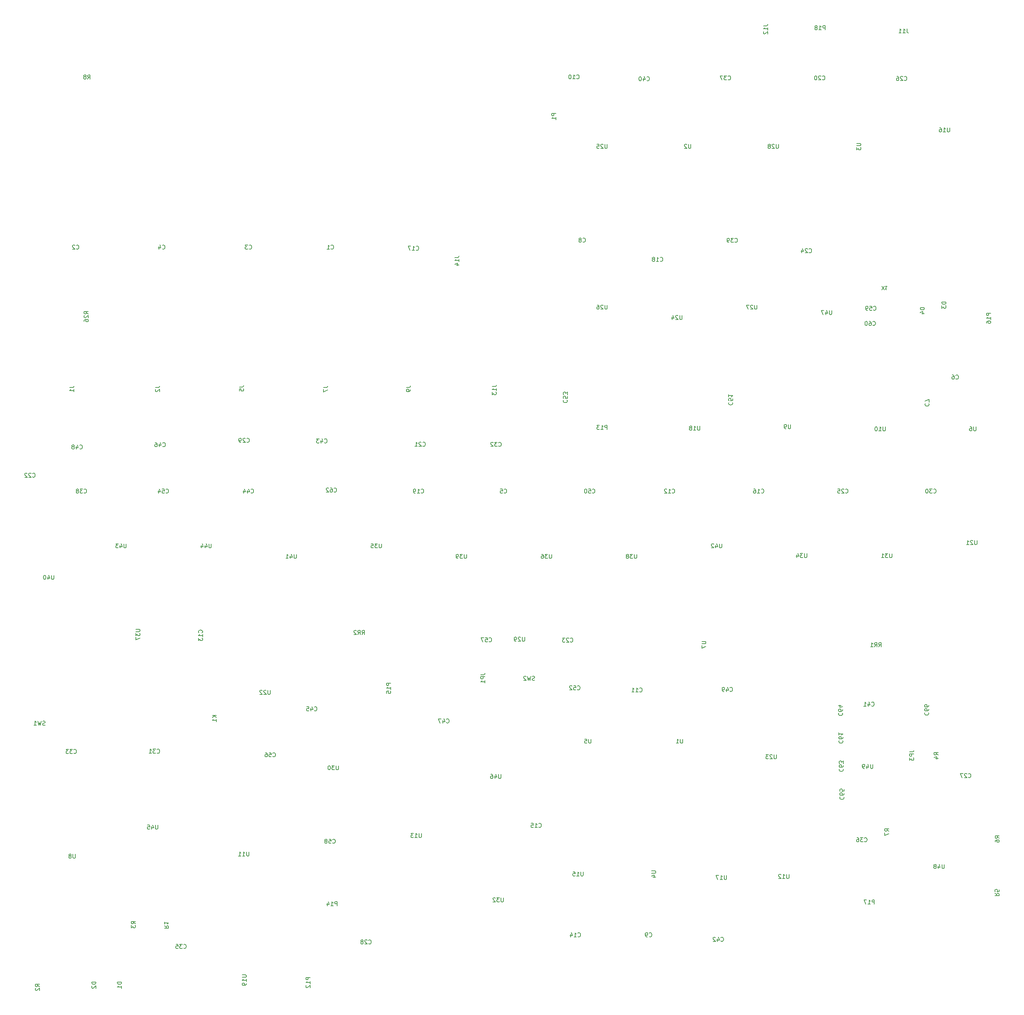
<source format=gbo>
%TF.GenerationSoftware,KiCad,Pcbnew,9.0.2*%
%TF.CreationDate,2025-10-12T15:23:31-05:00*%
%TF.ProjectId,6502PC-6U,36353032-5043-42d3-9655-2e6b69636164,6/20/2025 004*%
%TF.SameCoordinates,Original*%
%TF.FileFunction,Legend,Bot*%
%TF.FilePolarity,Positive*%
%FSLAX46Y46*%
G04 Gerber Fmt 4.6, Leading zero omitted, Abs format (unit mm)*
G04 Created by KiCad (PCBNEW 9.0.2) date 2025-10-12 15:23:31*
%MOMM*%
%LPD*%
G01*
G04 APERTURE LIST*
%ADD10C,0.150000*%
G04 APERTURE END LIST*
D10*
X168370094Y-256248819D02*
X168370094Y-257058342D01*
X168370094Y-257058342D02*
X168322475Y-257153580D01*
X168322475Y-257153580D02*
X168274856Y-257201200D01*
X168274856Y-257201200D02*
X168179618Y-257248819D01*
X168179618Y-257248819D02*
X167989142Y-257248819D01*
X167989142Y-257248819D02*
X167893904Y-257201200D01*
X167893904Y-257201200D02*
X167846285Y-257153580D01*
X167846285Y-257153580D02*
X167798666Y-257058342D01*
X167798666Y-257058342D02*
X167798666Y-256248819D01*
X166798666Y-257248819D02*
X167370094Y-257248819D01*
X167084380Y-257248819D02*
X167084380Y-256248819D01*
X167084380Y-256248819D02*
X167179618Y-256391676D01*
X167179618Y-256391676D02*
X167274856Y-256486914D01*
X167274856Y-256486914D02*
X167370094Y-256534533D01*
X166465332Y-256248819D02*
X165846285Y-256248819D01*
X165846285Y-256248819D02*
X166179618Y-256629771D01*
X166179618Y-256629771D02*
X166036761Y-256629771D01*
X166036761Y-256629771D02*
X165941523Y-256677390D01*
X165941523Y-256677390D02*
X165893904Y-256725009D01*
X165893904Y-256725009D02*
X165846285Y-256820247D01*
X165846285Y-256820247D02*
X165846285Y-257058342D01*
X165846285Y-257058342D02*
X165893904Y-257153580D01*
X165893904Y-257153580D02*
X165941523Y-257201200D01*
X165941523Y-257201200D02*
X166036761Y-257248819D01*
X166036761Y-257248819D02*
X166322475Y-257248819D01*
X166322475Y-257248819D02*
X166417713Y-257201200D01*
X166417713Y-257201200D02*
X166465332Y-257153580D01*
X126678094Y-260714819D02*
X126678094Y-261524342D01*
X126678094Y-261524342D02*
X126630475Y-261619580D01*
X126630475Y-261619580D02*
X126582856Y-261667200D01*
X126582856Y-261667200D02*
X126487618Y-261714819D01*
X126487618Y-261714819D02*
X126297142Y-261714819D01*
X126297142Y-261714819D02*
X126201904Y-261667200D01*
X126201904Y-261667200D02*
X126154285Y-261619580D01*
X126154285Y-261619580D02*
X126106666Y-261524342D01*
X126106666Y-261524342D02*
X126106666Y-260714819D01*
X125106666Y-261714819D02*
X125678094Y-261714819D01*
X125392380Y-261714819D02*
X125392380Y-260714819D01*
X125392380Y-260714819D02*
X125487618Y-260857676D01*
X125487618Y-260857676D02*
X125582856Y-260952914D01*
X125582856Y-260952914D02*
X125678094Y-261000533D01*
X124154285Y-261714819D02*
X124725713Y-261714819D01*
X124439999Y-261714819D02*
X124439999Y-260714819D01*
X124439999Y-260714819D02*
X124535237Y-260857676D01*
X124535237Y-260857676D02*
X124630475Y-260952914D01*
X124630475Y-260952914D02*
X124725713Y-261000533D01*
X77347532Y-230043400D02*
X77204675Y-230091019D01*
X77204675Y-230091019D02*
X76966580Y-230091019D01*
X76966580Y-230091019D02*
X76871342Y-230043400D01*
X76871342Y-230043400D02*
X76823723Y-229995780D01*
X76823723Y-229995780D02*
X76776104Y-229900542D01*
X76776104Y-229900542D02*
X76776104Y-229805304D01*
X76776104Y-229805304D02*
X76823723Y-229710066D01*
X76823723Y-229710066D02*
X76871342Y-229662447D01*
X76871342Y-229662447D02*
X76966580Y-229614828D01*
X76966580Y-229614828D02*
X77157056Y-229567209D01*
X77157056Y-229567209D02*
X77252294Y-229519590D01*
X77252294Y-229519590D02*
X77299913Y-229471971D01*
X77299913Y-229471971D02*
X77347532Y-229376733D01*
X77347532Y-229376733D02*
X77347532Y-229281495D01*
X77347532Y-229281495D02*
X77299913Y-229186257D01*
X77299913Y-229186257D02*
X77252294Y-229138638D01*
X77252294Y-229138638D02*
X77157056Y-229091019D01*
X77157056Y-229091019D02*
X76918961Y-229091019D01*
X76918961Y-229091019D02*
X76776104Y-229138638D01*
X76442770Y-229091019D02*
X76204675Y-230091019D01*
X76204675Y-230091019D02*
X76014199Y-229376733D01*
X76014199Y-229376733D02*
X75823723Y-230091019D01*
X75823723Y-230091019D02*
X75585628Y-229091019D01*
X74680866Y-230091019D02*
X75252294Y-230091019D01*
X74966580Y-230091019D02*
X74966580Y-229091019D01*
X74966580Y-229091019D02*
X75061818Y-229233876D01*
X75061818Y-229233876D02*
X75157056Y-229329114D01*
X75157056Y-229329114D02*
X75252294Y-229376733D01*
X195751532Y-219200000D02*
X195608675Y-219247619D01*
X195608675Y-219247619D02*
X195370580Y-219247619D01*
X195370580Y-219247619D02*
X195275342Y-219200000D01*
X195275342Y-219200000D02*
X195227723Y-219152380D01*
X195227723Y-219152380D02*
X195180104Y-219057142D01*
X195180104Y-219057142D02*
X195180104Y-218961904D01*
X195180104Y-218961904D02*
X195227723Y-218866666D01*
X195227723Y-218866666D02*
X195275342Y-218819047D01*
X195275342Y-218819047D02*
X195370580Y-218771428D01*
X195370580Y-218771428D02*
X195561056Y-218723809D01*
X195561056Y-218723809D02*
X195656294Y-218676190D01*
X195656294Y-218676190D02*
X195703913Y-218628571D01*
X195703913Y-218628571D02*
X195751532Y-218533333D01*
X195751532Y-218533333D02*
X195751532Y-218438095D01*
X195751532Y-218438095D02*
X195703913Y-218342857D01*
X195703913Y-218342857D02*
X195656294Y-218295238D01*
X195656294Y-218295238D02*
X195561056Y-218247619D01*
X195561056Y-218247619D02*
X195322961Y-218247619D01*
X195322961Y-218247619D02*
X195180104Y-218295238D01*
X194846770Y-218247619D02*
X194608675Y-219247619D01*
X194608675Y-219247619D02*
X194418199Y-218533333D01*
X194418199Y-218533333D02*
X194227723Y-219247619D01*
X194227723Y-219247619D02*
X193989628Y-218247619D01*
X193656294Y-218342857D02*
X193608675Y-218295238D01*
X193608675Y-218295238D02*
X193513437Y-218247619D01*
X193513437Y-218247619D02*
X193275342Y-218247619D01*
X193275342Y-218247619D02*
X193180104Y-218295238D01*
X193180104Y-218295238D02*
X193132485Y-218342857D01*
X193132485Y-218342857D02*
X193084866Y-218438095D01*
X193084866Y-218438095D02*
X193084866Y-218533333D01*
X193084866Y-218533333D02*
X193132485Y-218676190D01*
X193132485Y-218676190D02*
X193703913Y-219247619D01*
X193703913Y-219247619D02*
X193084866Y-219247619D01*
X306032019Y-130402514D02*
X305032019Y-130402514D01*
X305032019Y-130402514D02*
X305032019Y-130783466D01*
X305032019Y-130783466D02*
X305079638Y-130878704D01*
X305079638Y-130878704D02*
X305127257Y-130926323D01*
X305127257Y-130926323D02*
X305222495Y-130973942D01*
X305222495Y-130973942D02*
X305365352Y-130973942D01*
X305365352Y-130973942D02*
X305460590Y-130926323D01*
X305460590Y-130926323D02*
X305508209Y-130878704D01*
X305508209Y-130878704D02*
X305555828Y-130783466D01*
X305555828Y-130783466D02*
X305555828Y-130402514D01*
X306032019Y-131926323D02*
X306032019Y-131354895D01*
X306032019Y-131640609D02*
X305032019Y-131640609D01*
X305032019Y-131640609D02*
X305174876Y-131545371D01*
X305174876Y-131545371D02*
X305270114Y-131450133D01*
X305270114Y-131450133D02*
X305317733Y-131354895D01*
X305032019Y-132783466D02*
X305032019Y-132592990D01*
X305032019Y-132592990D02*
X305079638Y-132497752D01*
X305079638Y-132497752D02*
X305127257Y-132450133D01*
X305127257Y-132450133D02*
X305270114Y-132354895D01*
X305270114Y-132354895D02*
X305460590Y-132307276D01*
X305460590Y-132307276D02*
X305841542Y-132307276D01*
X305841542Y-132307276D02*
X305936780Y-132354895D01*
X305936780Y-132354895D02*
X305984400Y-132402514D01*
X305984400Y-132402514D02*
X306032019Y-132497752D01*
X306032019Y-132497752D02*
X306032019Y-132688228D01*
X306032019Y-132688228D02*
X305984400Y-132783466D01*
X305984400Y-132783466D02*
X305936780Y-132831085D01*
X305936780Y-132831085D02*
X305841542Y-132878704D01*
X305841542Y-132878704D02*
X305603447Y-132878704D01*
X305603447Y-132878704D02*
X305508209Y-132831085D01*
X305508209Y-132831085D02*
X305460590Y-132783466D01*
X305460590Y-132783466D02*
X305412971Y-132688228D01*
X305412971Y-132688228D02*
X305412971Y-132497752D01*
X305412971Y-132497752D02*
X305460590Y-132402514D01*
X305460590Y-132402514D02*
X305508209Y-132354895D01*
X305508209Y-132354895D02*
X305603447Y-132307276D01*
X118818819Y-227684105D02*
X117818819Y-227684105D01*
X118818819Y-228255533D02*
X118247390Y-227826962D01*
X117818819Y-228255533D02*
X118390247Y-227684105D01*
X118818819Y-229207914D02*
X118818819Y-228636486D01*
X118818819Y-228922200D02*
X117818819Y-228922200D01*
X117818819Y-228922200D02*
X117961676Y-228826962D01*
X117961676Y-228826962D02*
X118056914Y-228731724D01*
X118056914Y-228731724D02*
X118104533Y-228636486D01*
X141443419Y-291089314D02*
X140443419Y-291089314D01*
X140443419Y-291089314D02*
X140443419Y-291470266D01*
X140443419Y-291470266D02*
X140491038Y-291565504D01*
X140491038Y-291565504D02*
X140538657Y-291613123D01*
X140538657Y-291613123D02*
X140633895Y-291660742D01*
X140633895Y-291660742D02*
X140776752Y-291660742D01*
X140776752Y-291660742D02*
X140871990Y-291613123D01*
X140871990Y-291613123D02*
X140919609Y-291565504D01*
X140919609Y-291565504D02*
X140967228Y-291470266D01*
X140967228Y-291470266D02*
X140967228Y-291089314D01*
X141443419Y-292613123D02*
X141443419Y-292041695D01*
X141443419Y-292327409D02*
X140443419Y-292327409D01*
X140443419Y-292327409D02*
X140586276Y-292232171D01*
X140586276Y-292232171D02*
X140681514Y-292136933D01*
X140681514Y-292136933D02*
X140729133Y-292041695D01*
X140538657Y-292994076D02*
X140491038Y-293041695D01*
X140491038Y-293041695D02*
X140443419Y-293136933D01*
X140443419Y-293136933D02*
X140443419Y-293375028D01*
X140443419Y-293375028D02*
X140491038Y-293470266D01*
X140491038Y-293470266D02*
X140538657Y-293517885D01*
X140538657Y-293517885D02*
X140633895Y-293565504D01*
X140633895Y-293565504D02*
X140729133Y-293565504D01*
X140729133Y-293565504D02*
X140871990Y-293517885D01*
X140871990Y-293517885D02*
X141443419Y-292946457D01*
X141443419Y-292946457D02*
X141443419Y-293565504D01*
X182744619Y-217854066D02*
X183458904Y-217854066D01*
X183458904Y-217854066D02*
X183601761Y-217806447D01*
X183601761Y-217806447D02*
X183697000Y-217711209D01*
X183697000Y-217711209D02*
X183744619Y-217568352D01*
X183744619Y-217568352D02*
X183744619Y-217473114D01*
X183744619Y-218330257D02*
X182744619Y-218330257D01*
X182744619Y-218330257D02*
X182744619Y-218711209D01*
X182744619Y-218711209D02*
X182792238Y-218806447D01*
X182792238Y-218806447D02*
X182839857Y-218854066D01*
X182839857Y-218854066D02*
X182935095Y-218901685D01*
X182935095Y-218901685D02*
X183077952Y-218901685D01*
X183077952Y-218901685D02*
X183173190Y-218854066D01*
X183173190Y-218854066D02*
X183220809Y-218806447D01*
X183220809Y-218806447D02*
X183268428Y-218711209D01*
X183268428Y-218711209D02*
X183268428Y-218330257D01*
X183744619Y-219854066D02*
X183744619Y-219282638D01*
X183744619Y-219568352D02*
X182744619Y-219568352D01*
X182744619Y-219568352D02*
X182887476Y-219473114D01*
X182887476Y-219473114D02*
X182982714Y-219377876D01*
X182982714Y-219377876D02*
X183030333Y-219282638D01*
X286449419Y-236555066D02*
X287163704Y-236555066D01*
X287163704Y-236555066D02*
X287306561Y-236507447D01*
X287306561Y-236507447D02*
X287401800Y-236412209D01*
X287401800Y-236412209D02*
X287449419Y-236269352D01*
X287449419Y-236269352D02*
X287449419Y-236174114D01*
X287449419Y-237031257D02*
X286449419Y-237031257D01*
X286449419Y-237031257D02*
X286449419Y-237412209D01*
X286449419Y-237412209D02*
X286497038Y-237507447D01*
X286497038Y-237507447D02*
X286544657Y-237555066D01*
X286544657Y-237555066D02*
X286639895Y-237602685D01*
X286639895Y-237602685D02*
X286782752Y-237602685D01*
X286782752Y-237602685D02*
X286877990Y-237555066D01*
X286877990Y-237555066D02*
X286925609Y-237507447D01*
X286925609Y-237507447D02*
X286973228Y-237412209D01*
X286973228Y-237412209D02*
X286973228Y-237031257D01*
X286449419Y-237936019D02*
X286449419Y-238555066D01*
X286449419Y-238555066D02*
X286830371Y-238221733D01*
X286830371Y-238221733D02*
X286830371Y-238364590D01*
X286830371Y-238364590D02*
X286877990Y-238459828D01*
X286877990Y-238459828D02*
X286925609Y-238507447D01*
X286925609Y-238507447D02*
X287020847Y-238555066D01*
X287020847Y-238555066D02*
X287258942Y-238555066D01*
X287258942Y-238555066D02*
X287354180Y-238507447D01*
X287354180Y-238507447D02*
X287401800Y-238459828D01*
X287401800Y-238459828D02*
X287449419Y-238364590D01*
X287449419Y-238364590D02*
X287449419Y-238078876D01*
X287449419Y-238078876D02*
X287401800Y-237983638D01*
X287401800Y-237983638D02*
X287354180Y-237936019D01*
X278962666Y-211096019D02*
X279295999Y-210619828D01*
X279534094Y-211096019D02*
X279534094Y-210096019D01*
X279534094Y-210096019D02*
X279153142Y-210096019D01*
X279153142Y-210096019D02*
X279057904Y-210143638D01*
X279057904Y-210143638D02*
X279010285Y-210191257D01*
X279010285Y-210191257D02*
X278962666Y-210286495D01*
X278962666Y-210286495D02*
X278962666Y-210429352D01*
X278962666Y-210429352D02*
X279010285Y-210524590D01*
X279010285Y-210524590D02*
X279057904Y-210572209D01*
X279057904Y-210572209D02*
X279153142Y-210619828D01*
X279153142Y-210619828D02*
X279534094Y-210619828D01*
X277962666Y-211096019D02*
X278295999Y-210619828D01*
X278534094Y-211096019D02*
X278534094Y-210096019D01*
X278534094Y-210096019D02*
X278153142Y-210096019D01*
X278153142Y-210096019D02*
X278057904Y-210143638D01*
X278057904Y-210143638D02*
X278010285Y-210191257D01*
X278010285Y-210191257D02*
X277962666Y-210286495D01*
X277962666Y-210286495D02*
X277962666Y-210429352D01*
X277962666Y-210429352D02*
X278010285Y-210524590D01*
X278010285Y-210524590D02*
X278057904Y-210572209D01*
X278057904Y-210572209D02*
X278153142Y-210619828D01*
X278153142Y-210619828D02*
X278534094Y-210619828D01*
X277010285Y-211096019D02*
X277581713Y-211096019D01*
X277295999Y-211096019D02*
X277295999Y-210096019D01*
X277295999Y-210096019D02*
X277391237Y-210238876D01*
X277391237Y-210238876D02*
X277486475Y-210334114D01*
X277486475Y-210334114D02*
X277581713Y-210381733D01*
X153994666Y-208149619D02*
X154327999Y-207673428D01*
X154566094Y-208149619D02*
X154566094Y-207149619D01*
X154566094Y-207149619D02*
X154185142Y-207149619D01*
X154185142Y-207149619D02*
X154089904Y-207197238D01*
X154089904Y-207197238D02*
X154042285Y-207244857D01*
X154042285Y-207244857D02*
X153994666Y-207340095D01*
X153994666Y-207340095D02*
X153994666Y-207482952D01*
X153994666Y-207482952D02*
X154042285Y-207578190D01*
X154042285Y-207578190D02*
X154089904Y-207625809D01*
X154089904Y-207625809D02*
X154185142Y-207673428D01*
X154185142Y-207673428D02*
X154566094Y-207673428D01*
X152994666Y-208149619D02*
X153327999Y-207673428D01*
X153566094Y-208149619D02*
X153566094Y-207149619D01*
X153566094Y-207149619D02*
X153185142Y-207149619D01*
X153185142Y-207149619D02*
X153089904Y-207197238D01*
X153089904Y-207197238D02*
X153042285Y-207244857D01*
X153042285Y-207244857D02*
X152994666Y-207340095D01*
X152994666Y-207340095D02*
X152994666Y-207482952D01*
X152994666Y-207482952D02*
X153042285Y-207578190D01*
X153042285Y-207578190D02*
X153089904Y-207625809D01*
X153089904Y-207625809D02*
X153185142Y-207673428D01*
X153185142Y-207673428D02*
X153566094Y-207673428D01*
X152613713Y-207244857D02*
X152566094Y-207197238D01*
X152566094Y-207197238D02*
X152470856Y-207149619D01*
X152470856Y-207149619D02*
X152232761Y-207149619D01*
X152232761Y-207149619D02*
X152137523Y-207197238D01*
X152137523Y-207197238D02*
X152089904Y-207244857D01*
X152089904Y-207244857D02*
X152042285Y-207340095D01*
X152042285Y-207340095D02*
X152042285Y-207435333D01*
X152042285Y-207435333D02*
X152089904Y-207578190D01*
X152089904Y-207578190D02*
X152661332Y-208149619D01*
X152661332Y-208149619D02*
X152042285Y-208149619D01*
X308126419Y-257448733D02*
X307650228Y-257115400D01*
X308126419Y-256877305D02*
X307126419Y-256877305D01*
X307126419Y-256877305D02*
X307126419Y-257258257D01*
X307126419Y-257258257D02*
X307174038Y-257353495D01*
X307174038Y-257353495D02*
X307221657Y-257401114D01*
X307221657Y-257401114D02*
X307316895Y-257448733D01*
X307316895Y-257448733D02*
X307459752Y-257448733D01*
X307459752Y-257448733D02*
X307554990Y-257401114D01*
X307554990Y-257401114D02*
X307602609Y-257353495D01*
X307602609Y-257353495D02*
X307650228Y-257258257D01*
X307650228Y-257258257D02*
X307650228Y-256877305D01*
X307126419Y-258305876D02*
X307126419Y-258115400D01*
X307126419Y-258115400D02*
X307174038Y-258020162D01*
X307174038Y-258020162D02*
X307221657Y-257972543D01*
X307221657Y-257972543D02*
X307364514Y-257877305D01*
X307364514Y-257877305D02*
X307554990Y-257829686D01*
X307554990Y-257829686D02*
X307935942Y-257829686D01*
X307935942Y-257829686D02*
X308031180Y-257877305D01*
X308031180Y-257877305D02*
X308078800Y-257924924D01*
X308078800Y-257924924D02*
X308126419Y-258020162D01*
X308126419Y-258020162D02*
X308126419Y-258210638D01*
X308126419Y-258210638D02*
X308078800Y-258305876D01*
X308078800Y-258305876D02*
X308031180Y-258353495D01*
X308031180Y-258353495D02*
X307935942Y-258401114D01*
X307935942Y-258401114D02*
X307697847Y-258401114D01*
X307697847Y-258401114D02*
X307602609Y-258353495D01*
X307602609Y-258353495D02*
X307554990Y-258305876D01*
X307554990Y-258305876D02*
X307507371Y-258210638D01*
X307507371Y-258210638D02*
X307507371Y-258020162D01*
X307507371Y-258020162D02*
X307554990Y-257924924D01*
X307554990Y-257924924D02*
X307602609Y-257877305D01*
X307602609Y-257877305D02*
X307697847Y-257829686D01*
X281448219Y-255718333D02*
X280972028Y-255385000D01*
X281448219Y-255146905D02*
X280448219Y-255146905D01*
X280448219Y-255146905D02*
X280448219Y-255527857D01*
X280448219Y-255527857D02*
X280495838Y-255623095D01*
X280495838Y-255623095D02*
X280543457Y-255670714D01*
X280543457Y-255670714D02*
X280638695Y-255718333D01*
X280638695Y-255718333D02*
X280781552Y-255718333D01*
X280781552Y-255718333D02*
X280876790Y-255670714D01*
X280876790Y-255670714D02*
X280924409Y-255623095D01*
X280924409Y-255623095D02*
X280972028Y-255527857D01*
X280972028Y-255527857D02*
X280972028Y-255146905D01*
X280448219Y-256051667D02*
X280448219Y-256718333D01*
X280448219Y-256718333D02*
X281448219Y-256289762D01*
X293369019Y-237281133D02*
X292892828Y-236947800D01*
X293369019Y-236709705D02*
X292369019Y-236709705D01*
X292369019Y-236709705D02*
X292369019Y-237090657D01*
X292369019Y-237090657D02*
X292416638Y-237185895D01*
X292416638Y-237185895D02*
X292464257Y-237233514D01*
X292464257Y-237233514D02*
X292559495Y-237281133D01*
X292559495Y-237281133D02*
X292702352Y-237281133D01*
X292702352Y-237281133D02*
X292797590Y-237233514D01*
X292797590Y-237233514D02*
X292845209Y-237185895D01*
X292845209Y-237185895D02*
X292892828Y-237090657D01*
X292892828Y-237090657D02*
X292892828Y-236709705D01*
X292702352Y-238138276D02*
X293369019Y-238138276D01*
X292321400Y-237900181D02*
X293035685Y-237662086D01*
X293035685Y-237662086D02*
X293035685Y-238281133D01*
X106223780Y-278592866D02*
X106699971Y-278926199D01*
X106223780Y-279164294D02*
X107223780Y-279164294D01*
X107223780Y-279164294D02*
X107223780Y-278783342D01*
X107223780Y-278783342D02*
X107176161Y-278688104D01*
X107176161Y-278688104D02*
X107128542Y-278640485D01*
X107128542Y-278640485D02*
X107033304Y-278592866D01*
X107033304Y-278592866D02*
X106890447Y-278592866D01*
X106890447Y-278592866D02*
X106795209Y-278640485D01*
X106795209Y-278640485D02*
X106747590Y-278688104D01*
X106747590Y-278688104D02*
X106699971Y-278783342D01*
X106699971Y-278783342D02*
X106699971Y-279164294D01*
X106223780Y-277640485D02*
X106223780Y-278211913D01*
X106223780Y-277926199D02*
X107223780Y-277926199D01*
X107223780Y-277926199D02*
X107080923Y-278021437D01*
X107080923Y-278021437D02*
X106985685Y-278116675D01*
X106985685Y-278116675D02*
X106938066Y-278211913D01*
X99211419Y-278124333D02*
X98735228Y-277791000D01*
X99211419Y-277552905D02*
X98211419Y-277552905D01*
X98211419Y-277552905D02*
X98211419Y-277933857D01*
X98211419Y-277933857D02*
X98259038Y-278029095D01*
X98259038Y-278029095D02*
X98306657Y-278076714D01*
X98306657Y-278076714D02*
X98401895Y-278124333D01*
X98401895Y-278124333D02*
X98544752Y-278124333D01*
X98544752Y-278124333D02*
X98639990Y-278076714D01*
X98639990Y-278076714D02*
X98687609Y-278029095D01*
X98687609Y-278029095D02*
X98735228Y-277933857D01*
X98735228Y-277933857D02*
X98735228Y-277552905D01*
X98211419Y-278457667D02*
X98211419Y-279076714D01*
X98211419Y-279076714D02*
X98592371Y-278743381D01*
X98592371Y-278743381D02*
X98592371Y-278886238D01*
X98592371Y-278886238D02*
X98639990Y-278981476D01*
X98639990Y-278981476D02*
X98687609Y-279029095D01*
X98687609Y-279029095D02*
X98782847Y-279076714D01*
X98782847Y-279076714D02*
X99020942Y-279076714D01*
X99020942Y-279076714D02*
X99116180Y-279029095D01*
X99116180Y-279029095D02*
X99163800Y-278981476D01*
X99163800Y-278981476D02*
X99211419Y-278886238D01*
X99211419Y-278886238D02*
X99211419Y-278600524D01*
X99211419Y-278600524D02*
X99163800Y-278505286D01*
X99163800Y-278505286D02*
X99116180Y-278457667D01*
X76013019Y-293310333D02*
X75536828Y-292977000D01*
X76013019Y-292738905D02*
X75013019Y-292738905D01*
X75013019Y-292738905D02*
X75013019Y-293119857D01*
X75013019Y-293119857D02*
X75060638Y-293215095D01*
X75060638Y-293215095D02*
X75108257Y-293262714D01*
X75108257Y-293262714D02*
X75203495Y-293310333D01*
X75203495Y-293310333D02*
X75346352Y-293310333D01*
X75346352Y-293310333D02*
X75441590Y-293262714D01*
X75441590Y-293262714D02*
X75489209Y-293215095D01*
X75489209Y-293215095D02*
X75536828Y-293119857D01*
X75536828Y-293119857D02*
X75536828Y-292738905D01*
X75108257Y-293691286D02*
X75060638Y-293738905D01*
X75060638Y-293738905D02*
X75013019Y-293834143D01*
X75013019Y-293834143D02*
X75013019Y-294072238D01*
X75013019Y-294072238D02*
X75060638Y-294167476D01*
X75060638Y-294167476D02*
X75108257Y-294215095D01*
X75108257Y-294215095D02*
X75203495Y-294262714D01*
X75203495Y-294262714D02*
X75298733Y-294262714D01*
X75298733Y-294262714D02*
X75441590Y-294215095D01*
X75441590Y-294215095D02*
X76013019Y-293643667D01*
X76013019Y-293643667D02*
X76013019Y-294262714D01*
X266009285Y-61872019D02*
X266009285Y-60872019D01*
X266009285Y-60872019D02*
X265628333Y-60872019D01*
X265628333Y-60872019D02*
X265533095Y-60919638D01*
X265533095Y-60919638D02*
X265485476Y-60967257D01*
X265485476Y-60967257D02*
X265437857Y-61062495D01*
X265437857Y-61062495D02*
X265437857Y-61205352D01*
X265437857Y-61205352D02*
X265485476Y-61300590D01*
X265485476Y-61300590D02*
X265533095Y-61348209D01*
X265533095Y-61348209D02*
X265628333Y-61395828D01*
X265628333Y-61395828D02*
X266009285Y-61395828D01*
X264485476Y-61872019D02*
X265056904Y-61872019D01*
X264771190Y-61872019D02*
X264771190Y-60872019D01*
X264771190Y-60872019D02*
X264866428Y-61014876D01*
X264866428Y-61014876D02*
X264961666Y-61110114D01*
X264961666Y-61110114D02*
X265056904Y-61157733D01*
X263914047Y-61300590D02*
X264009285Y-61252971D01*
X264009285Y-61252971D02*
X264056904Y-61205352D01*
X264056904Y-61205352D02*
X264104523Y-61110114D01*
X264104523Y-61110114D02*
X264104523Y-61062495D01*
X264104523Y-61062495D02*
X264056904Y-60967257D01*
X264056904Y-60967257D02*
X264009285Y-60919638D01*
X264009285Y-60919638D02*
X263914047Y-60872019D01*
X263914047Y-60872019D02*
X263723571Y-60872019D01*
X263723571Y-60872019D02*
X263628333Y-60919638D01*
X263628333Y-60919638D02*
X263580714Y-60967257D01*
X263580714Y-60967257D02*
X263533095Y-61062495D01*
X263533095Y-61062495D02*
X263533095Y-61110114D01*
X263533095Y-61110114D02*
X263580714Y-61205352D01*
X263580714Y-61205352D02*
X263628333Y-61252971D01*
X263628333Y-61252971D02*
X263723571Y-61300590D01*
X263723571Y-61300590D02*
X263914047Y-61300590D01*
X263914047Y-61300590D02*
X264009285Y-61348209D01*
X264009285Y-61348209D02*
X264056904Y-61395828D01*
X264056904Y-61395828D02*
X264104523Y-61491066D01*
X264104523Y-61491066D02*
X264104523Y-61681542D01*
X264104523Y-61681542D02*
X264056904Y-61776780D01*
X264056904Y-61776780D02*
X264009285Y-61824400D01*
X264009285Y-61824400D02*
X263914047Y-61872019D01*
X263914047Y-61872019D02*
X263723571Y-61872019D01*
X263723571Y-61872019D02*
X263628333Y-61824400D01*
X263628333Y-61824400D02*
X263580714Y-61776780D01*
X263580714Y-61776780D02*
X263533095Y-61681542D01*
X263533095Y-61681542D02*
X263533095Y-61491066D01*
X263533095Y-61491066D02*
X263580714Y-61395828D01*
X263580714Y-61395828D02*
X263628333Y-61348209D01*
X263628333Y-61348209D02*
X263723571Y-61300590D01*
X160945619Y-219908114D02*
X159945619Y-219908114D01*
X159945619Y-219908114D02*
X159945619Y-220289066D01*
X159945619Y-220289066D02*
X159993238Y-220384304D01*
X159993238Y-220384304D02*
X160040857Y-220431923D01*
X160040857Y-220431923D02*
X160136095Y-220479542D01*
X160136095Y-220479542D02*
X160278952Y-220479542D01*
X160278952Y-220479542D02*
X160374190Y-220431923D01*
X160374190Y-220431923D02*
X160421809Y-220384304D01*
X160421809Y-220384304D02*
X160469428Y-220289066D01*
X160469428Y-220289066D02*
X160469428Y-219908114D01*
X160945619Y-221431923D02*
X160945619Y-220860495D01*
X160945619Y-221146209D02*
X159945619Y-221146209D01*
X159945619Y-221146209D02*
X160088476Y-221050971D01*
X160088476Y-221050971D02*
X160183714Y-220955733D01*
X160183714Y-220955733D02*
X160231333Y-220860495D01*
X159945619Y-222336685D02*
X159945619Y-221860495D01*
X159945619Y-221860495D02*
X160421809Y-221812876D01*
X160421809Y-221812876D02*
X160374190Y-221860495D01*
X160374190Y-221860495D02*
X160326571Y-221955733D01*
X160326571Y-221955733D02*
X160326571Y-222193828D01*
X160326571Y-222193828D02*
X160374190Y-222289066D01*
X160374190Y-222289066D02*
X160421809Y-222336685D01*
X160421809Y-222336685D02*
X160517047Y-222384304D01*
X160517047Y-222384304D02*
X160755142Y-222384304D01*
X160755142Y-222384304D02*
X160850380Y-222336685D01*
X160850380Y-222336685D02*
X160898000Y-222289066D01*
X160898000Y-222289066D02*
X160945619Y-222193828D01*
X160945619Y-222193828D02*
X160945619Y-221955733D01*
X160945619Y-221955733D02*
X160898000Y-221860495D01*
X160898000Y-221860495D02*
X160850380Y-221812876D01*
X200886219Y-82065905D02*
X199886219Y-82065905D01*
X199886219Y-82065905D02*
X199886219Y-82446857D01*
X199886219Y-82446857D02*
X199933838Y-82542095D01*
X199933838Y-82542095D02*
X199981457Y-82589714D01*
X199981457Y-82589714D02*
X200076695Y-82637333D01*
X200076695Y-82637333D02*
X200219552Y-82637333D01*
X200219552Y-82637333D02*
X200314790Y-82589714D01*
X200314790Y-82589714D02*
X200362409Y-82542095D01*
X200362409Y-82542095D02*
X200410028Y-82446857D01*
X200410028Y-82446857D02*
X200410028Y-82065905D01*
X200886219Y-83589714D02*
X200886219Y-83018286D01*
X200886219Y-83304000D02*
X199886219Y-83304000D01*
X199886219Y-83304000D02*
X200029076Y-83208762D01*
X200029076Y-83208762D02*
X200124314Y-83113524D01*
X200124314Y-83113524D02*
X200171933Y-83018286D01*
X257671804Y-157341219D02*
X257671804Y-158150742D01*
X257671804Y-158150742D02*
X257624185Y-158245980D01*
X257624185Y-158245980D02*
X257576566Y-158293600D01*
X257576566Y-158293600D02*
X257481328Y-158341219D01*
X257481328Y-158341219D02*
X257290852Y-158341219D01*
X257290852Y-158341219D02*
X257195614Y-158293600D01*
X257195614Y-158293600D02*
X257147995Y-158245980D01*
X257147995Y-158245980D02*
X257100376Y-158150742D01*
X257100376Y-158150742D02*
X257100376Y-157341219D01*
X256576566Y-158341219D02*
X256386090Y-158341219D01*
X256386090Y-158341219D02*
X256290852Y-158293600D01*
X256290852Y-158293600D02*
X256243233Y-158245980D01*
X256243233Y-158245980D02*
X256147995Y-158103123D01*
X256147995Y-158103123D02*
X256100376Y-157912647D01*
X256100376Y-157912647D02*
X256100376Y-157531695D01*
X256100376Y-157531695D02*
X256147995Y-157436457D01*
X256147995Y-157436457D02*
X256195614Y-157388838D01*
X256195614Y-157388838D02*
X256290852Y-157341219D01*
X256290852Y-157341219D02*
X256481328Y-157341219D01*
X256481328Y-157341219D02*
X256576566Y-157388838D01*
X256576566Y-157388838D02*
X256624185Y-157436457D01*
X256624185Y-157436457D02*
X256671804Y-157531695D01*
X256671804Y-157531695D02*
X256671804Y-157769790D01*
X256671804Y-157769790D02*
X256624185Y-157865028D01*
X256624185Y-157865028D02*
X256576566Y-157912647D01*
X256576566Y-157912647D02*
X256481328Y-157960266D01*
X256481328Y-157960266D02*
X256290852Y-157960266D01*
X256290852Y-157960266D02*
X256195614Y-157912647D01*
X256195614Y-157912647D02*
X256147995Y-157865028D01*
X256147995Y-157865028D02*
X256100376Y-157769790D01*
X84671704Y-261237219D02*
X84671704Y-262046742D01*
X84671704Y-262046742D02*
X84624085Y-262141980D01*
X84624085Y-262141980D02*
X84576466Y-262189600D01*
X84576466Y-262189600D02*
X84481228Y-262237219D01*
X84481228Y-262237219D02*
X84290752Y-262237219D01*
X84290752Y-262237219D02*
X84195514Y-262189600D01*
X84195514Y-262189600D02*
X84147895Y-262141980D01*
X84147895Y-262141980D02*
X84100276Y-262046742D01*
X84100276Y-262046742D02*
X84100276Y-261237219D01*
X83481228Y-261665790D02*
X83576466Y-261618171D01*
X83576466Y-261618171D02*
X83624085Y-261570552D01*
X83624085Y-261570552D02*
X83671704Y-261475314D01*
X83671704Y-261475314D02*
X83671704Y-261427695D01*
X83671704Y-261427695D02*
X83624085Y-261332457D01*
X83624085Y-261332457D02*
X83576466Y-261284838D01*
X83576466Y-261284838D02*
X83481228Y-261237219D01*
X83481228Y-261237219D02*
X83290752Y-261237219D01*
X83290752Y-261237219D02*
X83195514Y-261284838D01*
X83195514Y-261284838D02*
X83147895Y-261332457D01*
X83147895Y-261332457D02*
X83100276Y-261427695D01*
X83100276Y-261427695D02*
X83100276Y-261475314D01*
X83100276Y-261475314D02*
X83147895Y-261570552D01*
X83147895Y-261570552D02*
X83195514Y-261618171D01*
X83195514Y-261618171D02*
X83290752Y-261665790D01*
X83290752Y-261665790D02*
X83481228Y-261665790D01*
X83481228Y-261665790D02*
X83576466Y-261713409D01*
X83576466Y-261713409D02*
X83624085Y-261761028D01*
X83624085Y-261761028D02*
X83671704Y-261856266D01*
X83671704Y-261856266D02*
X83671704Y-262046742D01*
X83671704Y-262046742D02*
X83624085Y-262141980D01*
X83624085Y-262141980D02*
X83576466Y-262189600D01*
X83576466Y-262189600D02*
X83481228Y-262237219D01*
X83481228Y-262237219D02*
X83290752Y-262237219D01*
X83290752Y-262237219D02*
X83195514Y-262189600D01*
X83195514Y-262189600D02*
X83147895Y-262141980D01*
X83147895Y-262141980D02*
X83100276Y-262046742D01*
X83100276Y-262046742D02*
X83100276Y-261856266D01*
X83100276Y-261856266D02*
X83147895Y-261761028D01*
X83147895Y-261761028D02*
X83195514Y-261713409D01*
X83195514Y-261713409D02*
X83290752Y-261665790D01*
X294829894Y-263747219D02*
X294829894Y-264556742D01*
X294829894Y-264556742D02*
X294782275Y-264651980D01*
X294782275Y-264651980D02*
X294734656Y-264699600D01*
X294734656Y-264699600D02*
X294639418Y-264747219D01*
X294639418Y-264747219D02*
X294448942Y-264747219D01*
X294448942Y-264747219D02*
X294353704Y-264699600D01*
X294353704Y-264699600D02*
X294306085Y-264651980D01*
X294306085Y-264651980D02*
X294258466Y-264556742D01*
X294258466Y-264556742D02*
X294258466Y-263747219D01*
X293353704Y-264080552D02*
X293353704Y-264747219D01*
X293591799Y-263699600D02*
X293829894Y-264413885D01*
X293829894Y-264413885D02*
X293210847Y-264413885D01*
X292687037Y-264175790D02*
X292782275Y-264128171D01*
X292782275Y-264128171D02*
X292829894Y-264080552D01*
X292829894Y-264080552D02*
X292877513Y-263985314D01*
X292877513Y-263985314D02*
X292877513Y-263937695D01*
X292877513Y-263937695D02*
X292829894Y-263842457D01*
X292829894Y-263842457D02*
X292782275Y-263794838D01*
X292782275Y-263794838D02*
X292687037Y-263747219D01*
X292687037Y-263747219D02*
X292496561Y-263747219D01*
X292496561Y-263747219D02*
X292401323Y-263794838D01*
X292401323Y-263794838D02*
X292353704Y-263842457D01*
X292353704Y-263842457D02*
X292306085Y-263937695D01*
X292306085Y-263937695D02*
X292306085Y-263985314D01*
X292306085Y-263985314D02*
X292353704Y-264080552D01*
X292353704Y-264080552D02*
X292401323Y-264128171D01*
X292401323Y-264128171D02*
X292496561Y-264175790D01*
X292496561Y-264175790D02*
X292687037Y-264175790D01*
X292687037Y-264175790D02*
X292782275Y-264223409D01*
X292782275Y-264223409D02*
X292829894Y-264271028D01*
X292829894Y-264271028D02*
X292877513Y-264366266D01*
X292877513Y-264366266D02*
X292877513Y-264556742D01*
X292877513Y-264556742D02*
X292829894Y-264651980D01*
X292829894Y-264651980D02*
X292782275Y-264699600D01*
X292782275Y-264699600D02*
X292687037Y-264747219D01*
X292687037Y-264747219D02*
X292496561Y-264747219D01*
X292496561Y-264747219D02*
X292401323Y-264699600D01*
X292401323Y-264699600D02*
X292353704Y-264651980D01*
X292353704Y-264651980D02*
X292306085Y-264556742D01*
X292306085Y-264556742D02*
X292306085Y-264366266D01*
X292306085Y-264366266D02*
X292353704Y-264271028D01*
X292353704Y-264271028D02*
X292401323Y-264223409D01*
X292401323Y-264223409D02*
X292496561Y-264175790D01*
X79495494Y-193815619D02*
X79495494Y-194625142D01*
X79495494Y-194625142D02*
X79447875Y-194720380D01*
X79447875Y-194720380D02*
X79400256Y-194768000D01*
X79400256Y-194768000D02*
X79305018Y-194815619D01*
X79305018Y-194815619D02*
X79114542Y-194815619D01*
X79114542Y-194815619D02*
X79019304Y-194768000D01*
X79019304Y-194768000D02*
X78971685Y-194720380D01*
X78971685Y-194720380D02*
X78924066Y-194625142D01*
X78924066Y-194625142D02*
X78924066Y-193815619D01*
X78019304Y-194148952D02*
X78019304Y-194815619D01*
X78257399Y-193768000D02*
X78495494Y-194482285D01*
X78495494Y-194482285D02*
X77876447Y-194482285D01*
X77305018Y-193815619D02*
X77209780Y-193815619D01*
X77209780Y-193815619D02*
X77114542Y-193863238D01*
X77114542Y-193863238D02*
X77066923Y-193910857D01*
X77066923Y-193910857D02*
X77019304Y-194006095D01*
X77019304Y-194006095D02*
X76971685Y-194196571D01*
X76971685Y-194196571D02*
X76971685Y-194434666D01*
X76971685Y-194434666D02*
X77019304Y-194625142D01*
X77019304Y-194625142D02*
X77066923Y-194720380D01*
X77066923Y-194720380D02*
X77114542Y-194768000D01*
X77114542Y-194768000D02*
X77209780Y-194815619D01*
X77209780Y-194815619D02*
X77305018Y-194815619D01*
X77305018Y-194815619D02*
X77400256Y-194768000D01*
X77400256Y-194768000D02*
X77447875Y-194720380D01*
X77447875Y-194720380D02*
X77495494Y-194625142D01*
X77495494Y-194625142D02*
X77543113Y-194434666D01*
X77543113Y-194434666D02*
X77543113Y-194196571D01*
X77543113Y-194196571D02*
X77495494Y-194006095D01*
X77495494Y-194006095D02*
X77447875Y-193910857D01*
X77447875Y-193910857D02*
X77400256Y-193863238D01*
X77400256Y-193863238D02*
X77305018Y-193815619D01*
X220433694Y-188735619D02*
X220433694Y-189545142D01*
X220433694Y-189545142D02*
X220386075Y-189640380D01*
X220386075Y-189640380D02*
X220338456Y-189688000D01*
X220338456Y-189688000D02*
X220243218Y-189735619D01*
X220243218Y-189735619D02*
X220052742Y-189735619D01*
X220052742Y-189735619D02*
X219957504Y-189688000D01*
X219957504Y-189688000D02*
X219909885Y-189640380D01*
X219909885Y-189640380D02*
X219862266Y-189545142D01*
X219862266Y-189545142D02*
X219862266Y-188735619D01*
X219481313Y-188735619D02*
X218862266Y-188735619D01*
X218862266Y-188735619D02*
X219195599Y-189116571D01*
X219195599Y-189116571D02*
X219052742Y-189116571D01*
X219052742Y-189116571D02*
X218957504Y-189164190D01*
X218957504Y-189164190D02*
X218909885Y-189211809D01*
X218909885Y-189211809D02*
X218862266Y-189307047D01*
X218862266Y-189307047D02*
X218862266Y-189545142D01*
X218862266Y-189545142D02*
X218909885Y-189640380D01*
X218909885Y-189640380D02*
X218957504Y-189688000D01*
X218957504Y-189688000D02*
X219052742Y-189735619D01*
X219052742Y-189735619D02*
X219338456Y-189735619D01*
X219338456Y-189735619D02*
X219433694Y-189688000D01*
X219433694Y-189688000D02*
X219481313Y-189640380D01*
X218290837Y-189164190D02*
X218386075Y-189116571D01*
X218386075Y-189116571D02*
X218433694Y-189068952D01*
X218433694Y-189068952D02*
X218481313Y-188973714D01*
X218481313Y-188973714D02*
X218481313Y-188926095D01*
X218481313Y-188926095D02*
X218433694Y-188830857D01*
X218433694Y-188830857D02*
X218386075Y-188783238D01*
X218386075Y-188783238D02*
X218290837Y-188735619D01*
X218290837Y-188735619D02*
X218100361Y-188735619D01*
X218100361Y-188735619D02*
X218005123Y-188783238D01*
X218005123Y-188783238D02*
X217957504Y-188830857D01*
X217957504Y-188830857D02*
X217909885Y-188926095D01*
X217909885Y-188926095D02*
X217909885Y-188973714D01*
X217909885Y-188973714D02*
X217957504Y-189068952D01*
X217957504Y-189068952D02*
X218005123Y-189116571D01*
X218005123Y-189116571D02*
X218100361Y-189164190D01*
X218100361Y-189164190D02*
X218290837Y-189164190D01*
X218290837Y-189164190D02*
X218386075Y-189211809D01*
X218386075Y-189211809D02*
X218433694Y-189259428D01*
X218433694Y-189259428D02*
X218481313Y-189354666D01*
X218481313Y-189354666D02*
X218481313Y-189545142D01*
X218481313Y-189545142D02*
X218433694Y-189640380D01*
X218433694Y-189640380D02*
X218386075Y-189688000D01*
X218386075Y-189688000D02*
X218290837Y-189735619D01*
X218290837Y-189735619D02*
X218100361Y-189735619D01*
X218100361Y-189735619D02*
X218005123Y-189688000D01*
X218005123Y-189688000D02*
X217957504Y-189640380D01*
X217957504Y-189640380D02*
X217909885Y-189545142D01*
X217909885Y-189545142D02*
X217909885Y-189354666D01*
X217909885Y-189354666D02*
X217957504Y-189259428D01*
X217957504Y-189259428D02*
X218005123Y-189211809D01*
X218005123Y-189211809D02*
X218100361Y-189164190D01*
X187623294Y-241974019D02*
X187623294Y-242783542D01*
X187623294Y-242783542D02*
X187575675Y-242878780D01*
X187575675Y-242878780D02*
X187528056Y-242926400D01*
X187528056Y-242926400D02*
X187432818Y-242974019D01*
X187432818Y-242974019D02*
X187242342Y-242974019D01*
X187242342Y-242974019D02*
X187147104Y-242926400D01*
X187147104Y-242926400D02*
X187099485Y-242878780D01*
X187099485Y-242878780D02*
X187051866Y-242783542D01*
X187051866Y-242783542D02*
X187051866Y-241974019D01*
X186147104Y-242307352D02*
X186147104Y-242974019D01*
X186385199Y-241926400D02*
X186623294Y-242640685D01*
X186623294Y-242640685D02*
X186004247Y-242640685D01*
X185194723Y-241974019D02*
X185385199Y-241974019D01*
X185385199Y-241974019D02*
X185480437Y-242021638D01*
X185480437Y-242021638D02*
X185528056Y-242069257D01*
X185528056Y-242069257D02*
X185623294Y-242212114D01*
X185623294Y-242212114D02*
X185670913Y-242402590D01*
X185670913Y-242402590D02*
X185670913Y-242783542D01*
X185670913Y-242783542D02*
X185623294Y-242878780D01*
X185623294Y-242878780D02*
X185575675Y-242926400D01*
X185575675Y-242926400D02*
X185480437Y-242974019D01*
X185480437Y-242974019D02*
X185289961Y-242974019D01*
X185289961Y-242974019D02*
X185194723Y-242926400D01*
X185194723Y-242926400D02*
X185147104Y-242878780D01*
X185147104Y-242878780D02*
X185099485Y-242783542D01*
X185099485Y-242783542D02*
X185099485Y-242545447D01*
X185099485Y-242545447D02*
X185147104Y-242450209D01*
X185147104Y-242450209D02*
X185194723Y-242402590D01*
X185194723Y-242402590D02*
X185289961Y-242354971D01*
X185289961Y-242354971D02*
X185480437Y-242354971D01*
X185480437Y-242354971D02*
X185575675Y-242402590D01*
X185575675Y-242402590D02*
X185623294Y-242450209D01*
X185623294Y-242450209D02*
X185670913Y-242545447D01*
X282160494Y-188557819D02*
X282160494Y-189367342D01*
X282160494Y-189367342D02*
X282112875Y-189462580D01*
X282112875Y-189462580D02*
X282065256Y-189510200D01*
X282065256Y-189510200D02*
X281970018Y-189557819D01*
X281970018Y-189557819D02*
X281779542Y-189557819D01*
X281779542Y-189557819D02*
X281684304Y-189510200D01*
X281684304Y-189510200D02*
X281636685Y-189462580D01*
X281636685Y-189462580D02*
X281589066Y-189367342D01*
X281589066Y-189367342D02*
X281589066Y-188557819D01*
X281208113Y-188557819D02*
X280589066Y-188557819D01*
X280589066Y-188557819D02*
X280922399Y-188938771D01*
X280922399Y-188938771D02*
X280779542Y-188938771D01*
X280779542Y-188938771D02*
X280684304Y-188986390D01*
X280684304Y-188986390D02*
X280636685Y-189034009D01*
X280636685Y-189034009D02*
X280589066Y-189129247D01*
X280589066Y-189129247D02*
X280589066Y-189367342D01*
X280589066Y-189367342D02*
X280636685Y-189462580D01*
X280636685Y-189462580D02*
X280684304Y-189510200D01*
X280684304Y-189510200D02*
X280779542Y-189557819D01*
X280779542Y-189557819D02*
X281065256Y-189557819D01*
X281065256Y-189557819D02*
X281160494Y-189510200D01*
X281160494Y-189510200D02*
X281208113Y-189462580D01*
X279636685Y-189557819D02*
X280208113Y-189557819D01*
X279922399Y-189557819D02*
X279922399Y-188557819D01*
X279922399Y-188557819D02*
X280017637Y-188700676D01*
X280017637Y-188700676D02*
X280112875Y-188795914D01*
X280112875Y-188795914D02*
X280208113Y-188843533D01*
X179282594Y-188735619D02*
X179282594Y-189545142D01*
X179282594Y-189545142D02*
X179234975Y-189640380D01*
X179234975Y-189640380D02*
X179187356Y-189688000D01*
X179187356Y-189688000D02*
X179092118Y-189735619D01*
X179092118Y-189735619D02*
X178901642Y-189735619D01*
X178901642Y-189735619D02*
X178806404Y-189688000D01*
X178806404Y-189688000D02*
X178758785Y-189640380D01*
X178758785Y-189640380D02*
X178711166Y-189545142D01*
X178711166Y-189545142D02*
X178711166Y-188735619D01*
X178330213Y-188735619D02*
X177711166Y-188735619D01*
X177711166Y-188735619D02*
X178044499Y-189116571D01*
X178044499Y-189116571D02*
X177901642Y-189116571D01*
X177901642Y-189116571D02*
X177806404Y-189164190D01*
X177806404Y-189164190D02*
X177758785Y-189211809D01*
X177758785Y-189211809D02*
X177711166Y-189307047D01*
X177711166Y-189307047D02*
X177711166Y-189545142D01*
X177711166Y-189545142D02*
X177758785Y-189640380D01*
X177758785Y-189640380D02*
X177806404Y-189688000D01*
X177806404Y-189688000D02*
X177901642Y-189735619D01*
X177901642Y-189735619D02*
X178187356Y-189735619D01*
X178187356Y-189735619D02*
X178282594Y-189688000D01*
X178282594Y-189688000D02*
X178330213Y-189640380D01*
X177234975Y-189735619D02*
X177044499Y-189735619D01*
X177044499Y-189735619D02*
X176949261Y-189688000D01*
X176949261Y-189688000D02*
X176901642Y-189640380D01*
X176901642Y-189640380D02*
X176806404Y-189497523D01*
X176806404Y-189497523D02*
X176758785Y-189307047D01*
X176758785Y-189307047D02*
X176758785Y-188926095D01*
X176758785Y-188926095D02*
X176806404Y-188830857D01*
X176806404Y-188830857D02*
X176854023Y-188783238D01*
X176854023Y-188783238D02*
X176949261Y-188735619D01*
X176949261Y-188735619D02*
X177139737Y-188735619D01*
X177139737Y-188735619D02*
X177234975Y-188783238D01*
X177234975Y-188783238D02*
X177282594Y-188830857D01*
X177282594Y-188830857D02*
X177330213Y-188926095D01*
X177330213Y-188926095D02*
X177330213Y-189164190D01*
X177330213Y-189164190D02*
X177282594Y-189259428D01*
X177282594Y-189259428D02*
X177234975Y-189307047D01*
X177234975Y-189307047D02*
X177139737Y-189354666D01*
X177139737Y-189354666D02*
X176949261Y-189354666D01*
X176949261Y-189354666D02*
X176854023Y-189307047D01*
X176854023Y-189307047D02*
X176806404Y-189259428D01*
X176806404Y-189259428D02*
X176758785Y-189164190D01*
X254721994Y-89542619D02*
X254721994Y-90352142D01*
X254721994Y-90352142D02*
X254674375Y-90447380D01*
X254674375Y-90447380D02*
X254626756Y-90495000D01*
X254626756Y-90495000D02*
X254531518Y-90542619D01*
X254531518Y-90542619D02*
X254341042Y-90542619D01*
X254341042Y-90542619D02*
X254245804Y-90495000D01*
X254245804Y-90495000D02*
X254198185Y-90447380D01*
X254198185Y-90447380D02*
X254150566Y-90352142D01*
X254150566Y-90352142D02*
X254150566Y-89542619D01*
X253721994Y-89637857D02*
X253674375Y-89590238D01*
X253674375Y-89590238D02*
X253579137Y-89542619D01*
X253579137Y-89542619D02*
X253341042Y-89542619D01*
X253341042Y-89542619D02*
X253245804Y-89590238D01*
X253245804Y-89590238D02*
X253198185Y-89637857D01*
X253198185Y-89637857D02*
X253150566Y-89733095D01*
X253150566Y-89733095D02*
X253150566Y-89828333D01*
X253150566Y-89828333D02*
X253198185Y-89971190D01*
X253198185Y-89971190D02*
X253769613Y-90542619D01*
X253769613Y-90542619D02*
X253150566Y-90542619D01*
X252579137Y-89971190D02*
X252674375Y-89923571D01*
X252674375Y-89923571D02*
X252721994Y-89875952D01*
X252721994Y-89875952D02*
X252769613Y-89780714D01*
X252769613Y-89780714D02*
X252769613Y-89733095D01*
X252769613Y-89733095D02*
X252721994Y-89637857D01*
X252721994Y-89637857D02*
X252674375Y-89590238D01*
X252674375Y-89590238D02*
X252579137Y-89542619D01*
X252579137Y-89542619D02*
X252388661Y-89542619D01*
X252388661Y-89542619D02*
X252293423Y-89590238D01*
X252293423Y-89590238D02*
X252245804Y-89637857D01*
X252245804Y-89637857D02*
X252198185Y-89733095D01*
X252198185Y-89733095D02*
X252198185Y-89780714D01*
X252198185Y-89780714D02*
X252245804Y-89875952D01*
X252245804Y-89875952D02*
X252293423Y-89923571D01*
X252293423Y-89923571D02*
X252388661Y-89971190D01*
X252388661Y-89971190D02*
X252579137Y-89971190D01*
X252579137Y-89971190D02*
X252674375Y-90018809D01*
X252674375Y-90018809D02*
X252721994Y-90066428D01*
X252721994Y-90066428D02*
X252769613Y-90161666D01*
X252769613Y-90161666D02*
X252769613Y-90352142D01*
X252769613Y-90352142D02*
X252721994Y-90447380D01*
X252721994Y-90447380D02*
X252674375Y-90495000D01*
X252674375Y-90495000D02*
X252579137Y-90542619D01*
X252579137Y-90542619D02*
X252388661Y-90542619D01*
X252388661Y-90542619D02*
X252293423Y-90495000D01*
X252293423Y-90495000D02*
X252245804Y-90447380D01*
X252245804Y-90447380D02*
X252198185Y-90352142D01*
X252198185Y-90352142D02*
X252198185Y-90161666D01*
X252198185Y-90161666D02*
X252245804Y-90066428D01*
X252245804Y-90066428D02*
X252293423Y-90018809D01*
X252293423Y-90018809D02*
X252388661Y-89971190D01*
X273643819Y-89325895D02*
X274453342Y-89325895D01*
X274453342Y-89325895D02*
X274548580Y-89373514D01*
X274548580Y-89373514D02*
X274596200Y-89421133D01*
X274596200Y-89421133D02*
X274643819Y-89516371D01*
X274643819Y-89516371D02*
X274643819Y-89706847D01*
X274643819Y-89706847D02*
X274596200Y-89802085D01*
X274596200Y-89802085D02*
X274548580Y-89849704D01*
X274548580Y-89849704D02*
X274453342Y-89897323D01*
X274453342Y-89897323D02*
X273643819Y-89897323D01*
X273643819Y-90278276D02*
X273643819Y-90897323D01*
X273643819Y-90897323D02*
X274024771Y-90563990D01*
X274024771Y-90563990D02*
X274024771Y-90706847D01*
X274024771Y-90706847D02*
X274072390Y-90802085D01*
X274072390Y-90802085D02*
X274120009Y-90849704D01*
X274120009Y-90849704D02*
X274215247Y-90897323D01*
X274215247Y-90897323D02*
X274453342Y-90897323D01*
X274453342Y-90897323D02*
X274548580Y-90849704D01*
X274548580Y-90849704D02*
X274596200Y-90802085D01*
X274596200Y-90802085D02*
X274643819Y-90706847D01*
X274643819Y-90706847D02*
X274643819Y-90421133D01*
X274643819Y-90421133D02*
X274596200Y-90325895D01*
X274596200Y-90325895D02*
X274548580Y-90278276D01*
X199858194Y-188735619D02*
X199858194Y-189545142D01*
X199858194Y-189545142D02*
X199810575Y-189640380D01*
X199810575Y-189640380D02*
X199762956Y-189688000D01*
X199762956Y-189688000D02*
X199667718Y-189735619D01*
X199667718Y-189735619D02*
X199477242Y-189735619D01*
X199477242Y-189735619D02*
X199382004Y-189688000D01*
X199382004Y-189688000D02*
X199334385Y-189640380D01*
X199334385Y-189640380D02*
X199286766Y-189545142D01*
X199286766Y-189545142D02*
X199286766Y-188735619D01*
X198905813Y-188735619D02*
X198286766Y-188735619D01*
X198286766Y-188735619D02*
X198620099Y-189116571D01*
X198620099Y-189116571D02*
X198477242Y-189116571D01*
X198477242Y-189116571D02*
X198382004Y-189164190D01*
X198382004Y-189164190D02*
X198334385Y-189211809D01*
X198334385Y-189211809D02*
X198286766Y-189307047D01*
X198286766Y-189307047D02*
X198286766Y-189545142D01*
X198286766Y-189545142D02*
X198334385Y-189640380D01*
X198334385Y-189640380D02*
X198382004Y-189688000D01*
X198382004Y-189688000D02*
X198477242Y-189735619D01*
X198477242Y-189735619D02*
X198762956Y-189735619D01*
X198762956Y-189735619D02*
X198858194Y-189688000D01*
X198858194Y-189688000D02*
X198905813Y-189640380D01*
X197429623Y-188735619D02*
X197620099Y-188735619D01*
X197620099Y-188735619D02*
X197715337Y-188783238D01*
X197715337Y-188783238D02*
X197762956Y-188830857D01*
X197762956Y-188830857D02*
X197858194Y-188973714D01*
X197858194Y-188973714D02*
X197905813Y-189164190D01*
X197905813Y-189164190D02*
X197905813Y-189545142D01*
X197905813Y-189545142D02*
X197858194Y-189640380D01*
X197858194Y-189640380D02*
X197810575Y-189688000D01*
X197810575Y-189688000D02*
X197715337Y-189735619D01*
X197715337Y-189735619D02*
X197524861Y-189735619D01*
X197524861Y-189735619D02*
X197429623Y-189688000D01*
X197429623Y-189688000D02*
X197382004Y-189640380D01*
X197382004Y-189640380D02*
X197334385Y-189545142D01*
X197334385Y-189545142D02*
X197334385Y-189307047D01*
X197334385Y-189307047D02*
X197382004Y-189211809D01*
X197382004Y-189211809D02*
X197429623Y-189164190D01*
X197429623Y-189164190D02*
X197524861Y-189116571D01*
X197524861Y-189116571D02*
X197715337Y-189116571D01*
X197715337Y-189116571D02*
X197810575Y-189164190D01*
X197810575Y-189164190D02*
X197858194Y-189211809D01*
X197858194Y-189211809D02*
X197905813Y-189307047D01*
X261584894Y-188532419D02*
X261584894Y-189341942D01*
X261584894Y-189341942D02*
X261537275Y-189437180D01*
X261537275Y-189437180D02*
X261489656Y-189484800D01*
X261489656Y-189484800D02*
X261394418Y-189532419D01*
X261394418Y-189532419D02*
X261203942Y-189532419D01*
X261203942Y-189532419D02*
X261108704Y-189484800D01*
X261108704Y-189484800D02*
X261061085Y-189437180D01*
X261061085Y-189437180D02*
X261013466Y-189341942D01*
X261013466Y-189341942D02*
X261013466Y-188532419D01*
X260632513Y-188532419D02*
X260013466Y-188532419D01*
X260013466Y-188532419D02*
X260346799Y-188913371D01*
X260346799Y-188913371D02*
X260203942Y-188913371D01*
X260203942Y-188913371D02*
X260108704Y-188960990D01*
X260108704Y-188960990D02*
X260061085Y-189008609D01*
X260061085Y-189008609D02*
X260013466Y-189103847D01*
X260013466Y-189103847D02*
X260013466Y-189341942D01*
X260013466Y-189341942D02*
X260061085Y-189437180D01*
X260061085Y-189437180D02*
X260108704Y-189484800D01*
X260108704Y-189484800D02*
X260203942Y-189532419D01*
X260203942Y-189532419D02*
X260489656Y-189532419D01*
X260489656Y-189532419D02*
X260584894Y-189484800D01*
X260584894Y-189484800D02*
X260632513Y-189437180D01*
X259156323Y-188865752D02*
X259156323Y-189532419D01*
X259394418Y-188484800D02*
X259632513Y-189199085D01*
X259632513Y-189199085D02*
X259013466Y-189199085D01*
X138131394Y-188735619D02*
X138131394Y-189545142D01*
X138131394Y-189545142D02*
X138083775Y-189640380D01*
X138083775Y-189640380D02*
X138036156Y-189688000D01*
X138036156Y-189688000D02*
X137940918Y-189735619D01*
X137940918Y-189735619D02*
X137750442Y-189735619D01*
X137750442Y-189735619D02*
X137655204Y-189688000D01*
X137655204Y-189688000D02*
X137607585Y-189640380D01*
X137607585Y-189640380D02*
X137559966Y-189545142D01*
X137559966Y-189545142D02*
X137559966Y-188735619D01*
X136655204Y-189068952D02*
X136655204Y-189735619D01*
X136893299Y-188688000D02*
X137131394Y-189402285D01*
X137131394Y-189402285D02*
X136512347Y-189402285D01*
X135607585Y-189735619D02*
X136179013Y-189735619D01*
X135893299Y-189735619D02*
X135893299Y-188735619D01*
X135893299Y-188735619D02*
X135988537Y-188878476D01*
X135988537Y-188878476D02*
X136083775Y-188973714D01*
X136083775Y-188973714D02*
X136179013Y-189021333D01*
X148304094Y-239865819D02*
X148304094Y-240675342D01*
X148304094Y-240675342D02*
X148256475Y-240770580D01*
X148256475Y-240770580D02*
X148208856Y-240818200D01*
X148208856Y-240818200D02*
X148113618Y-240865819D01*
X148113618Y-240865819D02*
X147923142Y-240865819D01*
X147923142Y-240865819D02*
X147827904Y-240818200D01*
X147827904Y-240818200D02*
X147780285Y-240770580D01*
X147780285Y-240770580D02*
X147732666Y-240675342D01*
X147732666Y-240675342D02*
X147732666Y-239865819D01*
X147351713Y-239865819D02*
X146732666Y-239865819D01*
X146732666Y-239865819D02*
X147065999Y-240246771D01*
X147065999Y-240246771D02*
X146923142Y-240246771D01*
X146923142Y-240246771D02*
X146827904Y-240294390D01*
X146827904Y-240294390D02*
X146780285Y-240342009D01*
X146780285Y-240342009D02*
X146732666Y-240437247D01*
X146732666Y-240437247D02*
X146732666Y-240675342D01*
X146732666Y-240675342D02*
X146780285Y-240770580D01*
X146780285Y-240770580D02*
X146827904Y-240818200D01*
X146827904Y-240818200D02*
X146923142Y-240865819D01*
X146923142Y-240865819D02*
X147208856Y-240865819D01*
X147208856Y-240865819D02*
X147304094Y-240818200D01*
X147304094Y-240818200D02*
X147351713Y-240770580D01*
X146113618Y-239865819D02*
X146018380Y-239865819D01*
X146018380Y-239865819D02*
X145923142Y-239913438D01*
X145923142Y-239913438D02*
X145875523Y-239961057D01*
X145875523Y-239961057D02*
X145827904Y-240056295D01*
X145827904Y-240056295D02*
X145780285Y-240246771D01*
X145780285Y-240246771D02*
X145780285Y-240484866D01*
X145780285Y-240484866D02*
X145827904Y-240675342D01*
X145827904Y-240675342D02*
X145875523Y-240770580D01*
X145875523Y-240770580D02*
X145923142Y-240818200D01*
X145923142Y-240818200D02*
X146018380Y-240865819D01*
X146018380Y-240865819D02*
X146113618Y-240865819D01*
X146113618Y-240865819D02*
X146208856Y-240818200D01*
X146208856Y-240818200D02*
X146256475Y-240770580D01*
X146256475Y-240770580D02*
X146304094Y-240675342D01*
X146304094Y-240675342D02*
X146351713Y-240484866D01*
X146351713Y-240484866D02*
X146351713Y-240246771D01*
X146351713Y-240246771D02*
X146304094Y-240056295D01*
X146304094Y-240056295D02*
X146256475Y-239961057D01*
X146256475Y-239961057D02*
X146208856Y-239913438D01*
X146208856Y-239913438D02*
X146113618Y-239865819D01*
X277557894Y-239541019D02*
X277557894Y-240350542D01*
X277557894Y-240350542D02*
X277510275Y-240445780D01*
X277510275Y-240445780D02*
X277462656Y-240493400D01*
X277462656Y-240493400D02*
X277367418Y-240541019D01*
X277367418Y-240541019D02*
X277176942Y-240541019D01*
X277176942Y-240541019D02*
X277081704Y-240493400D01*
X277081704Y-240493400D02*
X277034085Y-240445780D01*
X277034085Y-240445780D02*
X276986466Y-240350542D01*
X276986466Y-240350542D02*
X276986466Y-239541019D01*
X276081704Y-239874352D02*
X276081704Y-240541019D01*
X276319799Y-239493400D02*
X276557894Y-240207685D01*
X276557894Y-240207685D02*
X275938847Y-240207685D01*
X275510275Y-240541019D02*
X275319799Y-240541019D01*
X275319799Y-240541019D02*
X275224561Y-240493400D01*
X275224561Y-240493400D02*
X275176942Y-240445780D01*
X275176942Y-240445780D02*
X275081704Y-240302923D01*
X275081704Y-240302923D02*
X275034085Y-240112447D01*
X275034085Y-240112447D02*
X275034085Y-239731495D01*
X275034085Y-239731495D02*
X275081704Y-239636257D01*
X275081704Y-239636257D02*
X275129323Y-239588638D01*
X275129323Y-239588638D02*
X275224561Y-239541019D01*
X275224561Y-239541019D02*
X275415037Y-239541019D01*
X275415037Y-239541019D02*
X275510275Y-239588638D01*
X275510275Y-239588638D02*
X275557894Y-239636257D01*
X275557894Y-239636257D02*
X275605513Y-239731495D01*
X275605513Y-239731495D02*
X275605513Y-239969590D01*
X275605513Y-239969590D02*
X275557894Y-240064828D01*
X275557894Y-240064828D02*
X275510275Y-240112447D01*
X275510275Y-240112447D02*
X275415037Y-240160066D01*
X275415037Y-240160066D02*
X275224561Y-240160066D01*
X275224561Y-240160066D02*
X275129323Y-240112447D01*
X275129323Y-240112447D02*
X275081704Y-240064828D01*
X275081704Y-240064828D02*
X275034085Y-239969590D01*
X241009294Y-186195619D02*
X241009294Y-187005142D01*
X241009294Y-187005142D02*
X240961675Y-187100380D01*
X240961675Y-187100380D02*
X240914056Y-187148000D01*
X240914056Y-187148000D02*
X240818818Y-187195619D01*
X240818818Y-187195619D02*
X240628342Y-187195619D01*
X240628342Y-187195619D02*
X240533104Y-187148000D01*
X240533104Y-187148000D02*
X240485485Y-187100380D01*
X240485485Y-187100380D02*
X240437866Y-187005142D01*
X240437866Y-187005142D02*
X240437866Y-186195619D01*
X239533104Y-186528952D02*
X239533104Y-187195619D01*
X239771199Y-186148000D02*
X240009294Y-186862285D01*
X240009294Y-186862285D02*
X239390247Y-186862285D01*
X239056913Y-186290857D02*
X239009294Y-186243238D01*
X239009294Y-186243238D02*
X238914056Y-186195619D01*
X238914056Y-186195619D02*
X238675961Y-186195619D01*
X238675961Y-186195619D02*
X238580723Y-186243238D01*
X238580723Y-186243238D02*
X238533104Y-186290857D01*
X238533104Y-186290857D02*
X238485485Y-186386095D01*
X238485485Y-186386095D02*
X238485485Y-186481333D01*
X238485485Y-186481333D02*
X238533104Y-186624190D01*
X238533104Y-186624190D02*
X239104532Y-187195619D01*
X239104532Y-187195619D02*
X238485485Y-187195619D01*
X277909085Y-273348019D02*
X277909085Y-272348019D01*
X277909085Y-272348019D02*
X277528133Y-272348019D01*
X277528133Y-272348019D02*
X277432895Y-272395638D01*
X277432895Y-272395638D02*
X277385276Y-272443257D01*
X277385276Y-272443257D02*
X277337657Y-272538495D01*
X277337657Y-272538495D02*
X277337657Y-272681352D01*
X277337657Y-272681352D02*
X277385276Y-272776590D01*
X277385276Y-272776590D02*
X277432895Y-272824209D01*
X277432895Y-272824209D02*
X277528133Y-272871828D01*
X277528133Y-272871828D02*
X277909085Y-272871828D01*
X276385276Y-273348019D02*
X276956704Y-273348019D01*
X276670990Y-273348019D02*
X276670990Y-272348019D01*
X276670990Y-272348019D02*
X276766228Y-272490876D01*
X276766228Y-272490876D02*
X276861466Y-272586114D01*
X276861466Y-272586114D02*
X276956704Y-272633733D01*
X276051942Y-272348019D02*
X275385276Y-272348019D01*
X275385276Y-272348019D02*
X275813847Y-273348019D01*
X125025619Y-290486305D02*
X125835142Y-290486305D01*
X125835142Y-290486305D02*
X125930380Y-290533924D01*
X125930380Y-290533924D02*
X125978000Y-290581543D01*
X125978000Y-290581543D02*
X126025619Y-290676781D01*
X126025619Y-290676781D02*
X126025619Y-290867257D01*
X126025619Y-290867257D02*
X125978000Y-290962495D01*
X125978000Y-290962495D02*
X125930380Y-291010114D01*
X125930380Y-291010114D02*
X125835142Y-291057733D01*
X125835142Y-291057733D02*
X125025619Y-291057733D01*
X126025619Y-292057733D02*
X126025619Y-291486305D01*
X126025619Y-291772019D02*
X125025619Y-291772019D01*
X125025619Y-291772019D02*
X125168476Y-291676781D01*
X125168476Y-291676781D02*
X125263714Y-291581543D01*
X125263714Y-291581543D02*
X125311333Y-291486305D01*
X126025619Y-292533924D02*
X126025619Y-292724400D01*
X126025619Y-292724400D02*
X125978000Y-292819638D01*
X125978000Y-292819638D02*
X125930380Y-292867257D01*
X125930380Y-292867257D02*
X125787523Y-292962495D01*
X125787523Y-292962495D02*
X125597047Y-293010114D01*
X125597047Y-293010114D02*
X125216095Y-293010114D01*
X125216095Y-293010114D02*
X125120857Y-292962495D01*
X125120857Y-292962495D02*
X125073238Y-292914876D01*
X125073238Y-292914876D02*
X125025619Y-292819638D01*
X125025619Y-292819638D02*
X125025619Y-292629162D01*
X125025619Y-292629162D02*
X125073238Y-292533924D01*
X125073238Y-292533924D02*
X125120857Y-292486305D01*
X125120857Y-292486305D02*
X125216095Y-292438686D01*
X125216095Y-292438686D02*
X125454190Y-292438686D01*
X125454190Y-292438686D02*
X125549428Y-292486305D01*
X125549428Y-292486305D02*
X125597047Y-292533924D01*
X125597047Y-292533924D02*
X125644666Y-292629162D01*
X125644666Y-292629162D02*
X125644666Y-292819638D01*
X125644666Y-292819638D02*
X125597047Y-292914876D01*
X125597047Y-292914876D02*
X125549428Y-292962495D01*
X125549428Y-292962495D02*
X125454190Y-293010114D01*
X147994085Y-273764219D02*
X147994085Y-272764219D01*
X147994085Y-272764219D02*
X147613133Y-272764219D01*
X147613133Y-272764219D02*
X147517895Y-272811838D01*
X147517895Y-272811838D02*
X147470276Y-272859457D01*
X147470276Y-272859457D02*
X147422657Y-272954695D01*
X147422657Y-272954695D02*
X147422657Y-273097552D01*
X147422657Y-273097552D02*
X147470276Y-273192790D01*
X147470276Y-273192790D02*
X147517895Y-273240409D01*
X147517895Y-273240409D02*
X147613133Y-273288028D01*
X147613133Y-273288028D02*
X147994085Y-273288028D01*
X146470276Y-273764219D02*
X147041704Y-273764219D01*
X146755990Y-273764219D02*
X146755990Y-272764219D01*
X146755990Y-272764219D02*
X146851228Y-272907076D01*
X146851228Y-272907076D02*
X146946466Y-273002314D01*
X146946466Y-273002314D02*
X147041704Y-273049933D01*
X145613133Y-273097552D02*
X145613133Y-273764219D01*
X145851228Y-272716600D02*
X146089323Y-273430885D01*
X146089323Y-273430885D02*
X145470276Y-273430885D01*
X236182819Y-209804095D02*
X236992342Y-209804095D01*
X236992342Y-209804095D02*
X237087580Y-209851714D01*
X237087580Y-209851714D02*
X237135200Y-209899333D01*
X237135200Y-209899333D02*
X237182819Y-209994571D01*
X237182819Y-209994571D02*
X237182819Y-210185047D01*
X237182819Y-210185047D02*
X237135200Y-210280285D01*
X237135200Y-210280285D02*
X237087580Y-210327904D01*
X237087580Y-210327904D02*
X236992342Y-210375523D01*
X236992342Y-210375523D02*
X236182819Y-210375523D01*
X236182819Y-210756476D02*
X236182819Y-211423142D01*
X236182819Y-211423142D02*
X237182819Y-210994571D01*
X89652619Y-292185305D02*
X88652619Y-292185305D01*
X88652619Y-292185305D02*
X88652619Y-292423400D01*
X88652619Y-292423400D02*
X88700238Y-292566257D01*
X88700238Y-292566257D02*
X88795476Y-292661495D01*
X88795476Y-292661495D02*
X88890714Y-292709114D01*
X88890714Y-292709114D02*
X89081190Y-292756733D01*
X89081190Y-292756733D02*
X89224047Y-292756733D01*
X89224047Y-292756733D02*
X89414523Y-292709114D01*
X89414523Y-292709114D02*
X89509761Y-292661495D01*
X89509761Y-292661495D02*
X89605000Y-292566257D01*
X89605000Y-292566257D02*
X89652619Y-292423400D01*
X89652619Y-292423400D02*
X89652619Y-292185305D01*
X88747857Y-293137686D02*
X88700238Y-293185305D01*
X88700238Y-293185305D02*
X88652619Y-293280543D01*
X88652619Y-293280543D02*
X88652619Y-293518638D01*
X88652619Y-293518638D02*
X88700238Y-293613876D01*
X88700238Y-293613876D02*
X88747857Y-293661495D01*
X88747857Y-293661495D02*
X88843095Y-293709114D01*
X88843095Y-293709114D02*
X88938333Y-293709114D01*
X88938333Y-293709114D02*
X89081190Y-293661495D01*
X89081190Y-293661495D02*
X89652619Y-293090067D01*
X89652619Y-293090067D02*
X89652619Y-293709114D01*
X95850219Y-292185305D02*
X94850219Y-292185305D01*
X94850219Y-292185305D02*
X94850219Y-292423400D01*
X94850219Y-292423400D02*
X94897838Y-292566257D01*
X94897838Y-292566257D02*
X94993076Y-292661495D01*
X94993076Y-292661495D02*
X95088314Y-292709114D01*
X95088314Y-292709114D02*
X95278790Y-292756733D01*
X95278790Y-292756733D02*
X95421647Y-292756733D01*
X95421647Y-292756733D02*
X95612123Y-292709114D01*
X95612123Y-292709114D02*
X95707361Y-292661495D01*
X95707361Y-292661495D02*
X95802600Y-292566257D01*
X95802600Y-292566257D02*
X95850219Y-292423400D01*
X95850219Y-292423400D02*
X95850219Y-292185305D01*
X95850219Y-293709114D02*
X95850219Y-293137686D01*
X95850219Y-293423400D02*
X94850219Y-293423400D01*
X94850219Y-293423400D02*
X94993076Y-293328162D01*
X94993076Y-293328162D02*
X95088314Y-293232924D01*
X95088314Y-293232924D02*
X95135933Y-293137686D01*
X126142257Y-161580180D02*
X126189876Y-161627800D01*
X126189876Y-161627800D02*
X126332733Y-161675419D01*
X126332733Y-161675419D02*
X126427971Y-161675419D01*
X126427971Y-161675419D02*
X126570828Y-161627800D01*
X126570828Y-161627800D02*
X126666066Y-161532561D01*
X126666066Y-161532561D02*
X126713685Y-161437323D01*
X126713685Y-161437323D02*
X126761304Y-161246847D01*
X126761304Y-161246847D02*
X126761304Y-161103990D01*
X126761304Y-161103990D02*
X126713685Y-160913514D01*
X126713685Y-160913514D02*
X126666066Y-160818276D01*
X126666066Y-160818276D02*
X126570828Y-160723038D01*
X126570828Y-160723038D02*
X126427971Y-160675419D01*
X126427971Y-160675419D02*
X126332733Y-160675419D01*
X126332733Y-160675419D02*
X126189876Y-160723038D01*
X126189876Y-160723038D02*
X126142257Y-160770657D01*
X125761304Y-160770657D02*
X125713685Y-160723038D01*
X125713685Y-160723038D02*
X125618447Y-160675419D01*
X125618447Y-160675419D02*
X125380352Y-160675419D01*
X125380352Y-160675419D02*
X125285114Y-160723038D01*
X125285114Y-160723038D02*
X125237495Y-160770657D01*
X125237495Y-160770657D02*
X125189876Y-160865895D01*
X125189876Y-160865895D02*
X125189876Y-160961133D01*
X125189876Y-160961133D02*
X125237495Y-161103990D01*
X125237495Y-161103990D02*
X125808923Y-161675419D01*
X125808923Y-161675419D02*
X125189876Y-161675419D01*
X124713685Y-161675419D02*
X124523209Y-161675419D01*
X124523209Y-161675419D02*
X124427971Y-161627800D01*
X124427971Y-161627800D02*
X124380352Y-161580180D01*
X124380352Y-161580180D02*
X124285114Y-161437323D01*
X124285114Y-161437323D02*
X124237495Y-161246847D01*
X124237495Y-161246847D02*
X124237495Y-160865895D01*
X124237495Y-160865895D02*
X124285114Y-160770657D01*
X124285114Y-160770657D02*
X124332733Y-160723038D01*
X124332733Y-160723038D02*
X124427971Y-160675419D01*
X124427971Y-160675419D02*
X124618447Y-160675419D01*
X124618447Y-160675419D02*
X124713685Y-160723038D01*
X124713685Y-160723038D02*
X124761304Y-160770657D01*
X124761304Y-160770657D02*
X124808923Y-160865895D01*
X124808923Y-160865895D02*
X124808923Y-161103990D01*
X124808923Y-161103990D02*
X124761304Y-161199228D01*
X124761304Y-161199228D02*
X124713685Y-161246847D01*
X124713685Y-161246847D02*
X124618447Y-161294466D01*
X124618447Y-161294466D02*
X124427971Y-161294466D01*
X124427971Y-161294466D02*
X124332733Y-161246847D01*
X124332733Y-161246847D02*
X124285114Y-161199228D01*
X124285114Y-161199228D02*
X124237495Y-161103990D01*
X105817457Y-162620180D02*
X105865076Y-162667800D01*
X105865076Y-162667800D02*
X106007933Y-162715419D01*
X106007933Y-162715419D02*
X106103171Y-162715419D01*
X106103171Y-162715419D02*
X106246028Y-162667800D01*
X106246028Y-162667800D02*
X106341266Y-162572561D01*
X106341266Y-162572561D02*
X106388885Y-162477323D01*
X106388885Y-162477323D02*
X106436504Y-162286847D01*
X106436504Y-162286847D02*
X106436504Y-162143990D01*
X106436504Y-162143990D02*
X106388885Y-161953514D01*
X106388885Y-161953514D02*
X106341266Y-161858276D01*
X106341266Y-161858276D02*
X106246028Y-161763038D01*
X106246028Y-161763038D02*
X106103171Y-161715419D01*
X106103171Y-161715419D02*
X106007933Y-161715419D01*
X106007933Y-161715419D02*
X105865076Y-161763038D01*
X105865076Y-161763038D02*
X105817457Y-161810657D01*
X104960314Y-162048752D02*
X104960314Y-162715419D01*
X105198409Y-161667800D02*
X105436504Y-162382085D01*
X105436504Y-162382085D02*
X104817457Y-162382085D01*
X104007933Y-161715419D02*
X104198409Y-161715419D01*
X104198409Y-161715419D02*
X104293647Y-161763038D01*
X104293647Y-161763038D02*
X104341266Y-161810657D01*
X104341266Y-161810657D02*
X104436504Y-161953514D01*
X104436504Y-161953514D02*
X104484123Y-162143990D01*
X104484123Y-162143990D02*
X104484123Y-162524942D01*
X104484123Y-162524942D02*
X104436504Y-162620180D01*
X104436504Y-162620180D02*
X104388885Y-162667800D01*
X104388885Y-162667800D02*
X104293647Y-162715419D01*
X104293647Y-162715419D02*
X104103171Y-162715419D01*
X104103171Y-162715419D02*
X104007933Y-162667800D01*
X104007933Y-162667800D02*
X103960314Y-162620180D01*
X103960314Y-162620180D02*
X103912695Y-162524942D01*
X103912695Y-162524942D02*
X103912695Y-162286847D01*
X103912695Y-162286847D02*
X103960314Y-162191609D01*
X103960314Y-162191609D02*
X104007933Y-162143990D01*
X104007933Y-162143990D02*
X104103171Y-162096371D01*
X104103171Y-162096371D02*
X104293647Y-162096371D01*
X104293647Y-162096371D02*
X104388885Y-162143990D01*
X104388885Y-162143990D02*
X104436504Y-162191609D01*
X104436504Y-162191609D02*
X104484123Y-162286847D01*
X127168857Y-173841580D02*
X127216476Y-173889200D01*
X127216476Y-173889200D02*
X127359333Y-173936819D01*
X127359333Y-173936819D02*
X127454571Y-173936819D01*
X127454571Y-173936819D02*
X127597428Y-173889200D01*
X127597428Y-173889200D02*
X127692666Y-173793961D01*
X127692666Y-173793961D02*
X127740285Y-173698723D01*
X127740285Y-173698723D02*
X127787904Y-173508247D01*
X127787904Y-173508247D02*
X127787904Y-173365390D01*
X127787904Y-173365390D02*
X127740285Y-173174914D01*
X127740285Y-173174914D02*
X127692666Y-173079676D01*
X127692666Y-173079676D02*
X127597428Y-172984438D01*
X127597428Y-172984438D02*
X127454571Y-172936819D01*
X127454571Y-172936819D02*
X127359333Y-172936819D01*
X127359333Y-172936819D02*
X127216476Y-172984438D01*
X127216476Y-172984438D02*
X127168857Y-173032057D01*
X126311714Y-173270152D02*
X126311714Y-173936819D01*
X126549809Y-172889200D02*
X126787904Y-173603485D01*
X126787904Y-173603485D02*
X126168857Y-173603485D01*
X125359333Y-173270152D02*
X125359333Y-173936819D01*
X125597428Y-172889200D02*
X125835523Y-173603485D01*
X125835523Y-173603485D02*
X125216476Y-173603485D01*
X240808457Y-282275580D02*
X240856076Y-282323200D01*
X240856076Y-282323200D02*
X240998933Y-282370819D01*
X240998933Y-282370819D02*
X241094171Y-282370819D01*
X241094171Y-282370819D02*
X241237028Y-282323200D01*
X241237028Y-282323200D02*
X241332266Y-282227961D01*
X241332266Y-282227961D02*
X241379885Y-282132723D01*
X241379885Y-282132723D02*
X241427504Y-281942247D01*
X241427504Y-281942247D02*
X241427504Y-281799390D01*
X241427504Y-281799390D02*
X241379885Y-281608914D01*
X241379885Y-281608914D02*
X241332266Y-281513676D01*
X241332266Y-281513676D02*
X241237028Y-281418438D01*
X241237028Y-281418438D02*
X241094171Y-281370819D01*
X241094171Y-281370819D02*
X240998933Y-281370819D01*
X240998933Y-281370819D02*
X240856076Y-281418438D01*
X240856076Y-281418438D02*
X240808457Y-281466057D01*
X239951314Y-281704152D02*
X239951314Y-282370819D01*
X240189409Y-281323200D02*
X240427504Y-282037485D01*
X240427504Y-282037485D02*
X239808457Y-282037485D01*
X239475123Y-281466057D02*
X239427504Y-281418438D01*
X239427504Y-281418438D02*
X239332266Y-281370819D01*
X239332266Y-281370819D02*
X239094171Y-281370819D01*
X239094171Y-281370819D02*
X238998933Y-281418438D01*
X238998933Y-281418438D02*
X238951314Y-281466057D01*
X238951314Y-281466057D02*
X238903695Y-281561295D01*
X238903695Y-281561295D02*
X238903695Y-281656533D01*
X238903695Y-281656533D02*
X238951314Y-281799390D01*
X238951314Y-281799390D02*
X239522742Y-282370819D01*
X239522742Y-282370819D02*
X238903695Y-282370819D01*
X244186657Y-113187780D02*
X244234276Y-113235400D01*
X244234276Y-113235400D02*
X244377133Y-113283019D01*
X244377133Y-113283019D02*
X244472371Y-113283019D01*
X244472371Y-113283019D02*
X244615228Y-113235400D01*
X244615228Y-113235400D02*
X244710466Y-113140161D01*
X244710466Y-113140161D02*
X244758085Y-113044923D01*
X244758085Y-113044923D02*
X244805704Y-112854447D01*
X244805704Y-112854447D02*
X244805704Y-112711590D01*
X244805704Y-112711590D02*
X244758085Y-112521114D01*
X244758085Y-112521114D02*
X244710466Y-112425876D01*
X244710466Y-112425876D02*
X244615228Y-112330638D01*
X244615228Y-112330638D02*
X244472371Y-112283019D01*
X244472371Y-112283019D02*
X244377133Y-112283019D01*
X244377133Y-112283019D02*
X244234276Y-112330638D01*
X244234276Y-112330638D02*
X244186657Y-112378257D01*
X243853323Y-112283019D02*
X243234276Y-112283019D01*
X243234276Y-112283019D02*
X243567609Y-112663971D01*
X243567609Y-112663971D02*
X243424752Y-112663971D01*
X243424752Y-112663971D02*
X243329514Y-112711590D01*
X243329514Y-112711590D02*
X243281895Y-112759209D01*
X243281895Y-112759209D02*
X243234276Y-112854447D01*
X243234276Y-112854447D02*
X243234276Y-113092542D01*
X243234276Y-113092542D02*
X243281895Y-113187780D01*
X243281895Y-113187780D02*
X243329514Y-113235400D01*
X243329514Y-113235400D02*
X243424752Y-113283019D01*
X243424752Y-113283019D02*
X243710466Y-113283019D01*
X243710466Y-113283019D02*
X243805704Y-113235400D01*
X243805704Y-113235400D02*
X243853323Y-113187780D01*
X242758085Y-113283019D02*
X242567609Y-113283019D01*
X242567609Y-113283019D02*
X242472371Y-113235400D01*
X242472371Y-113235400D02*
X242424752Y-113187780D01*
X242424752Y-113187780D02*
X242329514Y-113044923D01*
X242329514Y-113044923D02*
X242281895Y-112854447D01*
X242281895Y-112854447D02*
X242281895Y-112473495D01*
X242281895Y-112473495D02*
X242329514Y-112378257D01*
X242329514Y-112378257D02*
X242377133Y-112330638D01*
X242377133Y-112330638D02*
X242472371Y-112283019D01*
X242472371Y-112283019D02*
X242662847Y-112283019D01*
X242662847Y-112283019D02*
X242758085Y-112330638D01*
X242758085Y-112330638D02*
X242805704Y-112378257D01*
X242805704Y-112378257D02*
X242853323Y-112473495D01*
X242853323Y-112473495D02*
X242853323Y-112711590D01*
X242853323Y-112711590D02*
X242805704Y-112806828D01*
X242805704Y-112806828D02*
X242758085Y-112854447D01*
X242758085Y-112854447D02*
X242662847Y-112902066D01*
X242662847Y-112902066D02*
X242472371Y-112902066D01*
X242472371Y-112902066D02*
X242377133Y-112854447D01*
X242377133Y-112854447D02*
X242329514Y-112806828D01*
X242329514Y-112806828D02*
X242281895Y-112711590D01*
X275519657Y-258201780D02*
X275567276Y-258249400D01*
X275567276Y-258249400D02*
X275710133Y-258297019D01*
X275710133Y-258297019D02*
X275805371Y-258297019D01*
X275805371Y-258297019D02*
X275948228Y-258249400D01*
X275948228Y-258249400D02*
X276043466Y-258154161D01*
X276043466Y-258154161D02*
X276091085Y-258058923D01*
X276091085Y-258058923D02*
X276138704Y-257868447D01*
X276138704Y-257868447D02*
X276138704Y-257725590D01*
X276138704Y-257725590D02*
X276091085Y-257535114D01*
X276091085Y-257535114D02*
X276043466Y-257439876D01*
X276043466Y-257439876D02*
X275948228Y-257344638D01*
X275948228Y-257344638D02*
X275805371Y-257297019D01*
X275805371Y-257297019D02*
X275710133Y-257297019D01*
X275710133Y-257297019D02*
X275567276Y-257344638D01*
X275567276Y-257344638D02*
X275519657Y-257392257D01*
X275186323Y-257297019D02*
X274567276Y-257297019D01*
X274567276Y-257297019D02*
X274900609Y-257677971D01*
X274900609Y-257677971D02*
X274757752Y-257677971D01*
X274757752Y-257677971D02*
X274662514Y-257725590D01*
X274662514Y-257725590D02*
X274614895Y-257773209D01*
X274614895Y-257773209D02*
X274567276Y-257868447D01*
X274567276Y-257868447D02*
X274567276Y-258106542D01*
X274567276Y-258106542D02*
X274614895Y-258201780D01*
X274614895Y-258201780D02*
X274662514Y-258249400D01*
X274662514Y-258249400D02*
X274757752Y-258297019D01*
X274757752Y-258297019D02*
X275043466Y-258297019D01*
X275043466Y-258297019D02*
X275138704Y-258249400D01*
X275138704Y-258249400D02*
X275186323Y-258201780D01*
X273710133Y-257297019D02*
X273900609Y-257297019D01*
X273900609Y-257297019D02*
X273995847Y-257344638D01*
X273995847Y-257344638D02*
X274043466Y-257392257D01*
X274043466Y-257392257D02*
X274138704Y-257535114D01*
X274138704Y-257535114D02*
X274186323Y-257725590D01*
X274186323Y-257725590D02*
X274186323Y-258106542D01*
X274186323Y-258106542D02*
X274138704Y-258201780D01*
X274138704Y-258201780D02*
X274091085Y-258249400D01*
X274091085Y-258249400D02*
X273995847Y-258297019D01*
X273995847Y-258297019D02*
X273805371Y-258297019D01*
X273805371Y-258297019D02*
X273710133Y-258249400D01*
X273710133Y-258249400D02*
X273662514Y-258201780D01*
X273662514Y-258201780D02*
X273614895Y-258106542D01*
X273614895Y-258106542D02*
X273614895Y-257868447D01*
X273614895Y-257868447D02*
X273662514Y-257773209D01*
X273662514Y-257773209D02*
X273710133Y-257725590D01*
X273710133Y-257725590D02*
X273805371Y-257677971D01*
X273805371Y-257677971D02*
X273995847Y-257677971D01*
X273995847Y-257677971D02*
X274091085Y-257725590D01*
X274091085Y-257725590D02*
X274138704Y-257773209D01*
X274138704Y-257773209D02*
X274186323Y-257868447D01*
X270932857Y-173841580D02*
X270980476Y-173889200D01*
X270980476Y-173889200D02*
X271123333Y-173936819D01*
X271123333Y-173936819D02*
X271218571Y-173936819D01*
X271218571Y-173936819D02*
X271361428Y-173889200D01*
X271361428Y-173889200D02*
X271456666Y-173793961D01*
X271456666Y-173793961D02*
X271504285Y-173698723D01*
X271504285Y-173698723D02*
X271551904Y-173508247D01*
X271551904Y-173508247D02*
X271551904Y-173365390D01*
X271551904Y-173365390D02*
X271504285Y-173174914D01*
X271504285Y-173174914D02*
X271456666Y-173079676D01*
X271456666Y-173079676D02*
X271361428Y-172984438D01*
X271361428Y-172984438D02*
X271218571Y-172936819D01*
X271218571Y-172936819D02*
X271123333Y-172936819D01*
X271123333Y-172936819D02*
X270980476Y-172984438D01*
X270980476Y-172984438D02*
X270932857Y-173032057D01*
X270551904Y-173032057D02*
X270504285Y-172984438D01*
X270504285Y-172984438D02*
X270409047Y-172936819D01*
X270409047Y-172936819D02*
X270170952Y-172936819D01*
X270170952Y-172936819D02*
X270075714Y-172984438D01*
X270075714Y-172984438D02*
X270028095Y-173032057D01*
X270028095Y-173032057D02*
X269980476Y-173127295D01*
X269980476Y-173127295D02*
X269980476Y-173222533D01*
X269980476Y-173222533D02*
X270028095Y-173365390D01*
X270028095Y-173365390D02*
X270599523Y-173936819D01*
X270599523Y-173936819D02*
X269980476Y-173936819D01*
X269075714Y-172936819D02*
X269551904Y-172936819D01*
X269551904Y-172936819D02*
X269599523Y-173413009D01*
X269599523Y-173413009D02*
X269551904Y-173365390D01*
X269551904Y-173365390D02*
X269456666Y-173317771D01*
X269456666Y-173317771D02*
X269218571Y-173317771D01*
X269218571Y-173317771D02*
X269123333Y-173365390D01*
X269123333Y-173365390D02*
X269075714Y-173413009D01*
X269075714Y-173413009D02*
X269028095Y-173508247D01*
X269028095Y-173508247D02*
X269028095Y-173746342D01*
X269028095Y-173746342D02*
X269075714Y-173841580D01*
X269075714Y-173841580D02*
X269123333Y-173889200D01*
X269123333Y-173889200D02*
X269218571Y-173936819D01*
X269218571Y-173936819D02*
X269456666Y-173936819D01*
X269456666Y-173936819D02*
X269551904Y-173889200D01*
X269551904Y-173889200D02*
X269599523Y-173841580D01*
X85751457Y-163178980D02*
X85799076Y-163226600D01*
X85799076Y-163226600D02*
X85941933Y-163274219D01*
X85941933Y-163274219D02*
X86037171Y-163274219D01*
X86037171Y-163274219D02*
X86180028Y-163226600D01*
X86180028Y-163226600D02*
X86275266Y-163131361D01*
X86275266Y-163131361D02*
X86322885Y-163036123D01*
X86322885Y-163036123D02*
X86370504Y-162845647D01*
X86370504Y-162845647D02*
X86370504Y-162702790D01*
X86370504Y-162702790D02*
X86322885Y-162512314D01*
X86322885Y-162512314D02*
X86275266Y-162417076D01*
X86275266Y-162417076D02*
X86180028Y-162321838D01*
X86180028Y-162321838D02*
X86037171Y-162274219D01*
X86037171Y-162274219D02*
X85941933Y-162274219D01*
X85941933Y-162274219D02*
X85799076Y-162321838D01*
X85799076Y-162321838D02*
X85751457Y-162369457D01*
X84894314Y-162607552D02*
X84894314Y-163274219D01*
X85132409Y-162226600D02*
X85370504Y-162940885D01*
X85370504Y-162940885D02*
X84751457Y-162940885D01*
X84227647Y-162702790D02*
X84322885Y-162655171D01*
X84322885Y-162655171D02*
X84370504Y-162607552D01*
X84370504Y-162607552D02*
X84418123Y-162512314D01*
X84418123Y-162512314D02*
X84418123Y-162464695D01*
X84418123Y-162464695D02*
X84370504Y-162369457D01*
X84370504Y-162369457D02*
X84322885Y-162321838D01*
X84322885Y-162321838D02*
X84227647Y-162274219D01*
X84227647Y-162274219D02*
X84037171Y-162274219D01*
X84037171Y-162274219D02*
X83941933Y-162321838D01*
X83941933Y-162321838D02*
X83894314Y-162369457D01*
X83894314Y-162369457D02*
X83846695Y-162464695D01*
X83846695Y-162464695D02*
X83846695Y-162512314D01*
X83846695Y-162512314D02*
X83894314Y-162607552D01*
X83894314Y-162607552D02*
X83941933Y-162655171D01*
X83941933Y-162655171D02*
X84037171Y-162702790D01*
X84037171Y-162702790D02*
X84227647Y-162702790D01*
X84227647Y-162702790D02*
X84322885Y-162750409D01*
X84322885Y-162750409D02*
X84370504Y-162798028D01*
X84370504Y-162798028D02*
X84418123Y-162893266D01*
X84418123Y-162893266D02*
X84418123Y-163083742D01*
X84418123Y-163083742D02*
X84370504Y-163178980D01*
X84370504Y-163178980D02*
X84322885Y-163226600D01*
X84322885Y-163226600D02*
X84227647Y-163274219D01*
X84227647Y-163274219D02*
X84037171Y-163274219D01*
X84037171Y-163274219D02*
X83941933Y-163226600D01*
X83941933Y-163226600D02*
X83894314Y-163178980D01*
X83894314Y-163178980D02*
X83846695Y-163083742D01*
X83846695Y-163083742D02*
X83846695Y-162893266D01*
X83846695Y-162893266D02*
X83894314Y-162798028D01*
X83894314Y-162798028D02*
X83941933Y-162750409D01*
X83941933Y-162750409D02*
X84037171Y-162702790D01*
X209718857Y-173841580D02*
X209766476Y-173889200D01*
X209766476Y-173889200D02*
X209909333Y-173936819D01*
X209909333Y-173936819D02*
X210004571Y-173936819D01*
X210004571Y-173936819D02*
X210147428Y-173889200D01*
X210147428Y-173889200D02*
X210242666Y-173793961D01*
X210242666Y-173793961D02*
X210290285Y-173698723D01*
X210290285Y-173698723D02*
X210337904Y-173508247D01*
X210337904Y-173508247D02*
X210337904Y-173365390D01*
X210337904Y-173365390D02*
X210290285Y-173174914D01*
X210290285Y-173174914D02*
X210242666Y-173079676D01*
X210242666Y-173079676D02*
X210147428Y-172984438D01*
X210147428Y-172984438D02*
X210004571Y-172936819D01*
X210004571Y-172936819D02*
X209909333Y-172936819D01*
X209909333Y-172936819D02*
X209766476Y-172984438D01*
X209766476Y-172984438D02*
X209718857Y-173032057D01*
X208814095Y-172936819D02*
X209290285Y-172936819D01*
X209290285Y-172936819D02*
X209337904Y-173413009D01*
X209337904Y-173413009D02*
X209290285Y-173365390D01*
X209290285Y-173365390D02*
X209195047Y-173317771D01*
X209195047Y-173317771D02*
X208956952Y-173317771D01*
X208956952Y-173317771D02*
X208861714Y-173365390D01*
X208861714Y-173365390D02*
X208814095Y-173413009D01*
X208814095Y-173413009D02*
X208766476Y-173508247D01*
X208766476Y-173508247D02*
X208766476Y-173746342D01*
X208766476Y-173746342D02*
X208814095Y-173841580D01*
X208814095Y-173841580D02*
X208861714Y-173889200D01*
X208861714Y-173889200D02*
X208956952Y-173936819D01*
X208956952Y-173936819D02*
X209195047Y-173936819D01*
X209195047Y-173936819D02*
X209290285Y-173889200D01*
X209290285Y-173889200D02*
X209337904Y-173841580D01*
X208147428Y-172936819D02*
X208052190Y-172936819D01*
X208052190Y-172936819D02*
X207956952Y-172984438D01*
X207956952Y-172984438D02*
X207909333Y-173032057D01*
X207909333Y-173032057D02*
X207861714Y-173127295D01*
X207861714Y-173127295D02*
X207814095Y-173317771D01*
X207814095Y-173317771D02*
X207814095Y-173555866D01*
X207814095Y-173555866D02*
X207861714Y-173746342D01*
X207861714Y-173746342D02*
X207909333Y-173841580D01*
X207909333Y-173841580D02*
X207956952Y-173889200D01*
X207956952Y-173889200D02*
X208052190Y-173936819D01*
X208052190Y-173936819D02*
X208147428Y-173936819D01*
X208147428Y-173936819D02*
X208242666Y-173889200D01*
X208242666Y-173889200D02*
X208290285Y-173841580D01*
X208290285Y-173841580D02*
X208337904Y-173746342D01*
X208337904Y-173746342D02*
X208385523Y-173555866D01*
X208385523Y-173555866D02*
X208385523Y-173317771D01*
X208385523Y-173317771D02*
X208337904Y-173127295D01*
X208337904Y-173127295D02*
X208290285Y-173032057D01*
X208290285Y-173032057D02*
X208242666Y-172984438D01*
X208242666Y-172984438D02*
X208147428Y-172936819D01*
X206112057Y-221442580D02*
X206159676Y-221490200D01*
X206159676Y-221490200D02*
X206302533Y-221537819D01*
X206302533Y-221537819D02*
X206397771Y-221537819D01*
X206397771Y-221537819D02*
X206540628Y-221490200D01*
X206540628Y-221490200D02*
X206635866Y-221394961D01*
X206635866Y-221394961D02*
X206683485Y-221299723D01*
X206683485Y-221299723D02*
X206731104Y-221109247D01*
X206731104Y-221109247D02*
X206731104Y-220966390D01*
X206731104Y-220966390D02*
X206683485Y-220775914D01*
X206683485Y-220775914D02*
X206635866Y-220680676D01*
X206635866Y-220680676D02*
X206540628Y-220585438D01*
X206540628Y-220585438D02*
X206397771Y-220537819D01*
X206397771Y-220537819D02*
X206302533Y-220537819D01*
X206302533Y-220537819D02*
X206159676Y-220585438D01*
X206159676Y-220585438D02*
X206112057Y-220633057D01*
X205207295Y-220537819D02*
X205683485Y-220537819D01*
X205683485Y-220537819D02*
X205731104Y-221014009D01*
X205731104Y-221014009D02*
X205683485Y-220966390D01*
X205683485Y-220966390D02*
X205588247Y-220918771D01*
X205588247Y-220918771D02*
X205350152Y-220918771D01*
X205350152Y-220918771D02*
X205254914Y-220966390D01*
X205254914Y-220966390D02*
X205207295Y-221014009D01*
X205207295Y-221014009D02*
X205159676Y-221109247D01*
X205159676Y-221109247D02*
X205159676Y-221347342D01*
X205159676Y-221347342D02*
X205207295Y-221442580D01*
X205207295Y-221442580D02*
X205254914Y-221490200D01*
X205254914Y-221490200D02*
X205350152Y-221537819D01*
X205350152Y-221537819D02*
X205588247Y-221537819D01*
X205588247Y-221537819D02*
X205683485Y-221490200D01*
X205683485Y-221490200D02*
X205731104Y-221442580D01*
X204778723Y-220633057D02*
X204731104Y-220585438D01*
X204731104Y-220585438D02*
X204635866Y-220537819D01*
X204635866Y-220537819D02*
X204397771Y-220537819D01*
X204397771Y-220537819D02*
X204302533Y-220585438D01*
X204302533Y-220585438D02*
X204254914Y-220633057D01*
X204254914Y-220633057D02*
X204207295Y-220728295D01*
X204207295Y-220728295D02*
X204207295Y-220823533D01*
X204207295Y-220823533D02*
X204254914Y-220966390D01*
X204254914Y-220966390D02*
X204826342Y-221537819D01*
X204826342Y-221537819D02*
X204207295Y-221537819D01*
X106594857Y-173841580D02*
X106642476Y-173889200D01*
X106642476Y-173889200D02*
X106785333Y-173936819D01*
X106785333Y-173936819D02*
X106880571Y-173936819D01*
X106880571Y-173936819D02*
X107023428Y-173889200D01*
X107023428Y-173889200D02*
X107118666Y-173793961D01*
X107118666Y-173793961D02*
X107166285Y-173698723D01*
X107166285Y-173698723D02*
X107213904Y-173508247D01*
X107213904Y-173508247D02*
X107213904Y-173365390D01*
X107213904Y-173365390D02*
X107166285Y-173174914D01*
X107166285Y-173174914D02*
X107118666Y-173079676D01*
X107118666Y-173079676D02*
X107023428Y-172984438D01*
X107023428Y-172984438D02*
X106880571Y-172936819D01*
X106880571Y-172936819D02*
X106785333Y-172936819D01*
X106785333Y-172936819D02*
X106642476Y-172984438D01*
X106642476Y-172984438D02*
X106594857Y-173032057D01*
X105690095Y-172936819D02*
X106166285Y-172936819D01*
X106166285Y-172936819D02*
X106213904Y-173413009D01*
X106213904Y-173413009D02*
X106166285Y-173365390D01*
X106166285Y-173365390D02*
X106071047Y-173317771D01*
X106071047Y-173317771D02*
X105832952Y-173317771D01*
X105832952Y-173317771D02*
X105737714Y-173365390D01*
X105737714Y-173365390D02*
X105690095Y-173413009D01*
X105690095Y-173413009D02*
X105642476Y-173508247D01*
X105642476Y-173508247D02*
X105642476Y-173746342D01*
X105642476Y-173746342D02*
X105690095Y-173841580D01*
X105690095Y-173841580D02*
X105737714Y-173889200D01*
X105737714Y-173889200D02*
X105832952Y-173936819D01*
X105832952Y-173936819D02*
X106071047Y-173936819D01*
X106071047Y-173936819D02*
X106166285Y-173889200D01*
X106166285Y-173889200D02*
X106213904Y-173841580D01*
X104785333Y-173270152D02*
X104785333Y-173936819D01*
X105023428Y-172889200D02*
X105261523Y-173603485D01*
X105261523Y-173603485D02*
X104642476Y-173603485D01*
X147234857Y-173611580D02*
X147282476Y-173659200D01*
X147282476Y-173659200D02*
X147425333Y-173706819D01*
X147425333Y-173706819D02*
X147520571Y-173706819D01*
X147520571Y-173706819D02*
X147663428Y-173659200D01*
X147663428Y-173659200D02*
X147758666Y-173563961D01*
X147758666Y-173563961D02*
X147806285Y-173468723D01*
X147806285Y-173468723D02*
X147853904Y-173278247D01*
X147853904Y-173278247D02*
X147853904Y-173135390D01*
X147853904Y-173135390D02*
X147806285Y-172944914D01*
X147806285Y-172944914D02*
X147758666Y-172849676D01*
X147758666Y-172849676D02*
X147663428Y-172754438D01*
X147663428Y-172754438D02*
X147520571Y-172706819D01*
X147520571Y-172706819D02*
X147425333Y-172706819D01*
X147425333Y-172706819D02*
X147282476Y-172754438D01*
X147282476Y-172754438D02*
X147234857Y-172802057D01*
X146377714Y-172706819D02*
X146568190Y-172706819D01*
X146568190Y-172706819D02*
X146663428Y-172754438D01*
X146663428Y-172754438D02*
X146711047Y-172802057D01*
X146711047Y-172802057D02*
X146806285Y-172944914D01*
X146806285Y-172944914D02*
X146853904Y-173135390D01*
X146853904Y-173135390D02*
X146853904Y-173516342D01*
X146853904Y-173516342D02*
X146806285Y-173611580D01*
X146806285Y-173611580D02*
X146758666Y-173659200D01*
X146758666Y-173659200D02*
X146663428Y-173706819D01*
X146663428Y-173706819D02*
X146472952Y-173706819D01*
X146472952Y-173706819D02*
X146377714Y-173659200D01*
X146377714Y-173659200D02*
X146330095Y-173611580D01*
X146330095Y-173611580D02*
X146282476Y-173516342D01*
X146282476Y-173516342D02*
X146282476Y-173278247D01*
X146282476Y-173278247D02*
X146330095Y-173183009D01*
X146330095Y-173183009D02*
X146377714Y-173135390D01*
X146377714Y-173135390D02*
X146472952Y-173087771D01*
X146472952Y-173087771D02*
X146663428Y-173087771D01*
X146663428Y-173087771D02*
X146758666Y-173135390D01*
X146758666Y-173135390D02*
X146806285Y-173183009D01*
X146806285Y-173183009D02*
X146853904Y-173278247D01*
X145901523Y-172802057D02*
X145853904Y-172754438D01*
X145853904Y-172754438D02*
X145758666Y-172706819D01*
X145758666Y-172706819D02*
X145520571Y-172706819D01*
X145520571Y-172706819D02*
X145425333Y-172754438D01*
X145425333Y-172754438D02*
X145377714Y-172802057D01*
X145377714Y-172802057D02*
X145330095Y-172897295D01*
X145330095Y-172897295D02*
X145330095Y-172992533D01*
X145330095Y-172992533D02*
X145377714Y-173135390D01*
X145377714Y-173135390D02*
X145949142Y-173706819D01*
X145949142Y-173706819D02*
X145330095Y-173706819D01*
X146914657Y-258555980D02*
X146962276Y-258603600D01*
X146962276Y-258603600D02*
X147105133Y-258651219D01*
X147105133Y-258651219D02*
X147200371Y-258651219D01*
X147200371Y-258651219D02*
X147343228Y-258603600D01*
X147343228Y-258603600D02*
X147438466Y-258508361D01*
X147438466Y-258508361D02*
X147486085Y-258413123D01*
X147486085Y-258413123D02*
X147533704Y-258222647D01*
X147533704Y-258222647D02*
X147533704Y-258079790D01*
X147533704Y-258079790D02*
X147486085Y-257889314D01*
X147486085Y-257889314D02*
X147438466Y-257794076D01*
X147438466Y-257794076D02*
X147343228Y-257698838D01*
X147343228Y-257698838D02*
X147200371Y-257651219D01*
X147200371Y-257651219D02*
X147105133Y-257651219D01*
X147105133Y-257651219D02*
X146962276Y-257698838D01*
X146962276Y-257698838D02*
X146914657Y-257746457D01*
X146009895Y-257651219D02*
X146486085Y-257651219D01*
X146486085Y-257651219D02*
X146533704Y-258127409D01*
X146533704Y-258127409D02*
X146486085Y-258079790D01*
X146486085Y-258079790D02*
X146390847Y-258032171D01*
X146390847Y-258032171D02*
X146152752Y-258032171D01*
X146152752Y-258032171D02*
X146057514Y-258079790D01*
X146057514Y-258079790D02*
X146009895Y-258127409D01*
X146009895Y-258127409D02*
X145962276Y-258222647D01*
X145962276Y-258222647D02*
X145962276Y-258460742D01*
X145962276Y-258460742D02*
X146009895Y-258555980D01*
X146009895Y-258555980D02*
X146057514Y-258603600D01*
X146057514Y-258603600D02*
X146152752Y-258651219D01*
X146152752Y-258651219D02*
X146390847Y-258651219D01*
X146390847Y-258651219D02*
X146486085Y-258603600D01*
X146486085Y-258603600D02*
X146533704Y-258555980D01*
X145390847Y-258079790D02*
X145486085Y-258032171D01*
X145486085Y-258032171D02*
X145533704Y-257984552D01*
X145533704Y-257984552D02*
X145581323Y-257889314D01*
X145581323Y-257889314D02*
X145581323Y-257841695D01*
X145581323Y-257841695D02*
X145533704Y-257746457D01*
X145533704Y-257746457D02*
X145486085Y-257698838D01*
X145486085Y-257698838D02*
X145390847Y-257651219D01*
X145390847Y-257651219D02*
X145200371Y-257651219D01*
X145200371Y-257651219D02*
X145105133Y-257698838D01*
X145105133Y-257698838D02*
X145057514Y-257746457D01*
X145057514Y-257746457D02*
X145009895Y-257841695D01*
X145009895Y-257841695D02*
X145009895Y-257889314D01*
X145009895Y-257889314D02*
X145057514Y-257984552D01*
X145057514Y-257984552D02*
X145105133Y-258032171D01*
X145105133Y-258032171D02*
X145200371Y-258079790D01*
X145200371Y-258079790D02*
X145390847Y-258079790D01*
X145390847Y-258079790D02*
X145486085Y-258127409D01*
X145486085Y-258127409D02*
X145533704Y-258175028D01*
X145533704Y-258175028D02*
X145581323Y-258270266D01*
X145581323Y-258270266D02*
X145581323Y-258460742D01*
X145581323Y-258460742D02*
X145533704Y-258555980D01*
X145533704Y-258555980D02*
X145486085Y-258603600D01*
X145486085Y-258603600D02*
X145390847Y-258651219D01*
X145390847Y-258651219D02*
X145200371Y-258651219D01*
X145200371Y-258651219D02*
X145105133Y-258603600D01*
X145105133Y-258603600D02*
X145057514Y-258555980D01*
X145057514Y-258555980D02*
X145009895Y-258460742D01*
X145009895Y-258460742D02*
X145009895Y-258270266D01*
X145009895Y-258270266D02*
X145057514Y-258175028D01*
X145057514Y-258175028D02*
X145105133Y-258127409D01*
X145105133Y-258127409D02*
X145200371Y-258079790D01*
X262119057Y-115702380D02*
X262166676Y-115750000D01*
X262166676Y-115750000D02*
X262309533Y-115797619D01*
X262309533Y-115797619D02*
X262404771Y-115797619D01*
X262404771Y-115797619D02*
X262547628Y-115750000D01*
X262547628Y-115750000D02*
X262642866Y-115654761D01*
X262642866Y-115654761D02*
X262690485Y-115559523D01*
X262690485Y-115559523D02*
X262738104Y-115369047D01*
X262738104Y-115369047D02*
X262738104Y-115226190D01*
X262738104Y-115226190D02*
X262690485Y-115035714D01*
X262690485Y-115035714D02*
X262642866Y-114940476D01*
X262642866Y-114940476D02*
X262547628Y-114845238D01*
X262547628Y-114845238D02*
X262404771Y-114797619D01*
X262404771Y-114797619D02*
X262309533Y-114797619D01*
X262309533Y-114797619D02*
X262166676Y-114845238D01*
X262166676Y-114845238D02*
X262119057Y-114892857D01*
X261738104Y-114892857D02*
X261690485Y-114845238D01*
X261690485Y-114845238D02*
X261595247Y-114797619D01*
X261595247Y-114797619D02*
X261357152Y-114797619D01*
X261357152Y-114797619D02*
X261261914Y-114845238D01*
X261261914Y-114845238D02*
X261214295Y-114892857D01*
X261214295Y-114892857D02*
X261166676Y-114988095D01*
X261166676Y-114988095D02*
X261166676Y-115083333D01*
X261166676Y-115083333D02*
X261214295Y-115226190D01*
X261214295Y-115226190D02*
X261785723Y-115797619D01*
X261785723Y-115797619D02*
X261166676Y-115797619D01*
X260309533Y-115130952D02*
X260309533Y-115797619D01*
X260547628Y-114750000D02*
X260785723Y-115464285D01*
X260785723Y-115464285D02*
X260166676Y-115464285D01*
X204384857Y-209885580D02*
X204432476Y-209933200D01*
X204432476Y-209933200D02*
X204575333Y-209980819D01*
X204575333Y-209980819D02*
X204670571Y-209980819D01*
X204670571Y-209980819D02*
X204813428Y-209933200D01*
X204813428Y-209933200D02*
X204908666Y-209837961D01*
X204908666Y-209837961D02*
X204956285Y-209742723D01*
X204956285Y-209742723D02*
X205003904Y-209552247D01*
X205003904Y-209552247D02*
X205003904Y-209409390D01*
X205003904Y-209409390D02*
X204956285Y-209218914D01*
X204956285Y-209218914D02*
X204908666Y-209123676D01*
X204908666Y-209123676D02*
X204813428Y-209028438D01*
X204813428Y-209028438D02*
X204670571Y-208980819D01*
X204670571Y-208980819D02*
X204575333Y-208980819D01*
X204575333Y-208980819D02*
X204432476Y-209028438D01*
X204432476Y-209028438D02*
X204384857Y-209076057D01*
X204003904Y-209076057D02*
X203956285Y-209028438D01*
X203956285Y-209028438D02*
X203861047Y-208980819D01*
X203861047Y-208980819D02*
X203622952Y-208980819D01*
X203622952Y-208980819D02*
X203527714Y-209028438D01*
X203527714Y-209028438D02*
X203480095Y-209076057D01*
X203480095Y-209076057D02*
X203432476Y-209171295D01*
X203432476Y-209171295D02*
X203432476Y-209266533D01*
X203432476Y-209266533D02*
X203480095Y-209409390D01*
X203480095Y-209409390D02*
X204051523Y-209980819D01*
X204051523Y-209980819D02*
X203432476Y-209980819D01*
X203099142Y-208980819D02*
X202480095Y-208980819D01*
X202480095Y-208980819D02*
X202813428Y-209361771D01*
X202813428Y-209361771D02*
X202670571Y-209361771D01*
X202670571Y-209361771D02*
X202575333Y-209409390D01*
X202575333Y-209409390D02*
X202527714Y-209457009D01*
X202527714Y-209457009D02*
X202480095Y-209552247D01*
X202480095Y-209552247D02*
X202480095Y-209790342D01*
X202480095Y-209790342D02*
X202527714Y-209885580D01*
X202527714Y-209885580D02*
X202575333Y-209933200D01*
X202575333Y-209933200D02*
X202670571Y-209980819D01*
X202670571Y-209980819D02*
X202956285Y-209980819D01*
X202956285Y-209980819D02*
X203051523Y-209933200D01*
X203051523Y-209933200D02*
X203099142Y-209885580D01*
X300650857Y-242676980D02*
X300698476Y-242724600D01*
X300698476Y-242724600D02*
X300841333Y-242772219D01*
X300841333Y-242772219D02*
X300936571Y-242772219D01*
X300936571Y-242772219D02*
X301079428Y-242724600D01*
X301079428Y-242724600D02*
X301174666Y-242629361D01*
X301174666Y-242629361D02*
X301222285Y-242534123D01*
X301222285Y-242534123D02*
X301269904Y-242343647D01*
X301269904Y-242343647D02*
X301269904Y-242200790D01*
X301269904Y-242200790D02*
X301222285Y-242010314D01*
X301222285Y-242010314D02*
X301174666Y-241915076D01*
X301174666Y-241915076D02*
X301079428Y-241819838D01*
X301079428Y-241819838D02*
X300936571Y-241772219D01*
X300936571Y-241772219D02*
X300841333Y-241772219D01*
X300841333Y-241772219D02*
X300698476Y-241819838D01*
X300698476Y-241819838D02*
X300650857Y-241867457D01*
X300269904Y-241867457D02*
X300222285Y-241819838D01*
X300222285Y-241819838D02*
X300127047Y-241772219D01*
X300127047Y-241772219D02*
X299888952Y-241772219D01*
X299888952Y-241772219D02*
X299793714Y-241819838D01*
X299793714Y-241819838D02*
X299746095Y-241867457D01*
X299746095Y-241867457D02*
X299698476Y-241962695D01*
X299698476Y-241962695D02*
X299698476Y-242057933D01*
X299698476Y-242057933D02*
X299746095Y-242200790D01*
X299746095Y-242200790D02*
X300317523Y-242772219D01*
X300317523Y-242772219D02*
X299698476Y-242772219D01*
X299365142Y-241772219D02*
X298698476Y-241772219D01*
X298698476Y-241772219D02*
X299127047Y-242772219D01*
X168316857Y-173841580D02*
X168364476Y-173889200D01*
X168364476Y-173889200D02*
X168507333Y-173936819D01*
X168507333Y-173936819D02*
X168602571Y-173936819D01*
X168602571Y-173936819D02*
X168745428Y-173889200D01*
X168745428Y-173889200D02*
X168840666Y-173793961D01*
X168840666Y-173793961D02*
X168888285Y-173698723D01*
X168888285Y-173698723D02*
X168935904Y-173508247D01*
X168935904Y-173508247D02*
X168935904Y-173365390D01*
X168935904Y-173365390D02*
X168888285Y-173174914D01*
X168888285Y-173174914D02*
X168840666Y-173079676D01*
X168840666Y-173079676D02*
X168745428Y-172984438D01*
X168745428Y-172984438D02*
X168602571Y-172936819D01*
X168602571Y-172936819D02*
X168507333Y-172936819D01*
X168507333Y-172936819D02*
X168364476Y-172984438D01*
X168364476Y-172984438D02*
X168316857Y-173032057D01*
X167364476Y-173936819D02*
X167935904Y-173936819D01*
X167650190Y-173936819D02*
X167650190Y-172936819D01*
X167650190Y-172936819D02*
X167745428Y-173079676D01*
X167745428Y-173079676D02*
X167840666Y-173174914D01*
X167840666Y-173174914D02*
X167935904Y-173222533D01*
X166888285Y-173936819D02*
X166697809Y-173936819D01*
X166697809Y-173936819D02*
X166602571Y-173889200D01*
X166602571Y-173889200D02*
X166554952Y-173841580D01*
X166554952Y-173841580D02*
X166459714Y-173698723D01*
X166459714Y-173698723D02*
X166412095Y-173508247D01*
X166412095Y-173508247D02*
X166412095Y-173127295D01*
X166412095Y-173127295D02*
X166459714Y-173032057D01*
X166459714Y-173032057D02*
X166507333Y-172984438D01*
X166507333Y-172984438D02*
X166602571Y-172936819D01*
X166602571Y-172936819D02*
X166793047Y-172936819D01*
X166793047Y-172936819D02*
X166888285Y-172984438D01*
X166888285Y-172984438D02*
X166935904Y-173032057D01*
X166935904Y-173032057D02*
X166983523Y-173127295D01*
X166983523Y-173127295D02*
X166983523Y-173365390D01*
X166983523Y-173365390D02*
X166935904Y-173460628D01*
X166935904Y-173460628D02*
X166888285Y-173508247D01*
X166888285Y-173508247D02*
X166793047Y-173555866D01*
X166793047Y-173555866D02*
X166602571Y-173555866D01*
X166602571Y-173555866D02*
X166507333Y-173508247D01*
X166507333Y-173508247D02*
X166459714Y-173460628D01*
X166459714Y-173460628D02*
X166412095Y-173365390D01*
X104435857Y-236784180D02*
X104483476Y-236831800D01*
X104483476Y-236831800D02*
X104626333Y-236879419D01*
X104626333Y-236879419D02*
X104721571Y-236879419D01*
X104721571Y-236879419D02*
X104864428Y-236831800D01*
X104864428Y-236831800D02*
X104959666Y-236736561D01*
X104959666Y-236736561D02*
X105007285Y-236641323D01*
X105007285Y-236641323D02*
X105054904Y-236450847D01*
X105054904Y-236450847D02*
X105054904Y-236307990D01*
X105054904Y-236307990D02*
X105007285Y-236117514D01*
X105007285Y-236117514D02*
X104959666Y-236022276D01*
X104959666Y-236022276D02*
X104864428Y-235927038D01*
X104864428Y-235927038D02*
X104721571Y-235879419D01*
X104721571Y-235879419D02*
X104626333Y-235879419D01*
X104626333Y-235879419D02*
X104483476Y-235927038D01*
X104483476Y-235927038D02*
X104435857Y-235974657D01*
X104102523Y-235879419D02*
X103483476Y-235879419D01*
X103483476Y-235879419D02*
X103816809Y-236260371D01*
X103816809Y-236260371D02*
X103673952Y-236260371D01*
X103673952Y-236260371D02*
X103578714Y-236307990D01*
X103578714Y-236307990D02*
X103531095Y-236355609D01*
X103531095Y-236355609D02*
X103483476Y-236450847D01*
X103483476Y-236450847D02*
X103483476Y-236688942D01*
X103483476Y-236688942D02*
X103531095Y-236784180D01*
X103531095Y-236784180D02*
X103578714Y-236831800D01*
X103578714Y-236831800D02*
X103673952Y-236879419D01*
X103673952Y-236879419D02*
X103959666Y-236879419D01*
X103959666Y-236879419D02*
X104054904Y-236831800D01*
X104054904Y-236831800D02*
X104102523Y-236784180D01*
X102531095Y-236879419D02*
X103102523Y-236879419D01*
X102816809Y-236879419D02*
X102816809Y-235879419D01*
X102816809Y-235879419D02*
X102912047Y-236022276D01*
X102912047Y-236022276D02*
X103007285Y-236117514D01*
X103007285Y-236117514D02*
X103102523Y-236165133D01*
X86782857Y-173841580D02*
X86830476Y-173889200D01*
X86830476Y-173889200D02*
X86973333Y-173936819D01*
X86973333Y-173936819D02*
X87068571Y-173936819D01*
X87068571Y-173936819D02*
X87211428Y-173889200D01*
X87211428Y-173889200D02*
X87306666Y-173793961D01*
X87306666Y-173793961D02*
X87354285Y-173698723D01*
X87354285Y-173698723D02*
X87401904Y-173508247D01*
X87401904Y-173508247D02*
X87401904Y-173365390D01*
X87401904Y-173365390D02*
X87354285Y-173174914D01*
X87354285Y-173174914D02*
X87306666Y-173079676D01*
X87306666Y-173079676D02*
X87211428Y-172984438D01*
X87211428Y-172984438D02*
X87068571Y-172936819D01*
X87068571Y-172936819D02*
X86973333Y-172936819D01*
X86973333Y-172936819D02*
X86830476Y-172984438D01*
X86830476Y-172984438D02*
X86782857Y-173032057D01*
X86449523Y-172936819D02*
X85830476Y-172936819D01*
X85830476Y-172936819D02*
X86163809Y-173317771D01*
X86163809Y-173317771D02*
X86020952Y-173317771D01*
X86020952Y-173317771D02*
X85925714Y-173365390D01*
X85925714Y-173365390D02*
X85878095Y-173413009D01*
X85878095Y-173413009D02*
X85830476Y-173508247D01*
X85830476Y-173508247D02*
X85830476Y-173746342D01*
X85830476Y-173746342D02*
X85878095Y-173841580D01*
X85878095Y-173841580D02*
X85925714Y-173889200D01*
X85925714Y-173889200D02*
X86020952Y-173936819D01*
X86020952Y-173936819D02*
X86306666Y-173936819D01*
X86306666Y-173936819D02*
X86401904Y-173889200D01*
X86401904Y-173889200D02*
X86449523Y-173841580D01*
X85259047Y-173365390D02*
X85354285Y-173317771D01*
X85354285Y-173317771D02*
X85401904Y-173270152D01*
X85401904Y-173270152D02*
X85449523Y-173174914D01*
X85449523Y-173174914D02*
X85449523Y-173127295D01*
X85449523Y-173127295D02*
X85401904Y-173032057D01*
X85401904Y-173032057D02*
X85354285Y-172984438D01*
X85354285Y-172984438D02*
X85259047Y-172936819D01*
X85259047Y-172936819D02*
X85068571Y-172936819D01*
X85068571Y-172936819D02*
X84973333Y-172984438D01*
X84973333Y-172984438D02*
X84925714Y-173032057D01*
X84925714Y-173032057D02*
X84878095Y-173127295D01*
X84878095Y-173127295D02*
X84878095Y-173174914D01*
X84878095Y-173174914D02*
X84925714Y-173270152D01*
X84925714Y-173270152D02*
X84973333Y-173317771D01*
X84973333Y-173317771D02*
X85068571Y-173365390D01*
X85068571Y-173365390D02*
X85259047Y-173365390D01*
X85259047Y-173365390D02*
X85354285Y-173413009D01*
X85354285Y-173413009D02*
X85401904Y-173460628D01*
X85401904Y-173460628D02*
X85449523Y-173555866D01*
X85449523Y-173555866D02*
X85449523Y-173746342D01*
X85449523Y-173746342D02*
X85401904Y-173841580D01*
X85401904Y-173841580D02*
X85354285Y-173889200D01*
X85354285Y-173889200D02*
X85259047Y-173936819D01*
X85259047Y-173936819D02*
X85068571Y-173936819D01*
X85068571Y-173936819D02*
X84973333Y-173889200D01*
X84973333Y-173889200D02*
X84925714Y-173841580D01*
X84925714Y-173841580D02*
X84878095Y-173746342D01*
X84878095Y-173746342D02*
X84878095Y-173555866D01*
X84878095Y-173555866D02*
X84925714Y-173460628D01*
X84925714Y-173460628D02*
X84973333Y-173413009D01*
X84973333Y-173413009D02*
X85068571Y-173365390D01*
X196764857Y-254716580D02*
X196812476Y-254764200D01*
X196812476Y-254764200D02*
X196955333Y-254811819D01*
X196955333Y-254811819D02*
X197050571Y-254811819D01*
X197050571Y-254811819D02*
X197193428Y-254764200D01*
X197193428Y-254764200D02*
X197288666Y-254668961D01*
X197288666Y-254668961D02*
X197336285Y-254573723D01*
X197336285Y-254573723D02*
X197383904Y-254383247D01*
X197383904Y-254383247D02*
X197383904Y-254240390D01*
X197383904Y-254240390D02*
X197336285Y-254049914D01*
X197336285Y-254049914D02*
X197288666Y-253954676D01*
X197288666Y-253954676D02*
X197193428Y-253859438D01*
X197193428Y-253859438D02*
X197050571Y-253811819D01*
X197050571Y-253811819D02*
X196955333Y-253811819D01*
X196955333Y-253811819D02*
X196812476Y-253859438D01*
X196812476Y-253859438D02*
X196764857Y-253907057D01*
X195812476Y-254811819D02*
X196383904Y-254811819D01*
X196098190Y-254811819D02*
X196098190Y-253811819D01*
X196098190Y-253811819D02*
X196193428Y-253954676D01*
X196193428Y-253954676D02*
X196288666Y-254049914D01*
X196288666Y-254049914D02*
X196383904Y-254097533D01*
X194907714Y-253811819D02*
X195383904Y-253811819D01*
X195383904Y-253811819D02*
X195431523Y-254288009D01*
X195431523Y-254288009D02*
X195383904Y-254240390D01*
X195383904Y-254240390D02*
X195288666Y-254192771D01*
X195288666Y-254192771D02*
X195050571Y-254192771D01*
X195050571Y-254192771D02*
X194955333Y-254240390D01*
X194955333Y-254240390D02*
X194907714Y-254288009D01*
X194907714Y-254288009D02*
X194860095Y-254383247D01*
X194860095Y-254383247D02*
X194860095Y-254621342D01*
X194860095Y-254621342D02*
X194907714Y-254716580D01*
X194907714Y-254716580D02*
X194955333Y-254764200D01*
X194955333Y-254764200D02*
X195050571Y-254811819D01*
X195050571Y-254811819D02*
X195288666Y-254811819D01*
X195288666Y-254811819D02*
X195383904Y-254764200D01*
X195383904Y-254764200D02*
X195431523Y-254716580D01*
X221148857Y-221950580D02*
X221196476Y-221998200D01*
X221196476Y-221998200D02*
X221339333Y-222045819D01*
X221339333Y-222045819D02*
X221434571Y-222045819D01*
X221434571Y-222045819D02*
X221577428Y-221998200D01*
X221577428Y-221998200D02*
X221672666Y-221902961D01*
X221672666Y-221902961D02*
X221720285Y-221807723D01*
X221720285Y-221807723D02*
X221767904Y-221617247D01*
X221767904Y-221617247D02*
X221767904Y-221474390D01*
X221767904Y-221474390D02*
X221720285Y-221283914D01*
X221720285Y-221283914D02*
X221672666Y-221188676D01*
X221672666Y-221188676D02*
X221577428Y-221093438D01*
X221577428Y-221093438D02*
X221434571Y-221045819D01*
X221434571Y-221045819D02*
X221339333Y-221045819D01*
X221339333Y-221045819D02*
X221196476Y-221093438D01*
X221196476Y-221093438D02*
X221148857Y-221141057D01*
X220196476Y-222045819D02*
X220767904Y-222045819D01*
X220482190Y-222045819D02*
X220482190Y-221045819D01*
X220482190Y-221045819D02*
X220577428Y-221188676D01*
X220577428Y-221188676D02*
X220672666Y-221283914D01*
X220672666Y-221283914D02*
X220767904Y-221331533D01*
X219244095Y-222045819D02*
X219815523Y-222045819D01*
X219529809Y-222045819D02*
X219529809Y-221045819D01*
X219529809Y-221045819D02*
X219625047Y-221188676D01*
X219625047Y-221188676D02*
X219720285Y-221283914D01*
X219720285Y-221283914D02*
X219815523Y-221331533D01*
X290240419Y-152270466D02*
X290192800Y-152318085D01*
X290192800Y-152318085D02*
X290145180Y-152460942D01*
X290145180Y-152460942D02*
X290145180Y-152556180D01*
X290145180Y-152556180D02*
X290192800Y-152699037D01*
X290192800Y-152699037D02*
X290288038Y-152794275D01*
X290288038Y-152794275D02*
X290383276Y-152841894D01*
X290383276Y-152841894D02*
X290573752Y-152889513D01*
X290573752Y-152889513D02*
X290716609Y-152889513D01*
X290716609Y-152889513D02*
X290907085Y-152841894D01*
X290907085Y-152841894D02*
X291002323Y-152794275D01*
X291002323Y-152794275D02*
X291097561Y-152699037D01*
X291097561Y-152699037D02*
X291145180Y-152556180D01*
X291145180Y-152556180D02*
X291145180Y-152460942D01*
X291145180Y-152460942D02*
X291097561Y-152318085D01*
X291097561Y-152318085D02*
X291049942Y-152270466D01*
X291145180Y-151937132D02*
X291145180Y-151270466D01*
X291145180Y-151270466D02*
X290145180Y-151699037D01*
X265344857Y-73893980D02*
X265392476Y-73941600D01*
X265392476Y-73941600D02*
X265535333Y-73989219D01*
X265535333Y-73989219D02*
X265630571Y-73989219D01*
X265630571Y-73989219D02*
X265773428Y-73941600D01*
X265773428Y-73941600D02*
X265868666Y-73846361D01*
X265868666Y-73846361D02*
X265916285Y-73751123D01*
X265916285Y-73751123D02*
X265963904Y-73560647D01*
X265963904Y-73560647D02*
X265963904Y-73417790D01*
X265963904Y-73417790D02*
X265916285Y-73227314D01*
X265916285Y-73227314D02*
X265868666Y-73132076D01*
X265868666Y-73132076D02*
X265773428Y-73036838D01*
X265773428Y-73036838D02*
X265630571Y-72989219D01*
X265630571Y-72989219D02*
X265535333Y-72989219D01*
X265535333Y-72989219D02*
X265392476Y-73036838D01*
X265392476Y-73036838D02*
X265344857Y-73084457D01*
X264963904Y-73084457D02*
X264916285Y-73036838D01*
X264916285Y-73036838D02*
X264821047Y-72989219D01*
X264821047Y-72989219D02*
X264582952Y-72989219D01*
X264582952Y-72989219D02*
X264487714Y-73036838D01*
X264487714Y-73036838D02*
X264440095Y-73084457D01*
X264440095Y-73084457D02*
X264392476Y-73179695D01*
X264392476Y-73179695D02*
X264392476Y-73274933D01*
X264392476Y-73274933D02*
X264440095Y-73417790D01*
X264440095Y-73417790D02*
X265011523Y-73989219D01*
X265011523Y-73989219D02*
X264392476Y-73989219D01*
X263773428Y-72989219D02*
X263678190Y-72989219D01*
X263678190Y-72989219D02*
X263582952Y-73036838D01*
X263582952Y-73036838D02*
X263535333Y-73084457D01*
X263535333Y-73084457D02*
X263487714Y-73179695D01*
X263487714Y-73179695D02*
X263440095Y-73370171D01*
X263440095Y-73370171D02*
X263440095Y-73608266D01*
X263440095Y-73608266D02*
X263487714Y-73798742D01*
X263487714Y-73798742D02*
X263535333Y-73893980D01*
X263535333Y-73893980D02*
X263582952Y-73941600D01*
X263582952Y-73941600D02*
X263678190Y-73989219D01*
X263678190Y-73989219D02*
X263773428Y-73989219D01*
X263773428Y-73989219D02*
X263868666Y-73941600D01*
X263868666Y-73941600D02*
X263916285Y-73893980D01*
X263916285Y-73893980D02*
X263963904Y-73798742D01*
X263963904Y-73798742D02*
X264011523Y-73608266D01*
X264011523Y-73608266D02*
X264011523Y-73370171D01*
X264011523Y-73370171D02*
X263963904Y-73179695D01*
X263963904Y-73179695D02*
X263916285Y-73084457D01*
X263916285Y-73084457D02*
X263868666Y-73036838D01*
X263868666Y-73036838D02*
X263773428Y-72989219D01*
X250578857Y-173841580D02*
X250626476Y-173889200D01*
X250626476Y-173889200D02*
X250769333Y-173936819D01*
X250769333Y-173936819D02*
X250864571Y-173936819D01*
X250864571Y-173936819D02*
X251007428Y-173889200D01*
X251007428Y-173889200D02*
X251102666Y-173793961D01*
X251102666Y-173793961D02*
X251150285Y-173698723D01*
X251150285Y-173698723D02*
X251197904Y-173508247D01*
X251197904Y-173508247D02*
X251197904Y-173365390D01*
X251197904Y-173365390D02*
X251150285Y-173174914D01*
X251150285Y-173174914D02*
X251102666Y-173079676D01*
X251102666Y-173079676D02*
X251007428Y-172984438D01*
X251007428Y-172984438D02*
X250864571Y-172936819D01*
X250864571Y-172936819D02*
X250769333Y-172936819D01*
X250769333Y-172936819D02*
X250626476Y-172984438D01*
X250626476Y-172984438D02*
X250578857Y-173032057D01*
X249626476Y-173936819D02*
X250197904Y-173936819D01*
X249912190Y-173936819D02*
X249912190Y-172936819D01*
X249912190Y-172936819D02*
X250007428Y-173079676D01*
X250007428Y-173079676D02*
X250102666Y-173174914D01*
X250102666Y-173174914D02*
X250197904Y-173222533D01*
X248769333Y-172936819D02*
X248959809Y-172936819D01*
X248959809Y-172936819D02*
X249055047Y-172984438D01*
X249055047Y-172984438D02*
X249102666Y-173032057D01*
X249102666Y-173032057D02*
X249197904Y-173174914D01*
X249197904Y-173174914D02*
X249245523Y-173365390D01*
X249245523Y-173365390D02*
X249245523Y-173746342D01*
X249245523Y-173746342D02*
X249197904Y-173841580D01*
X249197904Y-173841580D02*
X249150285Y-173889200D01*
X249150285Y-173889200D02*
X249055047Y-173936819D01*
X249055047Y-173936819D02*
X248864571Y-173936819D01*
X248864571Y-173936819D02*
X248769333Y-173889200D01*
X248769333Y-173889200D02*
X248721714Y-173841580D01*
X248721714Y-173841580D02*
X248674095Y-173746342D01*
X248674095Y-173746342D02*
X248674095Y-173508247D01*
X248674095Y-173508247D02*
X248721714Y-173413009D01*
X248721714Y-173413009D02*
X248769333Y-173365390D01*
X248769333Y-173365390D02*
X248864571Y-173317771D01*
X248864571Y-173317771D02*
X249055047Y-173317771D01*
X249055047Y-173317771D02*
X249150285Y-173365390D01*
X249150285Y-173365390D02*
X249197904Y-173413009D01*
X249197904Y-173413009D02*
X249245523Y-173508247D01*
X229022857Y-173841580D02*
X229070476Y-173889200D01*
X229070476Y-173889200D02*
X229213333Y-173936819D01*
X229213333Y-173936819D02*
X229308571Y-173936819D01*
X229308571Y-173936819D02*
X229451428Y-173889200D01*
X229451428Y-173889200D02*
X229546666Y-173793961D01*
X229546666Y-173793961D02*
X229594285Y-173698723D01*
X229594285Y-173698723D02*
X229641904Y-173508247D01*
X229641904Y-173508247D02*
X229641904Y-173365390D01*
X229641904Y-173365390D02*
X229594285Y-173174914D01*
X229594285Y-173174914D02*
X229546666Y-173079676D01*
X229546666Y-173079676D02*
X229451428Y-172984438D01*
X229451428Y-172984438D02*
X229308571Y-172936819D01*
X229308571Y-172936819D02*
X229213333Y-172936819D01*
X229213333Y-172936819D02*
X229070476Y-172984438D01*
X229070476Y-172984438D02*
X229022857Y-173032057D01*
X228070476Y-173936819D02*
X228641904Y-173936819D01*
X228356190Y-173936819D02*
X228356190Y-172936819D01*
X228356190Y-172936819D02*
X228451428Y-173079676D01*
X228451428Y-173079676D02*
X228546666Y-173174914D01*
X228546666Y-173174914D02*
X228641904Y-173222533D01*
X227689523Y-173032057D02*
X227641904Y-172984438D01*
X227641904Y-172984438D02*
X227546666Y-172936819D01*
X227546666Y-172936819D02*
X227308571Y-172936819D01*
X227308571Y-172936819D02*
X227213333Y-172984438D01*
X227213333Y-172984438D02*
X227165714Y-173032057D01*
X227165714Y-173032057D02*
X227118095Y-173127295D01*
X227118095Y-173127295D02*
X227118095Y-173222533D01*
X227118095Y-173222533D02*
X227165714Y-173365390D01*
X227165714Y-173365390D02*
X227737142Y-173936819D01*
X227737142Y-173936819D02*
X227118095Y-173936819D01*
X207413866Y-113136980D02*
X207461485Y-113184600D01*
X207461485Y-113184600D02*
X207604342Y-113232219D01*
X207604342Y-113232219D02*
X207699580Y-113232219D01*
X207699580Y-113232219D02*
X207842437Y-113184600D01*
X207842437Y-113184600D02*
X207937675Y-113089361D01*
X207937675Y-113089361D02*
X207985294Y-112994123D01*
X207985294Y-112994123D02*
X208032913Y-112803647D01*
X208032913Y-112803647D02*
X208032913Y-112660790D01*
X208032913Y-112660790D02*
X207985294Y-112470314D01*
X207985294Y-112470314D02*
X207937675Y-112375076D01*
X207937675Y-112375076D02*
X207842437Y-112279838D01*
X207842437Y-112279838D02*
X207699580Y-112232219D01*
X207699580Y-112232219D02*
X207604342Y-112232219D01*
X207604342Y-112232219D02*
X207461485Y-112279838D01*
X207461485Y-112279838D02*
X207413866Y-112327457D01*
X206842437Y-112660790D02*
X206937675Y-112613171D01*
X206937675Y-112613171D02*
X206985294Y-112565552D01*
X206985294Y-112565552D02*
X207032913Y-112470314D01*
X207032913Y-112470314D02*
X207032913Y-112422695D01*
X207032913Y-112422695D02*
X206985294Y-112327457D01*
X206985294Y-112327457D02*
X206937675Y-112279838D01*
X206937675Y-112279838D02*
X206842437Y-112232219D01*
X206842437Y-112232219D02*
X206651961Y-112232219D01*
X206651961Y-112232219D02*
X206556723Y-112279838D01*
X206556723Y-112279838D02*
X206509104Y-112327457D01*
X206509104Y-112327457D02*
X206461485Y-112422695D01*
X206461485Y-112422695D02*
X206461485Y-112470314D01*
X206461485Y-112470314D02*
X206509104Y-112565552D01*
X206509104Y-112565552D02*
X206556723Y-112613171D01*
X206556723Y-112613171D02*
X206651961Y-112660790D01*
X206651961Y-112660790D02*
X206842437Y-112660790D01*
X206842437Y-112660790D02*
X206937675Y-112708409D01*
X206937675Y-112708409D02*
X206985294Y-112756028D01*
X206985294Y-112756028D02*
X207032913Y-112851266D01*
X207032913Y-112851266D02*
X207032913Y-113041742D01*
X207032913Y-113041742D02*
X206985294Y-113136980D01*
X206985294Y-113136980D02*
X206937675Y-113184600D01*
X206937675Y-113184600D02*
X206842437Y-113232219D01*
X206842437Y-113232219D02*
X206651961Y-113232219D01*
X206651961Y-113232219D02*
X206556723Y-113184600D01*
X206556723Y-113184600D02*
X206509104Y-113136980D01*
X206509104Y-113136980D02*
X206461485Y-113041742D01*
X206461485Y-113041742D02*
X206461485Y-112851266D01*
X206461485Y-112851266D02*
X206509104Y-112756028D01*
X206509104Y-112756028D02*
X206556723Y-112708409D01*
X206556723Y-112708409D02*
X206651961Y-112660790D01*
X188380666Y-173841580D02*
X188428285Y-173889200D01*
X188428285Y-173889200D02*
X188571142Y-173936819D01*
X188571142Y-173936819D02*
X188666380Y-173936819D01*
X188666380Y-173936819D02*
X188809237Y-173889200D01*
X188809237Y-173889200D02*
X188904475Y-173793961D01*
X188904475Y-173793961D02*
X188952094Y-173698723D01*
X188952094Y-173698723D02*
X188999713Y-173508247D01*
X188999713Y-173508247D02*
X188999713Y-173365390D01*
X188999713Y-173365390D02*
X188952094Y-173174914D01*
X188952094Y-173174914D02*
X188904475Y-173079676D01*
X188904475Y-173079676D02*
X188809237Y-172984438D01*
X188809237Y-172984438D02*
X188666380Y-172936819D01*
X188666380Y-172936819D02*
X188571142Y-172936819D01*
X188571142Y-172936819D02*
X188428285Y-172984438D01*
X188428285Y-172984438D02*
X188380666Y-173032057D01*
X187475904Y-172936819D02*
X187952094Y-172936819D01*
X187952094Y-172936819D02*
X187999713Y-173413009D01*
X187999713Y-173413009D02*
X187952094Y-173365390D01*
X187952094Y-173365390D02*
X187856856Y-173317771D01*
X187856856Y-173317771D02*
X187618761Y-173317771D01*
X187618761Y-173317771D02*
X187523523Y-173365390D01*
X187523523Y-173365390D02*
X187475904Y-173413009D01*
X187475904Y-173413009D02*
X187428285Y-173508247D01*
X187428285Y-173508247D02*
X187428285Y-173746342D01*
X187428285Y-173746342D02*
X187475904Y-173841580D01*
X187475904Y-173841580D02*
X187523523Y-173889200D01*
X187523523Y-173889200D02*
X187618761Y-173936819D01*
X187618761Y-173936819D02*
X187856856Y-173936819D01*
X187856856Y-173936819D02*
X187952094Y-173889200D01*
X187952094Y-173889200D02*
X187999713Y-173841580D01*
X223488266Y-281183380D02*
X223535885Y-281231000D01*
X223535885Y-281231000D02*
X223678742Y-281278619D01*
X223678742Y-281278619D02*
X223773980Y-281278619D01*
X223773980Y-281278619D02*
X223916837Y-281231000D01*
X223916837Y-281231000D02*
X224012075Y-281135761D01*
X224012075Y-281135761D02*
X224059694Y-281040523D01*
X224059694Y-281040523D02*
X224107313Y-280850047D01*
X224107313Y-280850047D02*
X224107313Y-280707190D01*
X224107313Y-280707190D02*
X224059694Y-280516714D01*
X224059694Y-280516714D02*
X224012075Y-280421476D01*
X224012075Y-280421476D02*
X223916837Y-280326238D01*
X223916837Y-280326238D02*
X223773980Y-280278619D01*
X223773980Y-280278619D02*
X223678742Y-280278619D01*
X223678742Y-280278619D02*
X223535885Y-280326238D01*
X223535885Y-280326238D02*
X223488266Y-280373857D01*
X223012075Y-281278619D02*
X222821599Y-281278619D01*
X222821599Y-281278619D02*
X222726361Y-281231000D01*
X222726361Y-281231000D02*
X222678742Y-281183380D01*
X222678742Y-281183380D02*
X222583504Y-281040523D01*
X222583504Y-281040523D02*
X222535885Y-280850047D01*
X222535885Y-280850047D02*
X222535885Y-280469095D01*
X222535885Y-280469095D02*
X222583504Y-280373857D01*
X222583504Y-280373857D02*
X222631123Y-280326238D01*
X222631123Y-280326238D02*
X222726361Y-280278619D01*
X222726361Y-280278619D02*
X222916837Y-280278619D01*
X222916837Y-280278619D02*
X223012075Y-280326238D01*
X223012075Y-280326238D02*
X223059694Y-280373857D01*
X223059694Y-280373857D02*
X223107313Y-280469095D01*
X223107313Y-280469095D02*
X223107313Y-280707190D01*
X223107313Y-280707190D02*
X223059694Y-280802428D01*
X223059694Y-280802428D02*
X223012075Y-280850047D01*
X223012075Y-280850047D02*
X222916837Y-280897666D01*
X222916837Y-280897666D02*
X222726361Y-280897666D01*
X222726361Y-280897666D02*
X222631123Y-280850047D01*
X222631123Y-280850047D02*
X222583504Y-280802428D01*
X222583504Y-280802428D02*
X222535885Y-280707190D01*
X115346780Y-207708542D02*
X115394400Y-207660923D01*
X115394400Y-207660923D02*
X115442019Y-207518066D01*
X115442019Y-207518066D02*
X115442019Y-207422828D01*
X115442019Y-207422828D02*
X115394400Y-207279971D01*
X115394400Y-207279971D02*
X115299161Y-207184733D01*
X115299161Y-207184733D02*
X115203923Y-207137114D01*
X115203923Y-207137114D02*
X115013447Y-207089495D01*
X115013447Y-207089495D02*
X114870590Y-207089495D01*
X114870590Y-207089495D02*
X114680114Y-207137114D01*
X114680114Y-207137114D02*
X114584876Y-207184733D01*
X114584876Y-207184733D02*
X114489638Y-207279971D01*
X114489638Y-207279971D02*
X114442019Y-207422828D01*
X114442019Y-207422828D02*
X114442019Y-207518066D01*
X114442019Y-207518066D02*
X114489638Y-207660923D01*
X114489638Y-207660923D02*
X114537257Y-207708542D01*
X115442019Y-208660923D02*
X115442019Y-208089495D01*
X115442019Y-208375209D02*
X114442019Y-208375209D01*
X114442019Y-208375209D02*
X114584876Y-208279971D01*
X114584876Y-208279971D02*
X114680114Y-208184733D01*
X114680114Y-208184733D02*
X114727733Y-208089495D01*
X114442019Y-208994257D02*
X114442019Y-209613304D01*
X114442019Y-209613304D02*
X114822971Y-209279971D01*
X114822971Y-209279971D02*
X114822971Y-209422828D01*
X114822971Y-209422828D02*
X114870590Y-209518066D01*
X114870590Y-209518066D02*
X114918209Y-209565685D01*
X114918209Y-209565685D02*
X115013447Y-209613304D01*
X115013447Y-209613304D02*
X115251542Y-209613304D01*
X115251542Y-209613304D02*
X115346780Y-209565685D01*
X115346780Y-209565685D02*
X115394400Y-209518066D01*
X115394400Y-209518066D02*
X115442019Y-209422828D01*
X115442019Y-209422828D02*
X115442019Y-209137114D01*
X115442019Y-209137114D02*
X115394400Y-209041876D01*
X115394400Y-209041876D02*
X115346780Y-208994257D01*
X168707857Y-162518580D02*
X168755476Y-162566200D01*
X168755476Y-162566200D02*
X168898333Y-162613819D01*
X168898333Y-162613819D02*
X168993571Y-162613819D01*
X168993571Y-162613819D02*
X169136428Y-162566200D01*
X169136428Y-162566200D02*
X169231666Y-162470961D01*
X169231666Y-162470961D02*
X169279285Y-162375723D01*
X169279285Y-162375723D02*
X169326904Y-162185247D01*
X169326904Y-162185247D02*
X169326904Y-162042390D01*
X169326904Y-162042390D02*
X169279285Y-161851914D01*
X169279285Y-161851914D02*
X169231666Y-161756676D01*
X169231666Y-161756676D02*
X169136428Y-161661438D01*
X169136428Y-161661438D02*
X168993571Y-161613819D01*
X168993571Y-161613819D02*
X168898333Y-161613819D01*
X168898333Y-161613819D02*
X168755476Y-161661438D01*
X168755476Y-161661438D02*
X168707857Y-161709057D01*
X168326904Y-161709057D02*
X168279285Y-161661438D01*
X168279285Y-161661438D02*
X168184047Y-161613819D01*
X168184047Y-161613819D02*
X167945952Y-161613819D01*
X167945952Y-161613819D02*
X167850714Y-161661438D01*
X167850714Y-161661438D02*
X167803095Y-161709057D01*
X167803095Y-161709057D02*
X167755476Y-161804295D01*
X167755476Y-161804295D02*
X167755476Y-161899533D01*
X167755476Y-161899533D02*
X167803095Y-162042390D01*
X167803095Y-162042390D02*
X168374523Y-162613819D01*
X168374523Y-162613819D02*
X167755476Y-162613819D01*
X166803095Y-162613819D02*
X167374523Y-162613819D01*
X167088809Y-162613819D02*
X167088809Y-161613819D01*
X167088809Y-161613819D02*
X167184047Y-161756676D01*
X167184047Y-161756676D02*
X167279285Y-161851914D01*
X167279285Y-161851914D02*
X167374523Y-161899533D01*
X269411819Y-233802682D02*
X269364200Y-233850301D01*
X269364200Y-233850301D02*
X269316580Y-233993158D01*
X269316580Y-233993158D02*
X269316580Y-234088396D01*
X269316580Y-234088396D02*
X269364200Y-234231253D01*
X269364200Y-234231253D02*
X269459438Y-234326491D01*
X269459438Y-234326491D02*
X269554676Y-234374110D01*
X269554676Y-234374110D02*
X269745152Y-234421729D01*
X269745152Y-234421729D02*
X269888009Y-234421729D01*
X269888009Y-234421729D02*
X270078485Y-234374110D01*
X270078485Y-234374110D02*
X270173723Y-234326491D01*
X270173723Y-234326491D02*
X270268961Y-234231253D01*
X270268961Y-234231253D02*
X270316580Y-234088396D01*
X270316580Y-234088396D02*
X270316580Y-233993158D01*
X270316580Y-233993158D02*
X270268961Y-233850301D01*
X270268961Y-233850301D02*
X270221342Y-233802682D01*
X270316580Y-232945539D02*
X270316580Y-233136015D01*
X270316580Y-233136015D02*
X270268961Y-233231253D01*
X270268961Y-233231253D02*
X270221342Y-233278872D01*
X270221342Y-233278872D02*
X270078485Y-233374110D01*
X270078485Y-233374110D02*
X269888009Y-233421729D01*
X269888009Y-233421729D02*
X269507057Y-233421729D01*
X269507057Y-233421729D02*
X269411819Y-233374110D01*
X269411819Y-233374110D02*
X269364200Y-233326491D01*
X269364200Y-233326491D02*
X269316580Y-233231253D01*
X269316580Y-233231253D02*
X269316580Y-233040777D01*
X269316580Y-233040777D02*
X269364200Y-232945539D01*
X269364200Y-232945539D02*
X269411819Y-232897920D01*
X269411819Y-232897920D02*
X269507057Y-232850301D01*
X269507057Y-232850301D02*
X269745152Y-232850301D01*
X269745152Y-232850301D02*
X269840390Y-232897920D01*
X269840390Y-232897920D02*
X269888009Y-232945539D01*
X269888009Y-232945539D02*
X269935628Y-233040777D01*
X269935628Y-233040777D02*
X269935628Y-233231253D01*
X269935628Y-233231253D02*
X269888009Y-233326491D01*
X269888009Y-233326491D02*
X269840390Y-233374110D01*
X269840390Y-233374110D02*
X269745152Y-233421729D01*
X269316580Y-231897920D02*
X269316580Y-232469348D01*
X269316580Y-232183634D02*
X270316580Y-232183634D01*
X270316580Y-232183634D02*
X270173723Y-232278872D01*
X270173723Y-232278872D02*
X270078485Y-232374110D01*
X270078485Y-232374110D02*
X270030866Y-232469348D01*
X269658819Y-247412582D02*
X269611200Y-247460201D01*
X269611200Y-247460201D02*
X269563580Y-247603058D01*
X269563580Y-247603058D02*
X269563580Y-247698296D01*
X269563580Y-247698296D02*
X269611200Y-247841153D01*
X269611200Y-247841153D02*
X269706438Y-247936391D01*
X269706438Y-247936391D02*
X269801676Y-247984010D01*
X269801676Y-247984010D02*
X269992152Y-248031629D01*
X269992152Y-248031629D02*
X270135009Y-248031629D01*
X270135009Y-248031629D02*
X270325485Y-247984010D01*
X270325485Y-247984010D02*
X270420723Y-247936391D01*
X270420723Y-247936391D02*
X270515961Y-247841153D01*
X270515961Y-247841153D02*
X270563580Y-247698296D01*
X270563580Y-247698296D02*
X270563580Y-247603058D01*
X270563580Y-247603058D02*
X270515961Y-247460201D01*
X270515961Y-247460201D02*
X270468342Y-247412582D01*
X270563580Y-246555439D02*
X270563580Y-246745915D01*
X270563580Y-246745915D02*
X270515961Y-246841153D01*
X270515961Y-246841153D02*
X270468342Y-246888772D01*
X270468342Y-246888772D02*
X270325485Y-246984010D01*
X270325485Y-246984010D02*
X270135009Y-247031629D01*
X270135009Y-247031629D02*
X269754057Y-247031629D01*
X269754057Y-247031629D02*
X269658819Y-246984010D01*
X269658819Y-246984010D02*
X269611200Y-246936391D01*
X269611200Y-246936391D02*
X269563580Y-246841153D01*
X269563580Y-246841153D02*
X269563580Y-246650677D01*
X269563580Y-246650677D02*
X269611200Y-246555439D01*
X269611200Y-246555439D02*
X269658819Y-246507820D01*
X269658819Y-246507820D02*
X269754057Y-246460201D01*
X269754057Y-246460201D02*
X269992152Y-246460201D01*
X269992152Y-246460201D02*
X270087390Y-246507820D01*
X270087390Y-246507820D02*
X270135009Y-246555439D01*
X270135009Y-246555439D02*
X270182628Y-246650677D01*
X270182628Y-246650677D02*
X270182628Y-246841153D01*
X270182628Y-246841153D02*
X270135009Y-246936391D01*
X270135009Y-246936391D02*
X270087390Y-246984010D01*
X270087390Y-246984010D02*
X269992152Y-247031629D01*
X270563580Y-245555439D02*
X270563580Y-246031629D01*
X270563580Y-246031629D02*
X270087390Y-246079248D01*
X270087390Y-246079248D02*
X270135009Y-246031629D01*
X270135009Y-246031629D02*
X270182628Y-245936391D01*
X270182628Y-245936391D02*
X270182628Y-245698296D01*
X270182628Y-245698296D02*
X270135009Y-245603058D01*
X270135009Y-245603058D02*
X270087390Y-245555439D01*
X270087390Y-245555439D02*
X269992152Y-245507820D01*
X269992152Y-245507820D02*
X269754057Y-245507820D01*
X269754057Y-245507820D02*
X269658819Y-245555439D01*
X269658819Y-245555439D02*
X269611200Y-245603058D01*
X269611200Y-245603058D02*
X269563580Y-245698296D01*
X269563580Y-245698296D02*
X269563580Y-245936391D01*
X269563580Y-245936391D02*
X269611200Y-246031629D01*
X269611200Y-246031629D02*
X269658819Y-246079248D01*
X110888082Y-283984980D02*
X110935701Y-284032600D01*
X110935701Y-284032600D02*
X111078558Y-284080219D01*
X111078558Y-284080219D02*
X111173796Y-284080219D01*
X111173796Y-284080219D02*
X111316653Y-284032600D01*
X111316653Y-284032600D02*
X111411891Y-283937361D01*
X111411891Y-283937361D02*
X111459510Y-283842123D01*
X111459510Y-283842123D02*
X111507129Y-283651647D01*
X111507129Y-283651647D02*
X111507129Y-283508790D01*
X111507129Y-283508790D02*
X111459510Y-283318314D01*
X111459510Y-283318314D02*
X111411891Y-283223076D01*
X111411891Y-283223076D02*
X111316653Y-283127838D01*
X111316653Y-283127838D02*
X111173796Y-283080219D01*
X111173796Y-283080219D02*
X111078558Y-283080219D01*
X111078558Y-283080219D02*
X110935701Y-283127838D01*
X110935701Y-283127838D02*
X110888082Y-283175457D01*
X110554748Y-283080219D02*
X109935701Y-283080219D01*
X109935701Y-283080219D02*
X110269034Y-283461171D01*
X110269034Y-283461171D02*
X110126177Y-283461171D01*
X110126177Y-283461171D02*
X110030939Y-283508790D01*
X110030939Y-283508790D02*
X109983320Y-283556409D01*
X109983320Y-283556409D02*
X109935701Y-283651647D01*
X109935701Y-283651647D02*
X109935701Y-283889742D01*
X109935701Y-283889742D02*
X109983320Y-283984980D01*
X109983320Y-283984980D02*
X110030939Y-284032600D01*
X110030939Y-284032600D02*
X110126177Y-284080219D01*
X110126177Y-284080219D02*
X110411891Y-284080219D01*
X110411891Y-284080219D02*
X110507129Y-284032600D01*
X110507129Y-284032600D02*
X110554748Y-283984980D01*
X109030939Y-283080219D02*
X109507129Y-283080219D01*
X109507129Y-283080219D02*
X109554748Y-283556409D01*
X109554748Y-283556409D02*
X109507129Y-283508790D01*
X109507129Y-283508790D02*
X109411891Y-283461171D01*
X109411891Y-283461171D02*
X109173796Y-283461171D01*
X109173796Y-283461171D02*
X109078558Y-283508790D01*
X109078558Y-283508790D02*
X109030939Y-283556409D01*
X109030939Y-283556409D02*
X108983320Y-283651647D01*
X108983320Y-283651647D02*
X108983320Y-283889742D01*
X108983320Y-283889742D02*
X109030939Y-283984980D01*
X109030939Y-283984980D02*
X109078558Y-284032600D01*
X109078558Y-284032600D02*
X109173796Y-284080219D01*
X109173796Y-284080219D02*
X109411891Y-284080219D01*
X109411891Y-284080219D02*
X109507129Y-284032600D01*
X109507129Y-284032600D02*
X109554748Y-283984980D01*
X84928891Y-114826380D02*
X84976510Y-114874000D01*
X84976510Y-114874000D02*
X85119367Y-114921619D01*
X85119367Y-114921619D02*
X85214605Y-114921619D01*
X85214605Y-114921619D02*
X85357462Y-114874000D01*
X85357462Y-114874000D02*
X85452700Y-114778761D01*
X85452700Y-114778761D02*
X85500319Y-114683523D01*
X85500319Y-114683523D02*
X85547938Y-114493047D01*
X85547938Y-114493047D02*
X85547938Y-114350190D01*
X85547938Y-114350190D02*
X85500319Y-114159714D01*
X85500319Y-114159714D02*
X85452700Y-114064476D01*
X85452700Y-114064476D02*
X85357462Y-113969238D01*
X85357462Y-113969238D02*
X85214605Y-113921619D01*
X85214605Y-113921619D02*
X85119367Y-113921619D01*
X85119367Y-113921619D02*
X84976510Y-113969238D01*
X84976510Y-113969238D02*
X84928891Y-114016857D01*
X84547938Y-114016857D02*
X84500319Y-113969238D01*
X84500319Y-113969238D02*
X84405081Y-113921619D01*
X84405081Y-113921619D02*
X84166986Y-113921619D01*
X84166986Y-113921619D02*
X84071748Y-113969238D01*
X84071748Y-113969238D02*
X84024129Y-114016857D01*
X84024129Y-114016857D02*
X83976510Y-114112095D01*
X83976510Y-114112095D02*
X83976510Y-114207333D01*
X83976510Y-114207333D02*
X84024129Y-114350190D01*
X84024129Y-114350190D02*
X84595557Y-114921619D01*
X84595557Y-114921619D02*
X83976510Y-114921619D01*
X126715891Y-114826380D02*
X126763510Y-114874000D01*
X126763510Y-114874000D02*
X126906367Y-114921619D01*
X126906367Y-114921619D02*
X127001605Y-114921619D01*
X127001605Y-114921619D02*
X127144462Y-114874000D01*
X127144462Y-114874000D02*
X127239700Y-114778761D01*
X127239700Y-114778761D02*
X127287319Y-114683523D01*
X127287319Y-114683523D02*
X127334938Y-114493047D01*
X127334938Y-114493047D02*
X127334938Y-114350190D01*
X127334938Y-114350190D02*
X127287319Y-114159714D01*
X127287319Y-114159714D02*
X127239700Y-114064476D01*
X127239700Y-114064476D02*
X127144462Y-113969238D01*
X127144462Y-113969238D02*
X127001605Y-113921619D01*
X127001605Y-113921619D02*
X126906367Y-113921619D01*
X126906367Y-113921619D02*
X126763510Y-113969238D01*
X126763510Y-113969238D02*
X126715891Y-114016857D01*
X126382557Y-113921619D02*
X125763510Y-113921619D01*
X125763510Y-113921619D02*
X126096843Y-114302571D01*
X126096843Y-114302571D02*
X125953986Y-114302571D01*
X125953986Y-114302571D02*
X125858748Y-114350190D01*
X125858748Y-114350190D02*
X125811129Y-114397809D01*
X125811129Y-114397809D02*
X125763510Y-114493047D01*
X125763510Y-114493047D02*
X125763510Y-114731142D01*
X125763510Y-114731142D02*
X125811129Y-114826380D01*
X125811129Y-114826380D02*
X125858748Y-114874000D01*
X125858748Y-114874000D02*
X125953986Y-114921619D01*
X125953986Y-114921619D02*
X126239700Y-114921619D01*
X126239700Y-114921619D02*
X126334938Y-114874000D01*
X126334938Y-114874000D02*
X126382557Y-114826380D01*
X155621482Y-282923580D02*
X155669101Y-282971200D01*
X155669101Y-282971200D02*
X155811958Y-283018819D01*
X155811958Y-283018819D02*
X155907196Y-283018819D01*
X155907196Y-283018819D02*
X156050053Y-282971200D01*
X156050053Y-282971200D02*
X156145291Y-282875961D01*
X156145291Y-282875961D02*
X156192910Y-282780723D01*
X156192910Y-282780723D02*
X156240529Y-282590247D01*
X156240529Y-282590247D02*
X156240529Y-282447390D01*
X156240529Y-282447390D02*
X156192910Y-282256914D01*
X156192910Y-282256914D02*
X156145291Y-282161676D01*
X156145291Y-282161676D02*
X156050053Y-282066438D01*
X156050053Y-282066438D02*
X155907196Y-282018819D01*
X155907196Y-282018819D02*
X155811958Y-282018819D01*
X155811958Y-282018819D02*
X155669101Y-282066438D01*
X155669101Y-282066438D02*
X155621482Y-282114057D01*
X155240529Y-282114057D02*
X155192910Y-282066438D01*
X155192910Y-282066438D02*
X155097672Y-282018819D01*
X155097672Y-282018819D02*
X154859577Y-282018819D01*
X154859577Y-282018819D02*
X154764339Y-282066438D01*
X154764339Y-282066438D02*
X154716720Y-282114057D01*
X154716720Y-282114057D02*
X154669101Y-282209295D01*
X154669101Y-282209295D02*
X154669101Y-282304533D01*
X154669101Y-282304533D02*
X154716720Y-282447390D01*
X154716720Y-282447390D02*
X155288148Y-283018819D01*
X155288148Y-283018819D02*
X154669101Y-283018819D01*
X154097672Y-282447390D02*
X154192910Y-282399771D01*
X154192910Y-282399771D02*
X154240529Y-282352152D01*
X154240529Y-282352152D02*
X154288148Y-282256914D01*
X154288148Y-282256914D02*
X154288148Y-282209295D01*
X154288148Y-282209295D02*
X154240529Y-282114057D01*
X154240529Y-282114057D02*
X154192910Y-282066438D01*
X154192910Y-282066438D02*
X154097672Y-282018819D01*
X154097672Y-282018819D02*
X153907196Y-282018819D01*
X153907196Y-282018819D02*
X153811958Y-282066438D01*
X153811958Y-282066438D02*
X153764339Y-282114057D01*
X153764339Y-282114057D02*
X153716720Y-282209295D01*
X153716720Y-282209295D02*
X153716720Y-282256914D01*
X153716720Y-282256914D02*
X153764339Y-282352152D01*
X153764339Y-282352152D02*
X153811958Y-282399771D01*
X153811958Y-282399771D02*
X153907196Y-282447390D01*
X153907196Y-282447390D02*
X154097672Y-282447390D01*
X154097672Y-282447390D02*
X154192910Y-282495009D01*
X154192910Y-282495009D02*
X154240529Y-282542628D01*
X154240529Y-282542628D02*
X154288148Y-282637866D01*
X154288148Y-282637866D02*
X154288148Y-282828342D01*
X154288148Y-282828342D02*
X154240529Y-282923580D01*
X154240529Y-282923580D02*
X154192910Y-282971200D01*
X154192910Y-282971200D02*
X154097672Y-283018819D01*
X154097672Y-283018819D02*
X153907196Y-283018819D01*
X153907196Y-283018819D02*
X153811958Y-282971200D01*
X153811958Y-282971200D02*
X153764339Y-282923580D01*
X153764339Y-282923580D02*
X153716720Y-282828342D01*
X153716720Y-282828342D02*
X153716720Y-282637866D01*
X153716720Y-282637866D02*
X153764339Y-282542628D01*
X153764339Y-282542628D02*
X153811958Y-282495009D01*
X153811958Y-282495009D02*
X153907196Y-282447390D01*
X269506419Y-240642082D02*
X269458800Y-240689701D01*
X269458800Y-240689701D02*
X269411180Y-240832558D01*
X269411180Y-240832558D02*
X269411180Y-240927796D01*
X269411180Y-240927796D02*
X269458800Y-241070653D01*
X269458800Y-241070653D02*
X269554038Y-241165891D01*
X269554038Y-241165891D02*
X269649276Y-241213510D01*
X269649276Y-241213510D02*
X269839752Y-241261129D01*
X269839752Y-241261129D02*
X269982609Y-241261129D01*
X269982609Y-241261129D02*
X270173085Y-241213510D01*
X270173085Y-241213510D02*
X270268323Y-241165891D01*
X270268323Y-241165891D02*
X270363561Y-241070653D01*
X270363561Y-241070653D02*
X270411180Y-240927796D01*
X270411180Y-240927796D02*
X270411180Y-240832558D01*
X270411180Y-240832558D02*
X270363561Y-240689701D01*
X270363561Y-240689701D02*
X270315942Y-240642082D01*
X270411180Y-239784939D02*
X270411180Y-239975415D01*
X270411180Y-239975415D02*
X270363561Y-240070653D01*
X270363561Y-240070653D02*
X270315942Y-240118272D01*
X270315942Y-240118272D02*
X270173085Y-240213510D01*
X270173085Y-240213510D02*
X269982609Y-240261129D01*
X269982609Y-240261129D02*
X269601657Y-240261129D01*
X269601657Y-240261129D02*
X269506419Y-240213510D01*
X269506419Y-240213510D02*
X269458800Y-240165891D01*
X269458800Y-240165891D02*
X269411180Y-240070653D01*
X269411180Y-240070653D02*
X269411180Y-239880177D01*
X269411180Y-239880177D02*
X269458800Y-239784939D01*
X269458800Y-239784939D02*
X269506419Y-239737320D01*
X269506419Y-239737320D02*
X269601657Y-239689701D01*
X269601657Y-239689701D02*
X269839752Y-239689701D01*
X269839752Y-239689701D02*
X269934990Y-239737320D01*
X269934990Y-239737320D02*
X269982609Y-239784939D01*
X269982609Y-239784939D02*
X270030228Y-239880177D01*
X270030228Y-239880177D02*
X270030228Y-240070653D01*
X270030228Y-240070653D02*
X269982609Y-240165891D01*
X269982609Y-240165891D02*
X269934990Y-240213510D01*
X269934990Y-240213510D02*
X269839752Y-240261129D01*
X270411180Y-239356367D02*
X270411180Y-238737320D01*
X270411180Y-238737320D02*
X270030228Y-239070653D01*
X270030228Y-239070653D02*
X270030228Y-238927796D01*
X270030228Y-238927796D02*
X269982609Y-238832558D01*
X269982609Y-238832558D02*
X269934990Y-238784939D01*
X269934990Y-238784939D02*
X269839752Y-238737320D01*
X269839752Y-238737320D02*
X269601657Y-238737320D01*
X269601657Y-238737320D02*
X269506419Y-238784939D01*
X269506419Y-238784939D02*
X269458800Y-238832558D01*
X269458800Y-238832558D02*
X269411180Y-238927796D01*
X269411180Y-238927796D02*
X269411180Y-239213510D01*
X269411180Y-239213510D02*
X269458800Y-239308748D01*
X269458800Y-239308748D02*
X269506419Y-239356367D01*
X105735491Y-114826380D02*
X105783110Y-114874000D01*
X105783110Y-114874000D02*
X105925967Y-114921619D01*
X105925967Y-114921619D02*
X106021205Y-114921619D01*
X106021205Y-114921619D02*
X106164062Y-114874000D01*
X106164062Y-114874000D02*
X106259300Y-114778761D01*
X106259300Y-114778761D02*
X106306919Y-114683523D01*
X106306919Y-114683523D02*
X106354538Y-114493047D01*
X106354538Y-114493047D02*
X106354538Y-114350190D01*
X106354538Y-114350190D02*
X106306919Y-114159714D01*
X106306919Y-114159714D02*
X106259300Y-114064476D01*
X106259300Y-114064476D02*
X106164062Y-113969238D01*
X106164062Y-113969238D02*
X106021205Y-113921619D01*
X106021205Y-113921619D02*
X105925967Y-113921619D01*
X105925967Y-113921619D02*
X105783110Y-113969238D01*
X105783110Y-113969238D02*
X105735491Y-114016857D01*
X104878348Y-114254952D02*
X104878348Y-114921619D01*
X105116443Y-113874000D02*
X105354538Y-114588285D01*
X105354538Y-114588285D02*
X104735491Y-114588285D01*
X146509291Y-114826380D02*
X146556910Y-114874000D01*
X146556910Y-114874000D02*
X146699767Y-114921619D01*
X146699767Y-114921619D02*
X146795005Y-114921619D01*
X146795005Y-114921619D02*
X146937862Y-114874000D01*
X146937862Y-114874000D02*
X147033100Y-114778761D01*
X147033100Y-114778761D02*
X147080719Y-114683523D01*
X147080719Y-114683523D02*
X147128338Y-114493047D01*
X147128338Y-114493047D02*
X147128338Y-114350190D01*
X147128338Y-114350190D02*
X147080719Y-114159714D01*
X147080719Y-114159714D02*
X147033100Y-114064476D01*
X147033100Y-114064476D02*
X146937862Y-113969238D01*
X146937862Y-113969238D02*
X146795005Y-113921619D01*
X146795005Y-113921619D02*
X146699767Y-113921619D01*
X146699767Y-113921619D02*
X146556910Y-113969238D01*
X146556910Y-113969238D02*
X146509291Y-114016857D01*
X145556910Y-114921619D02*
X146128338Y-114921619D01*
X145842624Y-114921619D02*
X145842624Y-113921619D01*
X145842624Y-113921619D02*
X145937862Y-114064476D01*
X145937862Y-114064476D02*
X146033100Y-114159714D01*
X146033100Y-114159714D02*
X146128338Y-114207333D01*
X269328619Y-227129282D02*
X269281000Y-227176901D01*
X269281000Y-227176901D02*
X269233380Y-227319758D01*
X269233380Y-227319758D02*
X269233380Y-227414996D01*
X269233380Y-227414996D02*
X269281000Y-227557853D01*
X269281000Y-227557853D02*
X269376238Y-227653091D01*
X269376238Y-227653091D02*
X269471476Y-227700710D01*
X269471476Y-227700710D02*
X269661952Y-227748329D01*
X269661952Y-227748329D02*
X269804809Y-227748329D01*
X269804809Y-227748329D02*
X269995285Y-227700710D01*
X269995285Y-227700710D02*
X270090523Y-227653091D01*
X270090523Y-227653091D02*
X270185761Y-227557853D01*
X270185761Y-227557853D02*
X270233380Y-227414996D01*
X270233380Y-227414996D02*
X270233380Y-227319758D01*
X270233380Y-227319758D02*
X270185761Y-227176901D01*
X270185761Y-227176901D02*
X270138142Y-227129282D01*
X270233380Y-226272139D02*
X270233380Y-226462615D01*
X270233380Y-226462615D02*
X270185761Y-226557853D01*
X270185761Y-226557853D02*
X270138142Y-226605472D01*
X270138142Y-226605472D02*
X269995285Y-226700710D01*
X269995285Y-226700710D02*
X269804809Y-226748329D01*
X269804809Y-226748329D02*
X269423857Y-226748329D01*
X269423857Y-226748329D02*
X269328619Y-226700710D01*
X269328619Y-226700710D02*
X269281000Y-226653091D01*
X269281000Y-226653091D02*
X269233380Y-226557853D01*
X269233380Y-226557853D02*
X269233380Y-226367377D01*
X269233380Y-226367377D02*
X269281000Y-226272139D01*
X269281000Y-226272139D02*
X269328619Y-226224520D01*
X269328619Y-226224520D02*
X269423857Y-226176901D01*
X269423857Y-226176901D02*
X269661952Y-226176901D01*
X269661952Y-226176901D02*
X269757190Y-226224520D01*
X269757190Y-226224520D02*
X269804809Y-226272139D01*
X269804809Y-226272139D02*
X269852428Y-226367377D01*
X269852428Y-226367377D02*
X269852428Y-226557853D01*
X269852428Y-226557853D02*
X269804809Y-226653091D01*
X269804809Y-226653091D02*
X269757190Y-226700710D01*
X269757190Y-226700710D02*
X269661952Y-226748329D01*
X269900047Y-225319758D02*
X269233380Y-225319758D01*
X270281000Y-225557853D02*
X269566714Y-225795948D01*
X269566714Y-225795948D02*
X269566714Y-225176901D01*
X290156619Y-227027682D02*
X290109000Y-227075301D01*
X290109000Y-227075301D02*
X290061380Y-227218158D01*
X290061380Y-227218158D02*
X290061380Y-227313396D01*
X290061380Y-227313396D02*
X290109000Y-227456253D01*
X290109000Y-227456253D02*
X290204238Y-227551491D01*
X290204238Y-227551491D02*
X290299476Y-227599110D01*
X290299476Y-227599110D02*
X290489952Y-227646729D01*
X290489952Y-227646729D02*
X290632809Y-227646729D01*
X290632809Y-227646729D02*
X290823285Y-227599110D01*
X290823285Y-227599110D02*
X290918523Y-227551491D01*
X290918523Y-227551491D02*
X291013761Y-227456253D01*
X291013761Y-227456253D02*
X291061380Y-227313396D01*
X291061380Y-227313396D02*
X291061380Y-227218158D01*
X291061380Y-227218158D02*
X291013761Y-227075301D01*
X291013761Y-227075301D02*
X290966142Y-227027682D01*
X291061380Y-226170539D02*
X291061380Y-226361015D01*
X291061380Y-226361015D02*
X291013761Y-226456253D01*
X291013761Y-226456253D02*
X290966142Y-226503872D01*
X290966142Y-226503872D02*
X290823285Y-226599110D01*
X290823285Y-226599110D02*
X290632809Y-226646729D01*
X290632809Y-226646729D02*
X290251857Y-226646729D01*
X290251857Y-226646729D02*
X290156619Y-226599110D01*
X290156619Y-226599110D02*
X290109000Y-226551491D01*
X290109000Y-226551491D02*
X290061380Y-226456253D01*
X290061380Y-226456253D02*
X290061380Y-226265777D01*
X290061380Y-226265777D02*
X290109000Y-226170539D01*
X290109000Y-226170539D02*
X290156619Y-226122920D01*
X290156619Y-226122920D02*
X290251857Y-226075301D01*
X290251857Y-226075301D02*
X290489952Y-226075301D01*
X290489952Y-226075301D02*
X290585190Y-226122920D01*
X290585190Y-226122920D02*
X290632809Y-226170539D01*
X290632809Y-226170539D02*
X290680428Y-226265777D01*
X290680428Y-226265777D02*
X290680428Y-226456253D01*
X290680428Y-226456253D02*
X290632809Y-226551491D01*
X290632809Y-226551491D02*
X290585190Y-226599110D01*
X290585190Y-226599110D02*
X290489952Y-226646729D01*
X291061380Y-225218158D02*
X291061380Y-225408634D01*
X291061380Y-225408634D02*
X291013761Y-225503872D01*
X291013761Y-225503872D02*
X290966142Y-225551491D01*
X290966142Y-225551491D02*
X290823285Y-225646729D01*
X290823285Y-225646729D02*
X290632809Y-225694348D01*
X290632809Y-225694348D02*
X290251857Y-225694348D01*
X290251857Y-225694348D02*
X290156619Y-225646729D01*
X290156619Y-225646729D02*
X290109000Y-225599110D01*
X290109000Y-225599110D02*
X290061380Y-225503872D01*
X290061380Y-225503872D02*
X290061380Y-225313396D01*
X290061380Y-225313396D02*
X290109000Y-225218158D01*
X290109000Y-225218158D02*
X290156619Y-225170539D01*
X290156619Y-225170539D02*
X290251857Y-225122920D01*
X290251857Y-225122920D02*
X290489952Y-225122920D01*
X290489952Y-225122920D02*
X290585190Y-225170539D01*
X290585190Y-225170539D02*
X290632809Y-225218158D01*
X290632809Y-225218158D02*
X290680428Y-225313396D01*
X290680428Y-225313396D02*
X290680428Y-225503872D01*
X290680428Y-225503872D02*
X290632809Y-225599110D01*
X290632809Y-225599110D02*
X290585190Y-225646729D01*
X290585190Y-225646729D02*
X290489952Y-225694348D01*
X279763780Y-124751304D02*
X280297114Y-123951304D01*
X280297114Y-124751304D02*
X279763780Y-123951304D01*
X281020923Y-123951304D02*
X280563780Y-123951304D01*
X280792352Y-123951304D02*
X280792352Y-124751304D01*
X280792352Y-124751304D02*
X280716161Y-124637019D01*
X280716161Y-124637019D02*
X280639971Y-124560828D01*
X280639971Y-124560828D02*
X280563780Y-124522733D01*
X242535657Y-73893980D02*
X242583276Y-73941600D01*
X242583276Y-73941600D02*
X242726133Y-73989219D01*
X242726133Y-73989219D02*
X242821371Y-73989219D01*
X242821371Y-73989219D02*
X242964228Y-73941600D01*
X242964228Y-73941600D02*
X243059466Y-73846361D01*
X243059466Y-73846361D02*
X243107085Y-73751123D01*
X243107085Y-73751123D02*
X243154704Y-73560647D01*
X243154704Y-73560647D02*
X243154704Y-73417790D01*
X243154704Y-73417790D02*
X243107085Y-73227314D01*
X243107085Y-73227314D02*
X243059466Y-73132076D01*
X243059466Y-73132076D02*
X242964228Y-73036838D01*
X242964228Y-73036838D02*
X242821371Y-72989219D01*
X242821371Y-72989219D02*
X242726133Y-72989219D01*
X242726133Y-72989219D02*
X242583276Y-73036838D01*
X242583276Y-73036838D02*
X242535657Y-73084457D01*
X242202323Y-72989219D02*
X241583276Y-72989219D01*
X241583276Y-72989219D02*
X241916609Y-73370171D01*
X241916609Y-73370171D02*
X241773752Y-73370171D01*
X241773752Y-73370171D02*
X241678514Y-73417790D01*
X241678514Y-73417790D02*
X241630895Y-73465409D01*
X241630895Y-73465409D02*
X241583276Y-73560647D01*
X241583276Y-73560647D02*
X241583276Y-73798742D01*
X241583276Y-73798742D02*
X241630895Y-73893980D01*
X241630895Y-73893980D02*
X241678514Y-73941600D01*
X241678514Y-73941600D02*
X241773752Y-73989219D01*
X241773752Y-73989219D02*
X242059466Y-73989219D01*
X242059466Y-73989219D02*
X242154704Y-73941600D01*
X242154704Y-73941600D02*
X242202323Y-73893980D01*
X241249942Y-72989219D02*
X240583276Y-72989219D01*
X240583276Y-72989219D02*
X241011847Y-73989219D01*
X297628666Y-146274180D02*
X297676285Y-146321800D01*
X297676285Y-146321800D02*
X297819142Y-146369419D01*
X297819142Y-146369419D02*
X297914380Y-146369419D01*
X297914380Y-146369419D02*
X298057237Y-146321800D01*
X298057237Y-146321800D02*
X298152475Y-146226561D01*
X298152475Y-146226561D02*
X298200094Y-146131323D01*
X298200094Y-146131323D02*
X298247713Y-145940847D01*
X298247713Y-145940847D02*
X298247713Y-145797990D01*
X298247713Y-145797990D02*
X298200094Y-145607514D01*
X298200094Y-145607514D02*
X298152475Y-145512276D01*
X298152475Y-145512276D02*
X298057237Y-145417038D01*
X298057237Y-145417038D02*
X297914380Y-145369419D01*
X297914380Y-145369419D02*
X297819142Y-145369419D01*
X297819142Y-145369419D02*
X297676285Y-145417038D01*
X297676285Y-145417038D02*
X297628666Y-145464657D01*
X296771523Y-145369419D02*
X296961999Y-145369419D01*
X296961999Y-145369419D02*
X297057237Y-145417038D01*
X297057237Y-145417038D02*
X297104856Y-145464657D01*
X297104856Y-145464657D02*
X297200094Y-145607514D01*
X297200094Y-145607514D02*
X297247713Y-145797990D01*
X297247713Y-145797990D02*
X297247713Y-146178942D01*
X297247713Y-146178942D02*
X297200094Y-146274180D01*
X297200094Y-146274180D02*
X297152475Y-146321800D01*
X297152475Y-146321800D02*
X297057237Y-146369419D01*
X297057237Y-146369419D02*
X296866761Y-146369419D01*
X296866761Y-146369419D02*
X296771523Y-146321800D01*
X296771523Y-146321800D02*
X296723904Y-146274180D01*
X296723904Y-146274180D02*
X296676285Y-146178942D01*
X296676285Y-146178942D02*
X296676285Y-145940847D01*
X296676285Y-145940847D02*
X296723904Y-145845609D01*
X296723904Y-145845609D02*
X296771523Y-145797990D01*
X296771523Y-145797990D02*
X296866761Y-145750371D01*
X296866761Y-145750371D02*
X297057237Y-145750371D01*
X297057237Y-145750371D02*
X297152475Y-145797990D01*
X297152475Y-145797990D02*
X297200094Y-145845609D01*
X297200094Y-145845609D02*
X297247713Y-145940847D01*
X205908857Y-73639980D02*
X205956476Y-73687600D01*
X205956476Y-73687600D02*
X206099333Y-73735219D01*
X206099333Y-73735219D02*
X206194571Y-73735219D01*
X206194571Y-73735219D02*
X206337428Y-73687600D01*
X206337428Y-73687600D02*
X206432666Y-73592361D01*
X206432666Y-73592361D02*
X206480285Y-73497123D01*
X206480285Y-73497123D02*
X206527904Y-73306647D01*
X206527904Y-73306647D02*
X206527904Y-73163790D01*
X206527904Y-73163790D02*
X206480285Y-72973314D01*
X206480285Y-72973314D02*
X206432666Y-72878076D01*
X206432666Y-72878076D02*
X206337428Y-72782838D01*
X206337428Y-72782838D02*
X206194571Y-72735219D01*
X206194571Y-72735219D02*
X206099333Y-72735219D01*
X206099333Y-72735219D02*
X205956476Y-72782838D01*
X205956476Y-72782838D02*
X205908857Y-72830457D01*
X204956476Y-73735219D02*
X205527904Y-73735219D01*
X205242190Y-73735219D02*
X205242190Y-72735219D01*
X205242190Y-72735219D02*
X205337428Y-72878076D01*
X205337428Y-72878076D02*
X205432666Y-72973314D01*
X205432666Y-72973314D02*
X205527904Y-73020933D01*
X204337428Y-72735219D02*
X204242190Y-72735219D01*
X204242190Y-72735219D02*
X204146952Y-72782838D01*
X204146952Y-72782838D02*
X204099333Y-72830457D01*
X204099333Y-72830457D02*
X204051714Y-72925695D01*
X204051714Y-72925695D02*
X204004095Y-73116171D01*
X204004095Y-73116171D02*
X204004095Y-73354266D01*
X204004095Y-73354266D02*
X204051714Y-73544742D01*
X204051714Y-73544742D02*
X204099333Y-73639980D01*
X204099333Y-73639980D02*
X204146952Y-73687600D01*
X204146952Y-73687600D02*
X204242190Y-73735219D01*
X204242190Y-73735219D02*
X204337428Y-73735219D01*
X204337428Y-73735219D02*
X204432666Y-73687600D01*
X204432666Y-73687600D02*
X204480285Y-73639980D01*
X204480285Y-73639980D02*
X204527904Y-73544742D01*
X204527904Y-73544742D02*
X204575523Y-73354266D01*
X204575523Y-73354266D02*
X204575523Y-73116171D01*
X204575523Y-73116171D02*
X204527904Y-72925695D01*
X204527904Y-72925695D02*
X204480285Y-72830457D01*
X204480285Y-72830457D02*
X204432666Y-72782838D01*
X204432666Y-72782838D02*
X204337428Y-72735219D01*
X206235257Y-281183380D02*
X206282876Y-281231000D01*
X206282876Y-281231000D02*
X206425733Y-281278619D01*
X206425733Y-281278619D02*
X206520971Y-281278619D01*
X206520971Y-281278619D02*
X206663828Y-281231000D01*
X206663828Y-281231000D02*
X206759066Y-281135761D01*
X206759066Y-281135761D02*
X206806685Y-281040523D01*
X206806685Y-281040523D02*
X206854304Y-280850047D01*
X206854304Y-280850047D02*
X206854304Y-280707190D01*
X206854304Y-280707190D02*
X206806685Y-280516714D01*
X206806685Y-280516714D02*
X206759066Y-280421476D01*
X206759066Y-280421476D02*
X206663828Y-280326238D01*
X206663828Y-280326238D02*
X206520971Y-280278619D01*
X206520971Y-280278619D02*
X206425733Y-280278619D01*
X206425733Y-280278619D02*
X206282876Y-280326238D01*
X206282876Y-280326238D02*
X206235257Y-280373857D01*
X205282876Y-281278619D02*
X205854304Y-281278619D01*
X205568590Y-281278619D02*
X205568590Y-280278619D01*
X205568590Y-280278619D02*
X205663828Y-280421476D01*
X205663828Y-280421476D02*
X205759066Y-280516714D01*
X205759066Y-280516714D02*
X205854304Y-280564333D01*
X204425733Y-280611952D02*
X204425733Y-281278619D01*
X204663828Y-280231000D02*
X204901923Y-280945285D01*
X204901923Y-280945285D02*
X204282876Y-280945285D01*
X226127257Y-117785180D02*
X226174876Y-117832800D01*
X226174876Y-117832800D02*
X226317733Y-117880419D01*
X226317733Y-117880419D02*
X226412971Y-117880419D01*
X226412971Y-117880419D02*
X226555828Y-117832800D01*
X226555828Y-117832800D02*
X226651066Y-117737561D01*
X226651066Y-117737561D02*
X226698685Y-117642323D01*
X226698685Y-117642323D02*
X226746304Y-117451847D01*
X226746304Y-117451847D02*
X226746304Y-117308990D01*
X226746304Y-117308990D02*
X226698685Y-117118514D01*
X226698685Y-117118514D02*
X226651066Y-117023276D01*
X226651066Y-117023276D02*
X226555828Y-116928038D01*
X226555828Y-116928038D02*
X226412971Y-116880419D01*
X226412971Y-116880419D02*
X226317733Y-116880419D01*
X226317733Y-116880419D02*
X226174876Y-116928038D01*
X226174876Y-116928038D02*
X226127257Y-116975657D01*
X225174876Y-117880419D02*
X225746304Y-117880419D01*
X225460590Y-117880419D02*
X225460590Y-116880419D01*
X225460590Y-116880419D02*
X225555828Y-117023276D01*
X225555828Y-117023276D02*
X225651066Y-117118514D01*
X225651066Y-117118514D02*
X225746304Y-117166133D01*
X224603447Y-117308990D02*
X224698685Y-117261371D01*
X224698685Y-117261371D02*
X224746304Y-117213752D01*
X224746304Y-117213752D02*
X224793923Y-117118514D01*
X224793923Y-117118514D02*
X224793923Y-117070895D01*
X224793923Y-117070895D02*
X224746304Y-116975657D01*
X224746304Y-116975657D02*
X224698685Y-116928038D01*
X224698685Y-116928038D02*
X224603447Y-116880419D01*
X224603447Y-116880419D02*
X224412971Y-116880419D01*
X224412971Y-116880419D02*
X224317733Y-116928038D01*
X224317733Y-116928038D02*
X224270114Y-116975657D01*
X224270114Y-116975657D02*
X224222495Y-117070895D01*
X224222495Y-117070895D02*
X224222495Y-117118514D01*
X224222495Y-117118514D02*
X224270114Y-117213752D01*
X224270114Y-117213752D02*
X224317733Y-117261371D01*
X224317733Y-117261371D02*
X224412971Y-117308990D01*
X224412971Y-117308990D02*
X224603447Y-117308990D01*
X224603447Y-117308990D02*
X224698685Y-117356609D01*
X224698685Y-117356609D02*
X224746304Y-117404228D01*
X224746304Y-117404228D02*
X224793923Y-117499466D01*
X224793923Y-117499466D02*
X224793923Y-117689942D01*
X224793923Y-117689942D02*
X224746304Y-117785180D01*
X224746304Y-117785180D02*
X224698685Y-117832800D01*
X224698685Y-117832800D02*
X224603447Y-117880419D01*
X224603447Y-117880419D02*
X224412971Y-117880419D01*
X224412971Y-117880419D02*
X224317733Y-117832800D01*
X224317733Y-117832800D02*
X224270114Y-117785180D01*
X224270114Y-117785180D02*
X224222495Y-117689942D01*
X224222495Y-117689942D02*
X224222495Y-117499466D01*
X224222495Y-117499466D02*
X224270114Y-117404228D01*
X224270114Y-117404228D02*
X224317733Y-117356609D01*
X224317733Y-117356609D02*
X224412971Y-117308990D01*
X74336857Y-170007580D02*
X74384476Y-170055200D01*
X74384476Y-170055200D02*
X74527333Y-170102819D01*
X74527333Y-170102819D02*
X74622571Y-170102819D01*
X74622571Y-170102819D02*
X74765428Y-170055200D01*
X74765428Y-170055200D02*
X74860666Y-169959961D01*
X74860666Y-169959961D02*
X74908285Y-169864723D01*
X74908285Y-169864723D02*
X74955904Y-169674247D01*
X74955904Y-169674247D02*
X74955904Y-169531390D01*
X74955904Y-169531390D02*
X74908285Y-169340914D01*
X74908285Y-169340914D02*
X74860666Y-169245676D01*
X74860666Y-169245676D02*
X74765428Y-169150438D01*
X74765428Y-169150438D02*
X74622571Y-169102819D01*
X74622571Y-169102819D02*
X74527333Y-169102819D01*
X74527333Y-169102819D02*
X74384476Y-169150438D01*
X74384476Y-169150438D02*
X74336857Y-169198057D01*
X73955904Y-169198057D02*
X73908285Y-169150438D01*
X73908285Y-169150438D02*
X73813047Y-169102819D01*
X73813047Y-169102819D02*
X73574952Y-169102819D01*
X73574952Y-169102819D02*
X73479714Y-169150438D01*
X73479714Y-169150438D02*
X73432095Y-169198057D01*
X73432095Y-169198057D02*
X73384476Y-169293295D01*
X73384476Y-169293295D02*
X73384476Y-169388533D01*
X73384476Y-169388533D02*
X73432095Y-169531390D01*
X73432095Y-169531390D02*
X74003523Y-170102819D01*
X74003523Y-170102819D02*
X73384476Y-170102819D01*
X73003523Y-169198057D02*
X72955904Y-169150438D01*
X72955904Y-169150438D02*
X72860666Y-169102819D01*
X72860666Y-169102819D02*
X72622571Y-169102819D01*
X72622571Y-169102819D02*
X72527333Y-169150438D01*
X72527333Y-169150438D02*
X72479714Y-169198057D01*
X72479714Y-169198057D02*
X72432095Y-169293295D01*
X72432095Y-169293295D02*
X72432095Y-169388533D01*
X72432095Y-169388533D02*
X72479714Y-169531390D01*
X72479714Y-169531390D02*
X73051142Y-170102819D01*
X73051142Y-170102819D02*
X72432095Y-170102819D01*
X285156857Y-74044980D02*
X285204476Y-74092600D01*
X285204476Y-74092600D02*
X285347333Y-74140219D01*
X285347333Y-74140219D02*
X285442571Y-74140219D01*
X285442571Y-74140219D02*
X285585428Y-74092600D01*
X285585428Y-74092600D02*
X285680666Y-73997361D01*
X285680666Y-73997361D02*
X285728285Y-73902123D01*
X285728285Y-73902123D02*
X285775904Y-73711647D01*
X285775904Y-73711647D02*
X285775904Y-73568790D01*
X285775904Y-73568790D02*
X285728285Y-73378314D01*
X285728285Y-73378314D02*
X285680666Y-73283076D01*
X285680666Y-73283076D02*
X285585428Y-73187838D01*
X285585428Y-73187838D02*
X285442571Y-73140219D01*
X285442571Y-73140219D02*
X285347333Y-73140219D01*
X285347333Y-73140219D02*
X285204476Y-73187838D01*
X285204476Y-73187838D02*
X285156857Y-73235457D01*
X284775904Y-73235457D02*
X284728285Y-73187838D01*
X284728285Y-73187838D02*
X284633047Y-73140219D01*
X284633047Y-73140219D02*
X284394952Y-73140219D01*
X284394952Y-73140219D02*
X284299714Y-73187838D01*
X284299714Y-73187838D02*
X284252095Y-73235457D01*
X284252095Y-73235457D02*
X284204476Y-73330695D01*
X284204476Y-73330695D02*
X284204476Y-73425933D01*
X284204476Y-73425933D02*
X284252095Y-73568790D01*
X284252095Y-73568790D02*
X284823523Y-74140219D01*
X284823523Y-74140219D02*
X284204476Y-74140219D01*
X283347333Y-73140219D02*
X283537809Y-73140219D01*
X283537809Y-73140219D02*
X283633047Y-73187838D01*
X283633047Y-73187838D02*
X283680666Y-73235457D01*
X283680666Y-73235457D02*
X283775904Y-73378314D01*
X283775904Y-73378314D02*
X283823523Y-73568790D01*
X283823523Y-73568790D02*
X283823523Y-73949742D01*
X283823523Y-73949742D02*
X283775904Y-74044980D01*
X283775904Y-74044980D02*
X283728285Y-74092600D01*
X283728285Y-74092600D02*
X283633047Y-74140219D01*
X283633047Y-74140219D02*
X283442571Y-74140219D01*
X283442571Y-74140219D02*
X283347333Y-74092600D01*
X283347333Y-74092600D02*
X283299714Y-74044980D01*
X283299714Y-74044980D02*
X283252095Y-73949742D01*
X283252095Y-73949742D02*
X283252095Y-73711647D01*
X283252095Y-73711647D02*
X283299714Y-73616409D01*
X283299714Y-73616409D02*
X283347333Y-73568790D01*
X283347333Y-73568790D02*
X283442571Y-73521171D01*
X283442571Y-73521171D02*
X283633047Y-73521171D01*
X283633047Y-73521171D02*
X283728285Y-73568790D01*
X283728285Y-73568790D02*
X283775904Y-73616409D01*
X283775904Y-73616409D02*
X283823523Y-73711647D01*
X292234857Y-173841580D02*
X292282476Y-173889200D01*
X292282476Y-173889200D02*
X292425333Y-173936819D01*
X292425333Y-173936819D02*
X292520571Y-173936819D01*
X292520571Y-173936819D02*
X292663428Y-173889200D01*
X292663428Y-173889200D02*
X292758666Y-173793961D01*
X292758666Y-173793961D02*
X292806285Y-173698723D01*
X292806285Y-173698723D02*
X292853904Y-173508247D01*
X292853904Y-173508247D02*
X292853904Y-173365390D01*
X292853904Y-173365390D02*
X292806285Y-173174914D01*
X292806285Y-173174914D02*
X292758666Y-173079676D01*
X292758666Y-173079676D02*
X292663428Y-172984438D01*
X292663428Y-172984438D02*
X292520571Y-172936819D01*
X292520571Y-172936819D02*
X292425333Y-172936819D01*
X292425333Y-172936819D02*
X292282476Y-172984438D01*
X292282476Y-172984438D02*
X292234857Y-173032057D01*
X291901523Y-172936819D02*
X291282476Y-172936819D01*
X291282476Y-172936819D02*
X291615809Y-173317771D01*
X291615809Y-173317771D02*
X291472952Y-173317771D01*
X291472952Y-173317771D02*
X291377714Y-173365390D01*
X291377714Y-173365390D02*
X291330095Y-173413009D01*
X291330095Y-173413009D02*
X291282476Y-173508247D01*
X291282476Y-173508247D02*
X291282476Y-173746342D01*
X291282476Y-173746342D02*
X291330095Y-173841580D01*
X291330095Y-173841580D02*
X291377714Y-173889200D01*
X291377714Y-173889200D02*
X291472952Y-173936819D01*
X291472952Y-173936819D02*
X291758666Y-173936819D01*
X291758666Y-173936819D02*
X291853904Y-173889200D01*
X291853904Y-173889200D02*
X291901523Y-173841580D01*
X290663428Y-172936819D02*
X290568190Y-172936819D01*
X290568190Y-172936819D02*
X290472952Y-172984438D01*
X290472952Y-172984438D02*
X290425333Y-173032057D01*
X290425333Y-173032057D02*
X290377714Y-173127295D01*
X290377714Y-173127295D02*
X290330095Y-173317771D01*
X290330095Y-173317771D02*
X290330095Y-173555866D01*
X290330095Y-173555866D02*
X290377714Y-173746342D01*
X290377714Y-173746342D02*
X290425333Y-173841580D01*
X290425333Y-173841580D02*
X290472952Y-173889200D01*
X290472952Y-173889200D02*
X290568190Y-173936819D01*
X290568190Y-173936819D02*
X290663428Y-173936819D01*
X290663428Y-173936819D02*
X290758666Y-173889200D01*
X290758666Y-173889200D02*
X290806285Y-173841580D01*
X290806285Y-173841580D02*
X290853904Y-173746342D01*
X290853904Y-173746342D02*
X290901523Y-173555866D01*
X290901523Y-173555866D02*
X290901523Y-173317771D01*
X290901523Y-173317771D02*
X290853904Y-173127295D01*
X290853904Y-173127295D02*
X290806285Y-173032057D01*
X290806285Y-173032057D02*
X290758666Y-172984438D01*
X290758666Y-172984438D02*
X290663428Y-172936819D01*
X84337657Y-236814980D02*
X84385276Y-236862600D01*
X84385276Y-236862600D02*
X84528133Y-236910219D01*
X84528133Y-236910219D02*
X84623371Y-236910219D01*
X84623371Y-236910219D02*
X84766228Y-236862600D01*
X84766228Y-236862600D02*
X84861466Y-236767361D01*
X84861466Y-236767361D02*
X84909085Y-236672123D01*
X84909085Y-236672123D02*
X84956704Y-236481647D01*
X84956704Y-236481647D02*
X84956704Y-236338790D01*
X84956704Y-236338790D02*
X84909085Y-236148314D01*
X84909085Y-236148314D02*
X84861466Y-236053076D01*
X84861466Y-236053076D02*
X84766228Y-235957838D01*
X84766228Y-235957838D02*
X84623371Y-235910219D01*
X84623371Y-235910219D02*
X84528133Y-235910219D01*
X84528133Y-235910219D02*
X84385276Y-235957838D01*
X84385276Y-235957838D02*
X84337657Y-236005457D01*
X84004323Y-235910219D02*
X83385276Y-235910219D01*
X83385276Y-235910219D02*
X83718609Y-236291171D01*
X83718609Y-236291171D02*
X83575752Y-236291171D01*
X83575752Y-236291171D02*
X83480514Y-236338790D01*
X83480514Y-236338790D02*
X83432895Y-236386409D01*
X83432895Y-236386409D02*
X83385276Y-236481647D01*
X83385276Y-236481647D02*
X83385276Y-236719742D01*
X83385276Y-236719742D02*
X83432895Y-236814980D01*
X83432895Y-236814980D02*
X83480514Y-236862600D01*
X83480514Y-236862600D02*
X83575752Y-236910219D01*
X83575752Y-236910219D02*
X83861466Y-236910219D01*
X83861466Y-236910219D02*
X83956704Y-236862600D01*
X83956704Y-236862600D02*
X84004323Y-236814980D01*
X83051942Y-235910219D02*
X82432895Y-235910219D01*
X82432895Y-235910219D02*
X82766228Y-236291171D01*
X82766228Y-236291171D02*
X82623371Y-236291171D01*
X82623371Y-236291171D02*
X82528133Y-236338790D01*
X82528133Y-236338790D02*
X82480514Y-236386409D01*
X82480514Y-236386409D02*
X82432895Y-236481647D01*
X82432895Y-236481647D02*
X82432895Y-236719742D01*
X82432895Y-236719742D02*
X82480514Y-236814980D01*
X82480514Y-236814980D02*
X82528133Y-236862600D01*
X82528133Y-236862600D02*
X82623371Y-236910219D01*
X82623371Y-236910219D02*
X82909085Y-236910219D01*
X82909085Y-236910219D02*
X83004323Y-236862600D01*
X83004323Y-236862600D02*
X83051942Y-236814980D01*
X222892857Y-74097180D02*
X222940476Y-74144800D01*
X222940476Y-74144800D02*
X223083333Y-74192419D01*
X223083333Y-74192419D02*
X223178571Y-74192419D01*
X223178571Y-74192419D02*
X223321428Y-74144800D01*
X223321428Y-74144800D02*
X223416666Y-74049561D01*
X223416666Y-74049561D02*
X223464285Y-73954323D01*
X223464285Y-73954323D02*
X223511904Y-73763847D01*
X223511904Y-73763847D02*
X223511904Y-73620990D01*
X223511904Y-73620990D02*
X223464285Y-73430514D01*
X223464285Y-73430514D02*
X223416666Y-73335276D01*
X223416666Y-73335276D02*
X223321428Y-73240038D01*
X223321428Y-73240038D02*
X223178571Y-73192419D01*
X223178571Y-73192419D02*
X223083333Y-73192419D01*
X223083333Y-73192419D02*
X222940476Y-73240038D01*
X222940476Y-73240038D02*
X222892857Y-73287657D01*
X222035714Y-73525752D02*
X222035714Y-74192419D01*
X222273809Y-73144800D02*
X222511904Y-73859085D01*
X222511904Y-73859085D02*
X221892857Y-73859085D01*
X221321428Y-73192419D02*
X221226190Y-73192419D01*
X221226190Y-73192419D02*
X221130952Y-73240038D01*
X221130952Y-73240038D02*
X221083333Y-73287657D01*
X221083333Y-73287657D02*
X221035714Y-73382895D01*
X221035714Y-73382895D02*
X220988095Y-73573371D01*
X220988095Y-73573371D02*
X220988095Y-73811466D01*
X220988095Y-73811466D02*
X221035714Y-74001942D01*
X221035714Y-74001942D02*
X221083333Y-74097180D01*
X221083333Y-74097180D02*
X221130952Y-74144800D01*
X221130952Y-74144800D02*
X221226190Y-74192419D01*
X221226190Y-74192419D02*
X221321428Y-74192419D01*
X221321428Y-74192419D02*
X221416666Y-74144800D01*
X221416666Y-74144800D02*
X221464285Y-74097180D01*
X221464285Y-74097180D02*
X221511904Y-74001942D01*
X221511904Y-74001942D02*
X221559523Y-73811466D01*
X221559523Y-73811466D02*
X221559523Y-73573371D01*
X221559523Y-73573371D02*
X221511904Y-73382895D01*
X221511904Y-73382895D02*
X221464285Y-73287657D01*
X221464285Y-73287657D02*
X221416666Y-73240038D01*
X221416666Y-73240038D02*
X221321428Y-73192419D01*
X144933457Y-161705780D02*
X144981076Y-161753400D01*
X144981076Y-161753400D02*
X145123933Y-161801019D01*
X145123933Y-161801019D02*
X145219171Y-161801019D01*
X145219171Y-161801019D02*
X145362028Y-161753400D01*
X145362028Y-161753400D02*
X145457266Y-161658161D01*
X145457266Y-161658161D02*
X145504885Y-161562923D01*
X145504885Y-161562923D02*
X145552504Y-161372447D01*
X145552504Y-161372447D02*
X145552504Y-161229590D01*
X145552504Y-161229590D02*
X145504885Y-161039114D01*
X145504885Y-161039114D02*
X145457266Y-160943876D01*
X145457266Y-160943876D02*
X145362028Y-160848638D01*
X145362028Y-160848638D02*
X145219171Y-160801019D01*
X145219171Y-160801019D02*
X145123933Y-160801019D01*
X145123933Y-160801019D02*
X144981076Y-160848638D01*
X144981076Y-160848638D02*
X144933457Y-160896257D01*
X144076314Y-161134352D02*
X144076314Y-161801019D01*
X144314409Y-160753400D02*
X144552504Y-161467685D01*
X144552504Y-161467685D02*
X143933457Y-161467685D01*
X143647742Y-160801019D02*
X143028695Y-160801019D01*
X143028695Y-160801019D02*
X143362028Y-161181971D01*
X143362028Y-161181971D02*
X143219171Y-161181971D01*
X143219171Y-161181971D02*
X143123933Y-161229590D01*
X143123933Y-161229590D02*
X143076314Y-161277209D01*
X143076314Y-161277209D02*
X143028695Y-161372447D01*
X143028695Y-161372447D02*
X143028695Y-161610542D01*
X143028695Y-161610542D02*
X143076314Y-161705780D01*
X143076314Y-161705780D02*
X143123933Y-161753400D01*
X143123933Y-161753400D02*
X143219171Y-161801019D01*
X143219171Y-161801019D02*
X143504885Y-161801019D01*
X143504885Y-161801019D02*
X143600123Y-161753400D01*
X143600123Y-161753400D02*
X143647742Y-161705780D01*
X142503657Y-226527980D02*
X142551276Y-226575600D01*
X142551276Y-226575600D02*
X142694133Y-226623219D01*
X142694133Y-226623219D02*
X142789371Y-226623219D01*
X142789371Y-226623219D02*
X142932228Y-226575600D01*
X142932228Y-226575600D02*
X143027466Y-226480361D01*
X143027466Y-226480361D02*
X143075085Y-226385123D01*
X143075085Y-226385123D02*
X143122704Y-226194647D01*
X143122704Y-226194647D02*
X143122704Y-226051790D01*
X143122704Y-226051790D02*
X143075085Y-225861314D01*
X143075085Y-225861314D02*
X143027466Y-225766076D01*
X143027466Y-225766076D02*
X142932228Y-225670838D01*
X142932228Y-225670838D02*
X142789371Y-225623219D01*
X142789371Y-225623219D02*
X142694133Y-225623219D01*
X142694133Y-225623219D02*
X142551276Y-225670838D01*
X142551276Y-225670838D02*
X142503657Y-225718457D01*
X141646514Y-225956552D02*
X141646514Y-226623219D01*
X141884609Y-225575600D02*
X142122704Y-226289885D01*
X142122704Y-226289885D02*
X141503657Y-226289885D01*
X140646514Y-225623219D02*
X141122704Y-225623219D01*
X141122704Y-225623219D02*
X141170323Y-226099409D01*
X141170323Y-226099409D02*
X141122704Y-226051790D01*
X141122704Y-226051790D02*
X141027466Y-226004171D01*
X141027466Y-226004171D02*
X140789371Y-226004171D01*
X140789371Y-226004171D02*
X140694133Y-226051790D01*
X140694133Y-226051790D02*
X140646514Y-226099409D01*
X140646514Y-226099409D02*
X140598895Y-226194647D01*
X140598895Y-226194647D02*
X140598895Y-226432742D01*
X140598895Y-226432742D02*
X140646514Y-226527980D01*
X140646514Y-226527980D02*
X140694133Y-226575600D01*
X140694133Y-226575600D02*
X140789371Y-226623219D01*
X140789371Y-226623219D02*
X141027466Y-226623219D01*
X141027466Y-226623219D02*
X141122704Y-226575600D01*
X141122704Y-226575600D02*
X141170323Y-226527980D01*
X174438257Y-229443580D02*
X174485876Y-229491200D01*
X174485876Y-229491200D02*
X174628733Y-229538819D01*
X174628733Y-229538819D02*
X174723971Y-229538819D01*
X174723971Y-229538819D02*
X174866828Y-229491200D01*
X174866828Y-229491200D02*
X174962066Y-229395961D01*
X174962066Y-229395961D02*
X175009685Y-229300723D01*
X175009685Y-229300723D02*
X175057304Y-229110247D01*
X175057304Y-229110247D02*
X175057304Y-228967390D01*
X175057304Y-228967390D02*
X175009685Y-228776914D01*
X175009685Y-228776914D02*
X174962066Y-228681676D01*
X174962066Y-228681676D02*
X174866828Y-228586438D01*
X174866828Y-228586438D02*
X174723971Y-228538819D01*
X174723971Y-228538819D02*
X174628733Y-228538819D01*
X174628733Y-228538819D02*
X174485876Y-228586438D01*
X174485876Y-228586438D02*
X174438257Y-228634057D01*
X173581114Y-228872152D02*
X173581114Y-229538819D01*
X173819209Y-228491200D02*
X174057304Y-229205485D01*
X174057304Y-229205485D02*
X173438257Y-229205485D01*
X173152542Y-228538819D02*
X172485876Y-228538819D01*
X172485876Y-228538819D02*
X172914447Y-229538819D01*
X242992857Y-221823580D02*
X243040476Y-221871200D01*
X243040476Y-221871200D02*
X243183333Y-221918819D01*
X243183333Y-221918819D02*
X243278571Y-221918819D01*
X243278571Y-221918819D02*
X243421428Y-221871200D01*
X243421428Y-221871200D02*
X243516666Y-221775961D01*
X243516666Y-221775961D02*
X243564285Y-221680723D01*
X243564285Y-221680723D02*
X243611904Y-221490247D01*
X243611904Y-221490247D02*
X243611904Y-221347390D01*
X243611904Y-221347390D02*
X243564285Y-221156914D01*
X243564285Y-221156914D02*
X243516666Y-221061676D01*
X243516666Y-221061676D02*
X243421428Y-220966438D01*
X243421428Y-220966438D02*
X243278571Y-220918819D01*
X243278571Y-220918819D02*
X243183333Y-220918819D01*
X243183333Y-220918819D02*
X243040476Y-220966438D01*
X243040476Y-220966438D02*
X242992857Y-221014057D01*
X242135714Y-221252152D02*
X242135714Y-221918819D01*
X242373809Y-220871200D02*
X242611904Y-221585485D01*
X242611904Y-221585485D02*
X241992857Y-221585485D01*
X241564285Y-221918819D02*
X241373809Y-221918819D01*
X241373809Y-221918819D02*
X241278571Y-221871200D01*
X241278571Y-221871200D02*
X241230952Y-221823580D01*
X241230952Y-221823580D02*
X241135714Y-221680723D01*
X241135714Y-221680723D02*
X241088095Y-221490247D01*
X241088095Y-221490247D02*
X241088095Y-221109295D01*
X241088095Y-221109295D02*
X241135714Y-221014057D01*
X241135714Y-221014057D02*
X241183333Y-220966438D01*
X241183333Y-220966438D02*
X241278571Y-220918819D01*
X241278571Y-220918819D02*
X241469047Y-220918819D01*
X241469047Y-220918819D02*
X241564285Y-220966438D01*
X241564285Y-220966438D02*
X241611904Y-221014057D01*
X241611904Y-221014057D02*
X241659523Y-221109295D01*
X241659523Y-221109295D02*
X241659523Y-221347390D01*
X241659523Y-221347390D02*
X241611904Y-221442628D01*
X241611904Y-221442628D02*
X241564285Y-221490247D01*
X241564285Y-221490247D02*
X241469047Y-221537866D01*
X241469047Y-221537866D02*
X241278571Y-221537866D01*
X241278571Y-221537866D02*
X241183333Y-221490247D01*
X241183333Y-221490247D02*
X241135714Y-221442628D01*
X241135714Y-221442628D02*
X241088095Y-221347390D01*
X242742419Y-151980857D02*
X242694800Y-152028476D01*
X242694800Y-152028476D02*
X242647180Y-152171333D01*
X242647180Y-152171333D02*
X242647180Y-152266571D01*
X242647180Y-152266571D02*
X242694800Y-152409428D01*
X242694800Y-152409428D02*
X242790038Y-152504666D01*
X242790038Y-152504666D02*
X242885276Y-152552285D01*
X242885276Y-152552285D02*
X243075752Y-152599904D01*
X243075752Y-152599904D02*
X243218609Y-152599904D01*
X243218609Y-152599904D02*
X243409085Y-152552285D01*
X243409085Y-152552285D02*
X243504323Y-152504666D01*
X243504323Y-152504666D02*
X243599561Y-152409428D01*
X243599561Y-152409428D02*
X243647180Y-152266571D01*
X243647180Y-152266571D02*
X243647180Y-152171333D01*
X243647180Y-152171333D02*
X243599561Y-152028476D01*
X243599561Y-152028476D02*
X243551942Y-151980857D01*
X243647180Y-151076095D02*
X243647180Y-151552285D01*
X243647180Y-151552285D02*
X243170990Y-151599904D01*
X243170990Y-151599904D02*
X243218609Y-151552285D01*
X243218609Y-151552285D02*
X243266228Y-151457047D01*
X243266228Y-151457047D02*
X243266228Y-151218952D01*
X243266228Y-151218952D02*
X243218609Y-151123714D01*
X243218609Y-151123714D02*
X243170990Y-151076095D01*
X243170990Y-151076095D02*
X243075752Y-151028476D01*
X243075752Y-151028476D02*
X242837657Y-151028476D01*
X242837657Y-151028476D02*
X242742419Y-151076095D01*
X242742419Y-151076095D02*
X242694800Y-151123714D01*
X242694800Y-151123714D02*
X242647180Y-151218952D01*
X242647180Y-151218952D02*
X242647180Y-151457047D01*
X242647180Y-151457047D02*
X242694800Y-151552285D01*
X242694800Y-151552285D02*
X242742419Y-151599904D01*
X242647180Y-150076095D02*
X242647180Y-150647523D01*
X242647180Y-150361809D02*
X243647180Y-150361809D01*
X243647180Y-150361809D02*
X243504323Y-150457047D01*
X243504323Y-150457047D02*
X243409085Y-150552285D01*
X243409085Y-150552285D02*
X243361466Y-150647523D01*
X202762819Y-151422057D02*
X202715200Y-151469676D01*
X202715200Y-151469676D02*
X202667580Y-151612533D01*
X202667580Y-151612533D02*
X202667580Y-151707771D01*
X202667580Y-151707771D02*
X202715200Y-151850628D01*
X202715200Y-151850628D02*
X202810438Y-151945866D01*
X202810438Y-151945866D02*
X202905676Y-151993485D01*
X202905676Y-151993485D02*
X203096152Y-152041104D01*
X203096152Y-152041104D02*
X203239009Y-152041104D01*
X203239009Y-152041104D02*
X203429485Y-151993485D01*
X203429485Y-151993485D02*
X203524723Y-151945866D01*
X203524723Y-151945866D02*
X203619961Y-151850628D01*
X203619961Y-151850628D02*
X203667580Y-151707771D01*
X203667580Y-151707771D02*
X203667580Y-151612533D01*
X203667580Y-151612533D02*
X203619961Y-151469676D01*
X203619961Y-151469676D02*
X203572342Y-151422057D01*
X203667580Y-150517295D02*
X203667580Y-150993485D01*
X203667580Y-150993485D02*
X203191390Y-151041104D01*
X203191390Y-151041104D02*
X203239009Y-150993485D01*
X203239009Y-150993485D02*
X203286628Y-150898247D01*
X203286628Y-150898247D02*
X203286628Y-150660152D01*
X203286628Y-150660152D02*
X203239009Y-150564914D01*
X203239009Y-150564914D02*
X203191390Y-150517295D01*
X203191390Y-150517295D02*
X203096152Y-150469676D01*
X203096152Y-150469676D02*
X202858057Y-150469676D01*
X202858057Y-150469676D02*
X202762819Y-150517295D01*
X202762819Y-150517295D02*
X202715200Y-150564914D01*
X202715200Y-150564914D02*
X202667580Y-150660152D01*
X202667580Y-150660152D02*
X202667580Y-150898247D01*
X202667580Y-150898247D02*
X202715200Y-150993485D01*
X202715200Y-150993485D02*
X202762819Y-151041104D01*
X203667580Y-150136342D02*
X203667580Y-149517295D01*
X203667580Y-149517295D02*
X203286628Y-149850628D01*
X203286628Y-149850628D02*
X203286628Y-149707771D01*
X203286628Y-149707771D02*
X203239009Y-149612533D01*
X203239009Y-149612533D02*
X203191390Y-149564914D01*
X203191390Y-149564914D02*
X203096152Y-149517295D01*
X203096152Y-149517295D02*
X202858057Y-149517295D01*
X202858057Y-149517295D02*
X202762819Y-149564914D01*
X202762819Y-149564914D02*
X202715200Y-149612533D01*
X202715200Y-149612533D02*
X202667580Y-149707771D01*
X202667580Y-149707771D02*
X202667580Y-149993485D01*
X202667580Y-149993485D02*
X202715200Y-150088723D01*
X202715200Y-150088723D02*
X202762819Y-150136342D01*
X104616094Y-254216819D02*
X104616094Y-255026342D01*
X104616094Y-255026342D02*
X104568475Y-255121580D01*
X104568475Y-255121580D02*
X104520856Y-255169200D01*
X104520856Y-255169200D02*
X104425618Y-255216819D01*
X104425618Y-255216819D02*
X104235142Y-255216819D01*
X104235142Y-255216819D02*
X104139904Y-255169200D01*
X104139904Y-255169200D02*
X104092285Y-255121580D01*
X104092285Y-255121580D02*
X104044666Y-255026342D01*
X104044666Y-255026342D02*
X104044666Y-254216819D01*
X103139904Y-254550152D02*
X103139904Y-255216819D01*
X103377999Y-254169200D02*
X103616094Y-254883485D01*
X103616094Y-254883485D02*
X102997047Y-254883485D01*
X102139904Y-254216819D02*
X102616094Y-254216819D01*
X102616094Y-254216819D02*
X102663713Y-254693009D01*
X102663713Y-254693009D02*
X102616094Y-254645390D01*
X102616094Y-254645390D02*
X102520856Y-254597771D01*
X102520856Y-254597771D02*
X102282761Y-254597771D01*
X102282761Y-254597771D02*
X102187523Y-254645390D01*
X102187523Y-254645390D02*
X102139904Y-254693009D01*
X102139904Y-254693009D02*
X102092285Y-254788247D01*
X102092285Y-254788247D02*
X102092285Y-255026342D01*
X102092285Y-255026342D02*
X102139904Y-255121580D01*
X102139904Y-255121580D02*
X102187523Y-255169200D01*
X102187523Y-255169200D02*
X102282761Y-255216819D01*
X102282761Y-255216819D02*
X102520856Y-255216819D01*
X102520856Y-255216819D02*
X102616094Y-255169200D01*
X102616094Y-255169200D02*
X102663713Y-255121580D01*
X213311894Y-128445419D02*
X213311894Y-129254942D01*
X213311894Y-129254942D02*
X213264275Y-129350180D01*
X213264275Y-129350180D02*
X213216656Y-129397800D01*
X213216656Y-129397800D02*
X213121418Y-129445419D01*
X213121418Y-129445419D02*
X212930942Y-129445419D01*
X212930942Y-129445419D02*
X212835704Y-129397800D01*
X212835704Y-129397800D02*
X212788085Y-129350180D01*
X212788085Y-129350180D02*
X212740466Y-129254942D01*
X212740466Y-129254942D02*
X212740466Y-128445419D01*
X212311894Y-128540657D02*
X212264275Y-128493038D01*
X212264275Y-128493038D02*
X212169037Y-128445419D01*
X212169037Y-128445419D02*
X211930942Y-128445419D01*
X211930942Y-128445419D02*
X211835704Y-128493038D01*
X211835704Y-128493038D02*
X211788085Y-128540657D01*
X211788085Y-128540657D02*
X211740466Y-128635895D01*
X211740466Y-128635895D02*
X211740466Y-128731133D01*
X211740466Y-128731133D02*
X211788085Y-128873990D01*
X211788085Y-128873990D02*
X212359513Y-129445419D01*
X212359513Y-129445419D02*
X211740466Y-129445419D01*
X210883323Y-128445419D02*
X211073799Y-128445419D01*
X211073799Y-128445419D02*
X211169037Y-128493038D01*
X211169037Y-128493038D02*
X211216656Y-128540657D01*
X211216656Y-128540657D02*
X211311894Y-128683514D01*
X211311894Y-128683514D02*
X211359513Y-128873990D01*
X211359513Y-128873990D02*
X211359513Y-129254942D01*
X211359513Y-129254942D02*
X211311894Y-129350180D01*
X211311894Y-129350180D02*
X211264275Y-129397800D01*
X211264275Y-129397800D02*
X211169037Y-129445419D01*
X211169037Y-129445419D02*
X210978561Y-129445419D01*
X210978561Y-129445419D02*
X210883323Y-129397800D01*
X210883323Y-129397800D02*
X210835704Y-129350180D01*
X210835704Y-129350180D02*
X210788085Y-129254942D01*
X210788085Y-129254942D02*
X210788085Y-129016847D01*
X210788085Y-129016847D02*
X210835704Y-128921609D01*
X210835704Y-128921609D02*
X210883323Y-128873990D01*
X210883323Y-128873990D02*
X210978561Y-128826371D01*
X210978561Y-128826371D02*
X211169037Y-128826371D01*
X211169037Y-128826371D02*
X211264275Y-128873990D01*
X211264275Y-128873990D02*
X211311894Y-128921609D01*
X211311894Y-128921609D02*
X211359513Y-129016847D01*
X233540804Y-89542619D02*
X233540804Y-90352142D01*
X233540804Y-90352142D02*
X233493185Y-90447380D01*
X233493185Y-90447380D02*
X233445566Y-90495000D01*
X233445566Y-90495000D02*
X233350328Y-90542619D01*
X233350328Y-90542619D02*
X233159852Y-90542619D01*
X233159852Y-90542619D02*
X233064614Y-90495000D01*
X233064614Y-90495000D02*
X233016995Y-90447380D01*
X233016995Y-90447380D02*
X232969376Y-90352142D01*
X232969376Y-90352142D02*
X232969376Y-89542619D01*
X232540804Y-89637857D02*
X232493185Y-89590238D01*
X232493185Y-89590238D02*
X232397947Y-89542619D01*
X232397947Y-89542619D02*
X232159852Y-89542619D01*
X232159852Y-89542619D02*
X232064614Y-89590238D01*
X232064614Y-89590238D02*
X232016995Y-89637857D01*
X232016995Y-89637857D02*
X231969376Y-89733095D01*
X231969376Y-89733095D02*
X231969376Y-89828333D01*
X231969376Y-89828333D02*
X232016995Y-89971190D01*
X232016995Y-89971190D02*
X232588423Y-90542619D01*
X232588423Y-90542619D02*
X231969376Y-90542619D01*
X213311894Y-89542619D02*
X213311894Y-90352142D01*
X213311894Y-90352142D02*
X213264275Y-90447380D01*
X213264275Y-90447380D02*
X213216656Y-90495000D01*
X213216656Y-90495000D02*
X213121418Y-90542619D01*
X213121418Y-90542619D02*
X212930942Y-90542619D01*
X212930942Y-90542619D02*
X212835704Y-90495000D01*
X212835704Y-90495000D02*
X212788085Y-90447380D01*
X212788085Y-90447380D02*
X212740466Y-90352142D01*
X212740466Y-90352142D02*
X212740466Y-89542619D01*
X212311894Y-89637857D02*
X212264275Y-89590238D01*
X212264275Y-89590238D02*
X212169037Y-89542619D01*
X212169037Y-89542619D02*
X211930942Y-89542619D01*
X211930942Y-89542619D02*
X211835704Y-89590238D01*
X211835704Y-89590238D02*
X211788085Y-89637857D01*
X211788085Y-89637857D02*
X211740466Y-89733095D01*
X211740466Y-89733095D02*
X211740466Y-89828333D01*
X211740466Y-89828333D02*
X211788085Y-89971190D01*
X211788085Y-89971190D02*
X212359513Y-90542619D01*
X212359513Y-90542619D02*
X211740466Y-90542619D01*
X210835704Y-89542619D02*
X211311894Y-89542619D01*
X211311894Y-89542619D02*
X211359513Y-90018809D01*
X211359513Y-90018809D02*
X211311894Y-89971190D01*
X211311894Y-89971190D02*
X211216656Y-89923571D01*
X211216656Y-89923571D02*
X210978561Y-89923571D01*
X210978561Y-89923571D02*
X210883323Y-89971190D01*
X210883323Y-89971190D02*
X210835704Y-90018809D01*
X210835704Y-90018809D02*
X210788085Y-90114047D01*
X210788085Y-90114047D02*
X210788085Y-90352142D01*
X210788085Y-90352142D02*
X210835704Y-90447380D01*
X210835704Y-90447380D02*
X210883323Y-90495000D01*
X210883323Y-90495000D02*
X210978561Y-90542619D01*
X210978561Y-90542619D02*
X211216656Y-90542619D01*
X211216656Y-90542619D02*
X211311894Y-90495000D01*
X211311894Y-90495000D02*
X211359513Y-90447380D01*
X249519394Y-128445419D02*
X249519394Y-129254942D01*
X249519394Y-129254942D02*
X249471775Y-129350180D01*
X249471775Y-129350180D02*
X249424156Y-129397800D01*
X249424156Y-129397800D02*
X249328918Y-129445419D01*
X249328918Y-129445419D02*
X249138442Y-129445419D01*
X249138442Y-129445419D02*
X249043204Y-129397800D01*
X249043204Y-129397800D02*
X248995585Y-129350180D01*
X248995585Y-129350180D02*
X248947966Y-129254942D01*
X248947966Y-129254942D02*
X248947966Y-128445419D01*
X248519394Y-128540657D02*
X248471775Y-128493038D01*
X248471775Y-128493038D02*
X248376537Y-128445419D01*
X248376537Y-128445419D02*
X248138442Y-128445419D01*
X248138442Y-128445419D02*
X248043204Y-128493038D01*
X248043204Y-128493038D02*
X247995585Y-128540657D01*
X247995585Y-128540657D02*
X247947966Y-128635895D01*
X247947966Y-128635895D02*
X247947966Y-128731133D01*
X247947966Y-128731133D02*
X247995585Y-128873990D01*
X247995585Y-128873990D02*
X248567013Y-129445419D01*
X248567013Y-129445419D02*
X247947966Y-129445419D01*
X247614632Y-128445419D02*
X246947966Y-128445419D01*
X246947966Y-128445419D02*
X247376537Y-129445419D01*
X224067019Y-265328495D02*
X224876542Y-265328495D01*
X224876542Y-265328495D02*
X224971780Y-265376114D01*
X224971780Y-265376114D02*
X225019400Y-265423733D01*
X225019400Y-265423733D02*
X225067019Y-265518971D01*
X225067019Y-265518971D02*
X225067019Y-265709447D01*
X225067019Y-265709447D02*
X225019400Y-265804685D01*
X225019400Y-265804685D02*
X224971780Y-265852304D01*
X224971780Y-265852304D02*
X224876542Y-265899923D01*
X224876542Y-265899923D02*
X224067019Y-265899923D01*
X224400352Y-266804685D02*
X225067019Y-266804685D01*
X224019400Y-266566590D02*
X224733685Y-266328495D01*
X224733685Y-266328495D02*
X224733685Y-266947542D01*
X302507904Y-157864819D02*
X302507904Y-158674342D01*
X302507904Y-158674342D02*
X302460285Y-158769580D01*
X302460285Y-158769580D02*
X302412666Y-158817200D01*
X302412666Y-158817200D02*
X302317428Y-158864819D01*
X302317428Y-158864819D02*
X302126952Y-158864819D01*
X302126952Y-158864819D02*
X302031714Y-158817200D01*
X302031714Y-158817200D02*
X301984095Y-158769580D01*
X301984095Y-158769580D02*
X301936476Y-158674342D01*
X301936476Y-158674342D02*
X301936476Y-157864819D01*
X301031714Y-157864819D02*
X301222190Y-157864819D01*
X301222190Y-157864819D02*
X301317428Y-157912438D01*
X301317428Y-157912438D02*
X301365047Y-157960057D01*
X301365047Y-157960057D02*
X301460285Y-158102914D01*
X301460285Y-158102914D02*
X301507904Y-158293390D01*
X301507904Y-158293390D02*
X301507904Y-158674342D01*
X301507904Y-158674342D02*
X301460285Y-158769580D01*
X301460285Y-158769580D02*
X301412666Y-158817200D01*
X301412666Y-158817200D02*
X301317428Y-158864819D01*
X301317428Y-158864819D02*
X301126952Y-158864819D01*
X301126952Y-158864819D02*
X301031714Y-158817200D01*
X301031714Y-158817200D02*
X300984095Y-158769580D01*
X300984095Y-158769580D02*
X300936476Y-158674342D01*
X300936476Y-158674342D02*
X300936476Y-158436247D01*
X300936476Y-158436247D02*
X300984095Y-158341009D01*
X300984095Y-158341009D02*
X301031714Y-158293390D01*
X301031714Y-158293390D02*
X301126952Y-158245771D01*
X301126952Y-158245771D02*
X301317428Y-158245771D01*
X301317428Y-158245771D02*
X301412666Y-158293390D01*
X301412666Y-158293390D02*
X301460285Y-158341009D01*
X301460285Y-158341009D02*
X301507904Y-158436247D01*
X209397504Y-233439619D02*
X209397504Y-234249142D01*
X209397504Y-234249142D02*
X209349885Y-234344380D01*
X209349885Y-234344380D02*
X209302266Y-234392000D01*
X209302266Y-234392000D02*
X209207028Y-234439619D01*
X209207028Y-234439619D02*
X209016552Y-234439619D01*
X209016552Y-234439619D02*
X208921314Y-234392000D01*
X208921314Y-234392000D02*
X208873695Y-234344380D01*
X208873695Y-234344380D02*
X208826076Y-234249142D01*
X208826076Y-234249142D02*
X208826076Y-233439619D01*
X207873695Y-233439619D02*
X208349885Y-233439619D01*
X208349885Y-233439619D02*
X208397504Y-233915809D01*
X208397504Y-233915809D02*
X208349885Y-233868190D01*
X208349885Y-233868190D02*
X208254647Y-233820571D01*
X208254647Y-233820571D02*
X208016552Y-233820571D01*
X208016552Y-233820571D02*
X207921314Y-233868190D01*
X207921314Y-233868190D02*
X207873695Y-233915809D01*
X207873695Y-233915809D02*
X207826076Y-234011047D01*
X207826076Y-234011047D02*
X207826076Y-234249142D01*
X207826076Y-234249142D02*
X207873695Y-234344380D01*
X207873695Y-234344380D02*
X207921314Y-234392000D01*
X207921314Y-234392000D02*
X208016552Y-234439619D01*
X208016552Y-234439619D02*
X208254647Y-234439619D01*
X208254647Y-234439619D02*
X208349885Y-234392000D01*
X208349885Y-234392000D02*
X208397504Y-234344380D01*
X117555794Y-186195619D02*
X117555794Y-187005142D01*
X117555794Y-187005142D02*
X117508175Y-187100380D01*
X117508175Y-187100380D02*
X117460556Y-187148000D01*
X117460556Y-187148000D02*
X117365318Y-187195619D01*
X117365318Y-187195619D02*
X117174842Y-187195619D01*
X117174842Y-187195619D02*
X117079604Y-187148000D01*
X117079604Y-187148000D02*
X117031985Y-187100380D01*
X117031985Y-187100380D02*
X116984366Y-187005142D01*
X116984366Y-187005142D02*
X116984366Y-186195619D01*
X116079604Y-186528952D02*
X116079604Y-187195619D01*
X116317699Y-186148000D02*
X116555794Y-186862285D01*
X116555794Y-186862285D02*
X115936747Y-186862285D01*
X115127223Y-186528952D02*
X115127223Y-187195619D01*
X115365318Y-186148000D02*
X115603413Y-186862285D01*
X115603413Y-186862285D02*
X114984366Y-186862285D01*
X99302219Y-206864105D02*
X100111742Y-206864105D01*
X100111742Y-206864105D02*
X100206980Y-206911724D01*
X100206980Y-206911724D02*
X100254600Y-206959343D01*
X100254600Y-206959343D02*
X100302219Y-207054581D01*
X100302219Y-207054581D02*
X100302219Y-207245057D01*
X100302219Y-207245057D02*
X100254600Y-207340295D01*
X100254600Y-207340295D02*
X100206980Y-207387914D01*
X100206980Y-207387914D02*
X100111742Y-207435533D01*
X100111742Y-207435533D02*
X99302219Y-207435533D01*
X99302219Y-207816486D02*
X99302219Y-208435533D01*
X99302219Y-208435533D02*
X99683171Y-208102200D01*
X99683171Y-208102200D02*
X99683171Y-208245057D01*
X99683171Y-208245057D02*
X99730790Y-208340295D01*
X99730790Y-208340295D02*
X99778409Y-208387914D01*
X99778409Y-208387914D02*
X99873647Y-208435533D01*
X99873647Y-208435533D02*
X100111742Y-208435533D01*
X100111742Y-208435533D02*
X100206980Y-208387914D01*
X100206980Y-208387914D02*
X100254600Y-208340295D01*
X100254600Y-208340295D02*
X100302219Y-208245057D01*
X100302219Y-208245057D02*
X100302219Y-207959343D01*
X100302219Y-207959343D02*
X100254600Y-207864105D01*
X100254600Y-207864105D02*
X100206980Y-207816486D01*
X99302219Y-208768867D02*
X99302219Y-209435533D01*
X99302219Y-209435533D02*
X100302219Y-209006962D01*
X96980194Y-186195619D02*
X96980194Y-187005142D01*
X96980194Y-187005142D02*
X96932575Y-187100380D01*
X96932575Y-187100380D02*
X96884956Y-187148000D01*
X96884956Y-187148000D02*
X96789718Y-187195619D01*
X96789718Y-187195619D02*
X96599242Y-187195619D01*
X96599242Y-187195619D02*
X96504004Y-187148000D01*
X96504004Y-187148000D02*
X96456385Y-187100380D01*
X96456385Y-187100380D02*
X96408766Y-187005142D01*
X96408766Y-187005142D02*
X96408766Y-186195619D01*
X95504004Y-186528952D02*
X95504004Y-187195619D01*
X95742099Y-186148000D02*
X95980194Y-186862285D01*
X95980194Y-186862285D02*
X95361147Y-186862285D01*
X95075432Y-186195619D02*
X94456385Y-186195619D01*
X94456385Y-186195619D02*
X94789718Y-186576571D01*
X94789718Y-186576571D02*
X94646861Y-186576571D01*
X94646861Y-186576571D02*
X94551623Y-186624190D01*
X94551623Y-186624190D02*
X94504004Y-186671809D01*
X94504004Y-186671809D02*
X94456385Y-186767047D01*
X94456385Y-186767047D02*
X94456385Y-187005142D01*
X94456385Y-187005142D02*
X94504004Y-187100380D01*
X94504004Y-187100380D02*
X94551623Y-187148000D01*
X94551623Y-187148000D02*
X94646861Y-187195619D01*
X94646861Y-187195619D02*
X94932575Y-187195619D01*
X94932575Y-187195619D02*
X95027813Y-187148000D01*
X95027813Y-187148000D02*
X95075432Y-187100380D01*
X158706994Y-186195619D02*
X158706994Y-187005142D01*
X158706994Y-187005142D02*
X158659375Y-187100380D01*
X158659375Y-187100380D02*
X158611756Y-187148000D01*
X158611756Y-187148000D02*
X158516518Y-187195619D01*
X158516518Y-187195619D02*
X158326042Y-187195619D01*
X158326042Y-187195619D02*
X158230804Y-187148000D01*
X158230804Y-187148000D02*
X158183185Y-187100380D01*
X158183185Y-187100380D02*
X158135566Y-187005142D01*
X158135566Y-187005142D02*
X158135566Y-186195619D01*
X157754613Y-186195619D02*
X157135566Y-186195619D01*
X157135566Y-186195619D02*
X157468899Y-186576571D01*
X157468899Y-186576571D02*
X157326042Y-186576571D01*
X157326042Y-186576571D02*
X157230804Y-186624190D01*
X157230804Y-186624190D02*
X157183185Y-186671809D01*
X157183185Y-186671809D02*
X157135566Y-186767047D01*
X157135566Y-186767047D02*
X157135566Y-187005142D01*
X157135566Y-187005142D02*
X157183185Y-187100380D01*
X157183185Y-187100380D02*
X157230804Y-187148000D01*
X157230804Y-187148000D02*
X157326042Y-187195619D01*
X157326042Y-187195619D02*
X157611756Y-187195619D01*
X157611756Y-187195619D02*
X157706994Y-187148000D01*
X157706994Y-187148000D02*
X157754613Y-187100380D01*
X156230804Y-186195619D02*
X156706994Y-186195619D01*
X156706994Y-186195619D02*
X156754613Y-186671809D01*
X156754613Y-186671809D02*
X156706994Y-186624190D01*
X156706994Y-186624190D02*
X156611756Y-186576571D01*
X156611756Y-186576571D02*
X156373661Y-186576571D01*
X156373661Y-186576571D02*
X156278423Y-186624190D01*
X156278423Y-186624190D02*
X156230804Y-186671809D01*
X156230804Y-186671809D02*
X156183185Y-186767047D01*
X156183185Y-186767047D02*
X156183185Y-187005142D01*
X156183185Y-187005142D02*
X156230804Y-187100380D01*
X156230804Y-187100380D02*
X156278423Y-187148000D01*
X156278423Y-187148000D02*
X156373661Y-187195619D01*
X156373661Y-187195619D02*
X156611756Y-187195619D01*
X156611756Y-187195619D02*
X156706994Y-187148000D01*
X156706994Y-187148000D02*
X156754613Y-187100380D01*
X307062980Y-270752866D02*
X307539171Y-271086199D01*
X307062980Y-271324294D02*
X308062980Y-271324294D01*
X308062980Y-271324294D02*
X308062980Y-270943342D01*
X308062980Y-270943342D02*
X308015361Y-270848104D01*
X308015361Y-270848104D02*
X307967742Y-270800485D01*
X307967742Y-270800485D02*
X307872504Y-270752866D01*
X307872504Y-270752866D02*
X307729647Y-270752866D01*
X307729647Y-270752866D02*
X307634409Y-270800485D01*
X307634409Y-270800485D02*
X307586790Y-270848104D01*
X307586790Y-270848104D02*
X307539171Y-270943342D01*
X307539171Y-270943342D02*
X307539171Y-271324294D01*
X308062980Y-269848104D02*
X308062980Y-270324294D01*
X308062980Y-270324294D02*
X307586790Y-270371913D01*
X307586790Y-270371913D02*
X307634409Y-270324294D01*
X307634409Y-270324294D02*
X307682028Y-270229056D01*
X307682028Y-270229056D02*
X307682028Y-269990961D01*
X307682028Y-269990961D02*
X307634409Y-269895723D01*
X307634409Y-269895723D02*
X307586790Y-269848104D01*
X307586790Y-269848104D02*
X307491552Y-269800485D01*
X307491552Y-269800485D02*
X307253457Y-269800485D01*
X307253457Y-269800485D02*
X307158219Y-269848104D01*
X307158219Y-269848104D02*
X307110600Y-269895723D01*
X307110600Y-269895723D02*
X307062980Y-269990961D01*
X307062980Y-269990961D02*
X307062980Y-270229056D01*
X307062980Y-270229056D02*
X307110600Y-270324294D01*
X307110600Y-270324294D02*
X307158219Y-270371913D01*
X277255657Y-225372780D02*
X277303276Y-225420400D01*
X277303276Y-225420400D02*
X277446133Y-225468019D01*
X277446133Y-225468019D02*
X277541371Y-225468019D01*
X277541371Y-225468019D02*
X277684228Y-225420400D01*
X277684228Y-225420400D02*
X277779466Y-225325161D01*
X277779466Y-225325161D02*
X277827085Y-225229923D01*
X277827085Y-225229923D02*
X277874704Y-225039447D01*
X277874704Y-225039447D02*
X277874704Y-224896590D01*
X277874704Y-224896590D02*
X277827085Y-224706114D01*
X277827085Y-224706114D02*
X277779466Y-224610876D01*
X277779466Y-224610876D02*
X277684228Y-224515638D01*
X277684228Y-224515638D02*
X277541371Y-224468019D01*
X277541371Y-224468019D02*
X277446133Y-224468019D01*
X277446133Y-224468019D02*
X277303276Y-224515638D01*
X277303276Y-224515638D02*
X277255657Y-224563257D01*
X276398514Y-224801352D02*
X276398514Y-225468019D01*
X276636609Y-224420400D02*
X276874704Y-225134685D01*
X276874704Y-225134685D02*
X276255657Y-225134685D01*
X275350895Y-225468019D02*
X275922323Y-225468019D01*
X275636609Y-225468019D02*
X275636609Y-224468019D01*
X275636609Y-224468019D02*
X275731847Y-224610876D01*
X275731847Y-224610876D02*
X275827085Y-224706114D01*
X275827085Y-224706114D02*
X275922323Y-224753733D01*
X187058257Y-162539980D02*
X187105876Y-162587600D01*
X187105876Y-162587600D02*
X187248733Y-162635219D01*
X187248733Y-162635219D02*
X187343971Y-162635219D01*
X187343971Y-162635219D02*
X187486828Y-162587600D01*
X187486828Y-162587600D02*
X187582066Y-162492361D01*
X187582066Y-162492361D02*
X187629685Y-162397123D01*
X187629685Y-162397123D02*
X187677304Y-162206647D01*
X187677304Y-162206647D02*
X187677304Y-162063790D01*
X187677304Y-162063790D02*
X187629685Y-161873314D01*
X187629685Y-161873314D02*
X187582066Y-161778076D01*
X187582066Y-161778076D02*
X187486828Y-161682838D01*
X187486828Y-161682838D02*
X187343971Y-161635219D01*
X187343971Y-161635219D02*
X187248733Y-161635219D01*
X187248733Y-161635219D02*
X187105876Y-161682838D01*
X187105876Y-161682838D02*
X187058257Y-161730457D01*
X186724923Y-161635219D02*
X186105876Y-161635219D01*
X186105876Y-161635219D02*
X186439209Y-162016171D01*
X186439209Y-162016171D02*
X186296352Y-162016171D01*
X186296352Y-162016171D02*
X186201114Y-162063790D01*
X186201114Y-162063790D02*
X186153495Y-162111409D01*
X186153495Y-162111409D02*
X186105876Y-162206647D01*
X186105876Y-162206647D02*
X186105876Y-162444742D01*
X186105876Y-162444742D02*
X186153495Y-162539980D01*
X186153495Y-162539980D02*
X186201114Y-162587600D01*
X186201114Y-162587600D02*
X186296352Y-162635219D01*
X186296352Y-162635219D02*
X186582066Y-162635219D01*
X186582066Y-162635219D02*
X186677304Y-162587600D01*
X186677304Y-162587600D02*
X186724923Y-162539980D01*
X185724923Y-161730457D02*
X185677304Y-161682838D01*
X185677304Y-161682838D02*
X185582066Y-161635219D01*
X185582066Y-161635219D02*
X185
... [48757 chars truncated]
</source>
